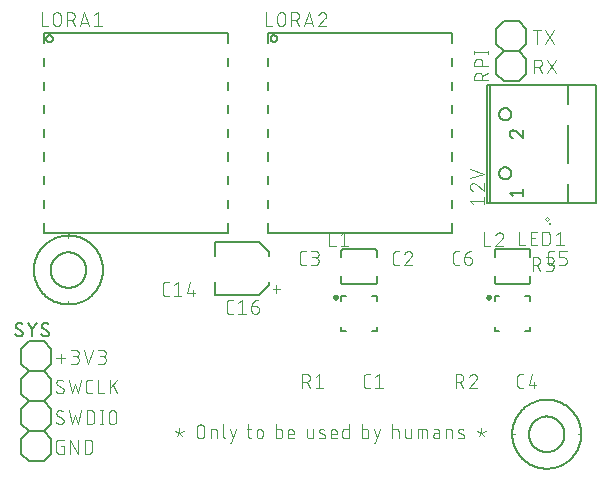
<source format=gto>
G04 EAGLE Gerber RS-274X export*
G75*
%MOMM*%
%FSLAX34Y34*%
%LPD*%
%INTop Silkscreen*%
%IPPOS*%
%AMOC8*
5,1,8,0,0,1.08239X$1,22.5*%
G01*
%ADD10C,0.101600*%
%ADD11C,0.127000*%
%ADD12C,0.250000*%
%ADD13C,0.152400*%
%ADD14C,0.200000*%
%ADD15C,0.076200*%
%ADD16C,0.050800*%
%ADD17C,0.203200*%
%ADD18C,0.063400*%
%ADD19C,0.250000*%


D10*
X408492Y339508D02*
X396808Y339508D01*
X396808Y342754D01*
X396810Y342867D01*
X396816Y342980D01*
X396826Y343093D01*
X396840Y343206D01*
X396857Y343318D01*
X396879Y343429D01*
X396904Y343539D01*
X396934Y343649D01*
X396967Y343757D01*
X397004Y343864D01*
X397044Y343970D01*
X397089Y344074D01*
X397137Y344177D01*
X397188Y344278D01*
X397243Y344377D01*
X397301Y344474D01*
X397363Y344569D01*
X397428Y344662D01*
X397496Y344752D01*
X397567Y344840D01*
X397642Y344926D01*
X397719Y345009D01*
X397799Y345089D01*
X397882Y345166D01*
X397968Y345241D01*
X398056Y345312D01*
X398146Y345380D01*
X398239Y345445D01*
X398334Y345507D01*
X398431Y345565D01*
X398530Y345620D01*
X398631Y345671D01*
X398734Y345719D01*
X398838Y345764D01*
X398944Y345804D01*
X399051Y345841D01*
X399159Y345874D01*
X399269Y345904D01*
X399379Y345929D01*
X399490Y345951D01*
X399602Y345968D01*
X399715Y345982D01*
X399828Y345992D01*
X399941Y345998D01*
X400054Y346000D01*
X400167Y345998D01*
X400280Y345992D01*
X400393Y345982D01*
X400506Y345968D01*
X400618Y345951D01*
X400729Y345929D01*
X400839Y345904D01*
X400949Y345874D01*
X401057Y345841D01*
X401164Y345804D01*
X401270Y345764D01*
X401374Y345719D01*
X401477Y345671D01*
X401578Y345620D01*
X401677Y345565D01*
X401774Y345507D01*
X401869Y345445D01*
X401962Y345380D01*
X402052Y345312D01*
X402140Y345241D01*
X402226Y345166D01*
X402309Y345089D01*
X402389Y345009D01*
X402466Y344926D01*
X402541Y344840D01*
X402612Y344752D01*
X402680Y344662D01*
X402745Y344569D01*
X402807Y344474D01*
X402865Y344377D01*
X402920Y344278D01*
X402971Y344177D01*
X403019Y344074D01*
X403064Y343970D01*
X403104Y343864D01*
X403141Y343757D01*
X403174Y343649D01*
X403204Y343539D01*
X403229Y343429D01*
X403251Y343318D01*
X403268Y343206D01*
X403282Y343093D01*
X403292Y342980D01*
X403298Y342867D01*
X403300Y342754D01*
X403299Y342754D02*
X403299Y339508D01*
X403299Y343403D02*
X408492Y345999D01*
X408492Y351415D02*
X396808Y351415D01*
X396808Y354660D01*
X396810Y354773D01*
X396816Y354886D01*
X396826Y354999D01*
X396840Y355112D01*
X396857Y355224D01*
X396879Y355335D01*
X396904Y355445D01*
X396934Y355555D01*
X396967Y355663D01*
X397004Y355770D01*
X397044Y355876D01*
X397089Y355980D01*
X397137Y356083D01*
X397188Y356184D01*
X397243Y356283D01*
X397301Y356380D01*
X397363Y356475D01*
X397428Y356568D01*
X397496Y356658D01*
X397567Y356746D01*
X397642Y356832D01*
X397719Y356915D01*
X397799Y356995D01*
X397882Y357072D01*
X397968Y357147D01*
X398056Y357218D01*
X398146Y357286D01*
X398239Y357351D01*
X398334Y357413D01*
X398431Y357471D01*
X398530Y357526D01*
X398631Y357577D01*
X398734Y357625D01*
X398838Y357670D01*
X398944Y357710D01*
X399051Y357747D01*
X399159Y357780D01*
X399269Y357810D01*
X399379Y357835D01*
X399490Y357857D01*
X399602Y357874D01*
X399715Y357888D01*
X399828Y357898D01*
X399941Y357904D01*
X400054Y357906D01*
X400167Y357904D01*
X400280Y357898D01*
X400393Y357888D01*
X400506Y357874D01*
X400618Y357857D01*
X400729Y357835D01*
X400839Y357810D01*
X400949Y357780D01*
X401057Y357747D01*
X401164Y357710D01*
X401270Y357670D01*
X401374Y357625D01*
X401477Y357577D01*
X401578Y357526D01*
X401677Y357471D01*
X401774Y357413D01*
X401869Y357351D01*
X401962Y357286D01*
X402052Y357218D01*
X402140Y357147D01*
X402226Y357072D01*
X402309Y356995D01*
X402389Y356915D01*
X402466Y356832D01*
X402541Y356746D01*
X402612Y356658D01*
X402680Y356568D01*
X402745Y356475D01*
X402807Y356380D01*
X402865Y356283D01*
X402920Y356184D01*
X402971Y356083D01*
X403019Y355980D01*
X403064Y355876D01*
X403104Y355770D01*
X403141Y355663D01*
X403174Y355555D01*
X403204Y355445D01*
X403229Y355335D01*
X403251Y355224D01*
X403268Y355112D01*
X403282Y354999D01*
X403292Y354886D01*
X403298Y354773D01*
X403300Y354660D01*
X403299Y354660D02*
X403299Y351415D01*
X408492Y363254D02*
X396808Y363254D01*
X408492Y361956D02*
X408492Y364552D01*
X396808Y364552D02*
X396808Y361956D01*
X30508Y385508D02*
X30508Y397192D01*
X30508Y385508D02*
X35701Y385508D01*
X40010Y388754D02*
X40010Y393946D01*
X40012Y394059D01*
X40018Y394172D01*
X40028Y394285D01*
X40042Y394398D01*
X40059Y394510D01*
X40081Y394621D01*
X40106Y394731D01*
X40136Y394841D01*
X40169Y394949D01*
X40206Y395056D01*
X40246Y395162D01*
X40291Y395266D01*
X40339Y395369D01*
X40390Y395470D01*
X40445Y395569D01*
X40503Y395666D01*
X40565Y395761D01*
X40630Y395854D01*
X40698Y395944D01*
X40769Y396032D01*
X40844Y396118D01*
X40921Y396201D01*
X41001Y396281D01*
X41084Y396358D01*
X41170Y396433D01*
X41258Y396504D01*
X41348Y396572D01*
X41441Y396637D01*
X41536Y396699D01*
X41633Y396757D01*
X41732Y396812D01*
X41833Y396863D01*
X41936Y396911D01*
X42040Y396956D01*
X42146Y396996D01*
X42253Y397033D01*
X42361Y397066D01*
X42471Y397096D01*
X42581Y397121D01*
X42692Y397143D01*
X42804Y397160D01*
X42917Y397174D01*
X43030Y397184D01*
X43143Y397190D01*
X43256Y397192D01*
X43369Y397190D01*
X43482Y397184D01*
X43595Y397174D01*
X43708Y397160D01*
X43820Y397143D01*
X43931Y397121D01*
X44041Y397096D01*
X44151Y397066D01*
X44259Y397033D01*
X44366Y396996D01*
X44472Y396956D01*
X44576Y396911D01*
X44679Y396863D01*
X44780Y396812D01*
X44879Y396757D01*
X44976Y396699D01*
X45071Y396637D01*
X45164Y396572D01*
X45254Y396504D01*
X45342Y396433D01*
X45428Y396358D01*
X45511Y396281D01*
X45591Y396201D01*
X45668Y396118D01*
X45743Y396032D01*
X45814Y395944D01*
X45882Y395854D01*
X45947Y395761D01*
X46009Y395666D01*
X46067Y395569D01*
X46122Y395470D01*
X46173Y395369D01*
X46221Y395266D01*
X46266Y395162D01*
X46306Y395056D01*
X46343Y394949D01*
X46376Y394841D01*
X46406Y394731D01*
X46431Y394621D01*
X46453Y394510D01*
X46470Y394398D01*
X46484Y394285D01*
X46494Y394172D01*
X46500Y394059D01*
X46502Y393946D01*
X46502Y388754D01*
X46500Y388641D01*
X46494Y388528D01*
X46484Y388415D01*
X46470Y388302D01*
X46453Y388190D01*
X46431Y388079D01*
X46406Y387969D01*
X46376Y387859D01*
X46343Y387751D01*
X46306Y387644D01*
X46266Y387538D01*
X46221Y387434D01*
X46173Y387331D01*
X46122Y387230D01*
X46067Y387131D01*
X46009Y387034D01*
X45947Y386939D01*
X45882Y386846D01*
X45814Y386756D01*
X45743Y386668D01*
X45668Y386582D01*
X45591Y386499D01*
X45511Y386419D01*
X45428Y386342D01*
X45342Y386267D01*
X45254Y386196D01*
X45164Y386128D01*
X45071Y386063D01*
X44976Y386001D01*
X44879Y385943D01*
X44780Y385888D01*
X44679Y385837D01*
X44576Y385789D01*
X44472Y385744D01*
X44366Y385704D01*
X44259Y385667D01*
X44151Y385634D01*
X44041Y385604D01*
X43931Y385579D01*
X43820Y385557D01*
X43708Y385540D01*
X43595Y385526D01*
X43482Y385516D01*
X43369Y385510D01*
X43256Y385508D01*
X43143Y385510D01*
X43030Y385516D01*
X42917Y385526D01*
X42804Y385540D01*
X42692Y385557D01*
X42581Y385579D01*
X42471Y385604D01*
X42361Y385634D01*
X42253Y385667D01*
X42146Y385704D01*
X42040Y385744D01*
X41936Y385789D01*
X41833Y385837D01*
X41732Y385888D01*
X41633Y385943D01*
X41536Y386001D01*
X41441Y386063D01*
X41348Y386128D01*
X41258Y386196D01*
X41170Y386267D01*
X41084Y386342D01*
X41001Y386419D01*
X40921Y386499D01*
X40844Y386582D01*
X40769Y386668D01*
X40698Y386756D01*
X40630Y386846D01*
X40565Y386939D01*
X40503Y387034D01*
X40445Y387131D01*
X40390Y387230D01*
X40339Y387331D01*
X40291Y387434D01*
X40246Y387538D01*
X40206Y387644D01*
X40169Y387751D01*
X40136Y387859D01*
X40106Y387969D01*
X40081Y388079D01*
X40059Y388190D01*
X40042Y388302D01*
X40028Y388415D01*
X40018Y388528D01*
X40012Y388641D01*
X40010Y388754D01*
X51895Y385508D02*
X51895Y397192D01*
X55141Y397192D01*
X55254Y397190D01*
X55367Y397184D01*
X55480Y397174D01*
X55593Y397160D01*
X55705Y397143D01*
X55816Y397121D01*
X55926Y397096D01*
X56036Y397066D01*
X56144Y397033D01*
X56251Y396996D01*
X56357Y396956D01*
X56461Y396911D01*
X56564Y396863D01*
X56665Y396812D01*
X56764Y396757D01*
X56861Y396699D01*
X56956Y396637D01*
X57049Y396572D01*
X57139Y396504D01*
X57227Y396433D01*
X57313Y396358D01*
X57396Y396281D01*
X57476Y396201D01*
X57553Y396118D01*
X57628Y396032D01*
X57699Y395944D01*
X57767Y395854D01*
X57832Y395761D01*
X57894Y395666D01*
X57952Y395569D01*
X58007Y395470D01*
X58058Y395369D01*
X58106Y395266D01*
X58151Y395162D01*
X58191Y395056D01*
X58228Y394949D01*
X58261Y394841D01*
X58291Y394731D01*
X58316Y394621D01*
X58338Y394510D01*
X58355Y394398D01*
X58369Y394285D01*
X58379Y394172D01*
X58385Y394059D01*
X58387Y393946D01*
X58385Y393833D01*
X58379Y393720D01*
X58369Y393607D01*
X58355Y393494D01*
X58338Y393382D01*
X58316Y393271D01*
X58291Y393161D01*
X58261Y393051D01*
X58228Y392943D01*
X58191Y392836D01*
X58151Y392730D01*
X58106Y392626D01*
X58058Y392523D01*
X58007Y392422D01*
X57952Y392323D01*
X57894Y392226D01*
X57832Y392131D01*
X57767Y392038D01*
X57699Y391948D01*
X57628Y391860D01*
X57553Y391774D01*
X57476Y391691D01*
X57396Y391611D01*
X57313Y391534D01*
X57227Y391459D01*
X57139Y391388D01*
X57049Y391320D01*
X56956Y391255D01*
X56861Y391193D01*
X56764Y391135D01*
X56665Y391080D01*
X56564Y391029D01*
X56461Y390981D01*
X56357Y390936D01*
X56251Y390896D01*
X56144Y390859D01*
X56036Y390826D01*
X55926Y390796D01*
X55816Y390771D01*
X55705Y390749D01*
X55593Y390732D01*
X55480Y390718D01*
X55367Y390708D01*
X55254Y390702D01*
X55141Y390700D01*
X55141Y390701D02*
X51895Y390701D01*
X55790Y390701D02*
X58386Y385508D01*
X62602Y385508D02*
X66497Y397192D01*
X70392Y385508D01*
X69418Y388429D02*
X63576Y388429D01*
X74681Y394596D02*
X77927Y397192D01*
X77927Y385508D01*
X81172Y385508D02*
X74681Y385508D01*
X220508Y385508D02*
X220508Y397192D01*
X220508Y385508D02*
X225701Y385508D01*
X230010Y388754D02*
X230010Y393946D01*
X230012Y394059D01*
X230018Y394172D01*
X230028Y394285D01*
X230042Y394398D01*
X230059Y394510D01*
X230081Y394621D01*
X230106Y394731D01*
X230136Y394841D01*
X230169Y394949D01*
X230206Y395056D01*
X230246Y395162D01*
X230291Y395266D01*
X230339Y395369D01*
X230390Y395470D01*
X230445Y395569D01*
X230503Y395666D01*
X230565Y395761D01*
X230630Y395854D01*
X230698Y395944D01*
X230769Y396032D01*
X230844Y396118D01*
X230921Y396201D01*
X231001Y396281D01*
X231084Y396358D01*
X231170Y396433D01*
X231258Y396504D01*
X231348Y396572D01*
X231441Y396637D01*
X231536Y396699D01*
X231633Y396757D01*
X231732Y396812D01*
X231833Y396863D01*
X231936Y396911D01*
X232040Y396956D01*
X232146Y396996D01*
X232253Y397033D01*
X232361Y397066D01*
X232471Y397096D01*
X232581Y397121D01*
X232692Y397143D01*
X232804Y397160D01*
X232917Y397174D01*
X233030Y397184D01*
X233143Y397190D01*
X233256Y397192D01*
X233369Y397190D01*
X233482Y397184D01*
X233595Y397174D01*
X233708Y397160D01*
X233820Y397143D01*
X233931Y397121D01*
X234041Y397096D01*
X234151Y397066D01*
X234259Y397033D01*
X234366Y396996D01*
X234472Y396956D01*
X234576Y396911D01*
X234679Y396863D01*
X234780Y396812D01*
X234879Y396757D01*
X234976Y396699D01*
X235071Y396637D01*
X235164Y396572D01*
X235254Y396504D01*
X235342Y396433D01*
X235428Y396358D01*
X235511Y396281D01*
X235591Y396201D01*
X235668Y396118D01*
X235743Y396032D01*
X235814Y395944D01*
X235882Y395854D01*
X235947Y395761D01*
X236009Y395666D01*
X236067Y395569D01*
X236122Y395470D01*
X236173Y395369D01*
X236221Y395266D01*
X236266Y395162D01*
X236306Y395056D01*
X236343Y394949D01*
X236376Y394841D01*
X236406Y394731D01*
X236431Y394621D01*
X236453Y394510D01*
X236470Y394398D01*
X236484Y394285D01*
X236494Y394172D01*
X236500Y394059D01*
X236502Y393946D01*
X236502Y388754D01*
X236500Y388641D01*
X236494Y388528D01*
X236484Y388415D01*
X236470Y388302D01*
X236453Y388190D01*
X236431Y388079D01*
X236406Y387969D01*
X236376Y387859D01*
X236343Y387751D01*
X236306Y387644D01*
X236266Y387538D01*
X236221Y387434D01*
X236173Y387331D01*
X236122Y387230D01*
X236067Y387131D01*
X236009Y387034D01*
X235947Y386939D01*
X235882Y386846D01*
X235814Y386756D01*
X235743Y386668D01*
X235668Y386582D01*
X235591Y386499D01*
X235511Y386419D01*
X235428Y386342D01*
X235342Y386267D01*
X235254Y386196D01*
X235164Y386128D01*
X235071Y386063D01*
X234976Y386001D01*
X234879Y385943D01*
X234780Y385888D01*
X234679Y385837D01*
X234576Y385789D01*
X234472Y385744D01*
X234366Y385704D01*
X234259Y385667D01*
X234151Y385634D01*
X234041Y385604D01*
X233931Y385579D01*
X233820Y385557D01*
X233708Y385540D01*
X233595Y385526D01*
X233482Y385516D01*
X233369Y385510D01*
X233256Y385508D01*
X233143Y385510D01*
X233030Y385516D01*
X232917Y385526D01*
X232804Y385540D01*
X232692Y385557D01*
X232581Y385579D01*
X232471Y385604D01*
X232361Y385634D01*
X232253Y385667D01*
X232146Y385704D01*
X232040Y385744D01*
X231936Y385789D01*
X231833Y385837D01*
X231732Y385888D01*
X231633Y385943D01*
X231536Y386001D01*
X231441Y386063D01*
X231348Y386128D01*
X231258Y386196D01*
X231170Y386267D01*
X231084Y386342D01*
X231001Y386419D01*
X230921Y386499D01*
X230844Y386582D01*
X230769Y386668D01*
X230698Y386756D01*
X230630Y386846D01*
X230565Y386939D01*
X230503Y387034D01*
X230445Y387131D01*
X230390Y387230D01*
X230339Y387331D01*
X230291Y387434D01*
X230246Y387538D01*
X230206Y387644D01*
X230169Y387751D01*
X230136Y387859D01*
X230106Y387969D01*
X230081Y388079D01*
X230059Y388190D01*
X230042Y388302D01*
X230028Y388415D01*
X230018Y388528D01*
X230012Y388641D01*
X230010Y388754D01*
X241895Y385508D02*
X241895Y397192D01*
X245141Y397192D01*
X245254Y397190D01*
X245367Y397184D01*
X245480Y397174D01*
X245593Y397160D01*
X245705Y397143D01*
X245816Y397121D01*
X245926Y397096D01*
X246036Y397066D01*
X246144Y397033D01*
X246251Y396996D01*
X246357Y396956D01*
X246461Y396911D01*
X246564Y396863D01*
X246665Y396812D01*
X246764Y396757D01*
X246861Y396699D01*
X246956Y396637D01*
X247049Y396572D01*
X247139Y396504D01*
X247227Y396433D01*
X247313Y396358D01*
X247396Y396281D01*
X247476Y396201D01*
X247553Y396118D01*
X247628Y396032D01*
X247699Y395944D01*
X247767Y395854D01*
X247832Y395761D01*
X247894Y395666D01*
X247952Y395569D01*
X248007Y395470D01*
X248058Y395369D01*
X248106Y395266D01*
X248151Y395162D01*
X248191Y395056D01*
X248228Y394949D01*
X248261Y394841D01*
X248291Y394731D01*
X248316Y394621D01*
X248338Y394510D01*
X248355Y394398D01*
X248369Y394285D01*
X248379Y394172D01*
X248385Y394059D01*
X248387Y393946D01*
X248385Y393833D01*
X248379Y393720D01*
X248369Y393607D01*
X248355Y393494D01*
X248338Y393382D01*
X248316Y393271D01*
X248291Y393161D01*
X248261Y393051D01*
X248228Y392943D01*
X248191Y392836D01*
X248151Y392730D01*
X248106Y392626D01*
X248058Y392523D01*
X248007Y392422D01*
X247952Y392323D01*
X247894Y392226D01*
X247832Y392131D01*
X247767Y392038D01*
X247699Y391948D01*
X247628Y391860D01*
X247553Y391774D01*
X247476Y391691D01*
X247396Y391611D01*
X247313Y391534D01*
X247227Y391459D01*
X247139Y391388D01*
X247049Y391320D01*
X246956Y391255D01*
X246861Y391193D01*
X246764Y391135D01*
X246665Y391080D01*
X246564Y391029D01*
X246461Y390981D01*
X246357Y390936D01*
X246251Y390896D01*
X246144Y390859D01*
X246036Y390826D01*
X245926Y390796D01*
X245816Y390771D01*
X245705Y390749D01*
X245593Y390732D01*
X245480Y390718D01*
X245367Y390708D01*
X245254Y390702D01*
X245141Y390700D01*
X245141Y390701D02*
X241895Y390701D01*
X245790Y390701D02*
X248386Y385508D01*
X252602Y385508D02*
X256497Y397192D01*
X260392Y385508D01*
X259418Y388429D02*
X253576Y388429D01*
X268251Y397192D02*
X268358Y397190D01*
X268464Y397184D01*
X268570Y397174D01*
X268676Y397161D01*
X268782Y397143D01*
X268886Y397122D01*
X268990Y397097D01*
X269093Y397068D01*
X269194Y397036D01*
X269294Y396999D01*
X269393Y396959D01*
X269491Y396916D01*
X269587Y396869D01*
X269681Y396818D01*
X269773Y396764D01*
X269863Y396707D01*
X269951Y396647D01*
X270036Y396583D01*
X270119Y396516D01*
X270200Y396446D01*
X270278Y396374D01*
X270354Y396298D01*
X270426Y396220D01*
X270496Y396139D01*
X270563Y396056D01*
X270627Y395971D01*
X270687Y395883D01*
X270744Y395793D01*
X270798Y395701D01*
X270849Y395607D01*
X270896Y395511D01*
X270939Y395413D01*
X270979Y395314D01*
X271016Y395214D01*
X271048Y395113D01*
X271077Y395010D01*
X271102Y394906D01*
X271123Y394802D01*
X271141Y394696D01*
X271154Y394590D01*
X271164Y394484D01*
X271170Y394378D01*
X271172Y394271D01*
X268251Y397192D02*
X268130Y397190D01*
X268009Y397184D01*
X267889Y397174D01*
X267768Y397161D01*
X267649Y397143D01*
X267529Y397122D01*
X267411Y397097D01*
X267294Y397068D01*
X267177Y397035D01*
X267062Y396999D01*
X266948Y396958D01*
X266835Y396915D01*
X266723Y396867D01*
X266614Y396816D01*
X266506Y396761D01*
X266399Y396703D01*
X266295Y396642D01*
X266193Y396577D01*
X266093Y396509D01*
X265995Y396438D01*
X265899Y396364D01*
X265806Y396287D01*
X265716Y396206D01*
X265628Y396123D01*
X265543Y396037D01*
X265460Y395948D01*
X265381Y395857D01*
X265304Y395763D01*
X265231Y395667D01*
X265161Y395569D01*
X265094Y395468D01*
X265030Y395365D01*
X264970Y395260D01*
X264913Y395153D01*
X264859Y395045D01*
X264809Y394935D01*
X264763Y394823D01*
X264720Y394710D01*
X264681Y394595D01*
X270199Y391999D02*
X270278Y392076D01*
X270354Y392157D01*
X270427Y392240D01*
X270497Y392325D01*
X270564Y392413D01*
X270628Y392503D01*
X270688Y392595D01*
X270745Y392690D01*
X270799Y392786D01*
X270850Y392884D01*
X270897Y392984D01*
X270941Y393086D01*
X270981Y393189D01*
X271017Y393293D01*
X271049Y393399D01*
X271078Y393505D01*
X271103Y393613D01*
X271125Y393721D01*
X271142Y393831D01*
X271156Y393940D01*
X271165Y394050D01*
X271171Y394161D01*
X271173Y394271D01*
X270199Y391999D02*
X264681Y385508D01*
X271172Y385508D01*
X48999Y77104D02*
X48997Y77005D01*
X48991Y76905D01*
X48982Y76806D01*
X48969Y76708D01*
X48952Y76610D01*
X48931Y76512D01*
X48906Y76416D01*
X48878Y76321D01*
X48846Y76227D01*
X48811Y76134D01*
X48772Y76042D01*
X48729Y75952D01*
X48684Y75864D01*
X48634Y75777D01*
X48582Y75693D01*
X48526Y75610D01*
X48468Y75530D01*
X48406Y75452D01*
X48341Y75377D01*
X48273Y75304D01*
X48203Y75234D01*
X48130Y75166D01*
X48055Y75101D01*
X47977Y75039D01*
X47897Y74981D01*
X47814Y74925D01*
X47730Y74873D01*
X47643Y74823D01*
X47555Y74778D01*
X47465Y74735D01*
X47373Y74696D01*
X47280Y74661D01*
X47186Y74629D01*
X47091Y74601D01*
X46995Y74576D01*
X46897Y74555D01*
X46799Y74538D01*
X46701Y74525D01*
X46602Y74516D01*
X46502Y74510D01*
X46403Y74508D01*
X46259Y74510D01*
X46114Y74516D01*
X45970Y74525D01*
X45827Y74538D01*
X45683Y74555D01*
X45540Y74576D01*
X45398Y74601D01*
X45257Y74629D01*
X45116Y74661D01*
X44976Y74697D01*
X44837Y74736D01*
X44699Y74779D01*
X44563Y74826D01*
X44427Y74876D01*
X44293Y74930D01*
X44161Y74987D01*
X44030Y75048D01*
X43901Y75112D01*
X43773Y75180D01*
X43647Y75250D01*
X43523Y75325D01*
X43402Y75402D01*
X43282Y75483D01*
X43164Y75566D01*
X43049Y75653D01*
X42936Y75743D01*
X42825Y75836D01*
X42717Y75931D01*
X42611Y76030D01*
X42508Y76131D01*
X42833Y83596D02*
X42835Y83695D01*
X42841Y83795D01*
X42850Y83894D01*
X42863Y83992D01*
X42880Y84090D01*
X42901Y84188D01*
X42926Y84284D01*
X42954Y84379D01*
X42986Y84473D01*
X43021Y84566D01*
X43060Y84658D01*
X43103Y84748D01*
X43148Y84836D01*
X43198Y84923D01*
X43250Y85007D01*
X43306Y85090D01*
X43364Y85170D01*
X43426Y85248D01*
X43491Y85323D01*
X43559Y85396D01*
X43629Y85466D01*
X43702Y85534D01*
X43777Y85599D01*
X43855Y85661D01*
X43935Y85719D01*
X44018Y85775D01*
X44102Y85827D01*
X44189Y85877D01*
X44277Y85922D01*
X44367Y85965D01*
X44459Y86004D01*
X44552Y86039D01*
X44646Y86071D01*
X44741Y86099D01*
X44838Y86124D01*
X44935Y86145D01*
X45033Y86162D01*
X45131Y86175D01*
X45230Y86184D01*
X45330Y86190D01*
X45429Y86192D01*
X45565Y86190D01*
X45701Y86184D01*
X45837Y86175D01*
X45973Y86162D01*
X46108Y86144D01*
X46242Y86124D01*
X46376Y86099D01*
X46510Y86071D01*
X46642Y86038D01*
X46773Y86003D01*
X46904Y85963D01*
X47033Y85920D01*
X47161Y85874D01*
X47287Y85823D01*
X47413Y85770D01*
X47536Y85712D01*
X47658Y85652D01*
X47778Y85588D01*
X47897Y85520D01*
X48013Y85450D01*
X48127Y85376D01*
X48240Y85299D01*
X48350Y85218D01*
X44131Y81324D02*
X44045Y81377D01*
X43961Y81434D01*
X43879Y81493D01*
X43799Y81556D01*
X43722Y81622D01*
X43647Y81690D01*
X43575Y81762D01*
X43506Y81836D01*
X43440Y81913D01*
X43377Y81992D01*
X43317Y82074D01*
X43260Y82158D01*
X43206Y82244D01*
X43156Y82332D01*
X43109Y82422D01*
X43065Y82513D01*
X43026Y82607D01*
X42989Y82701D01*
X42957Y82797D01*
X42928Y82895D01*
X42903Y82993D01*
X42882Y83092D01*
X42864Y83192D01*
X42851Y83292D01*
X42841Y83393D01*
X42835Y83495D01*
X42833Y83596D01*
X47701Y79376D02*
X47787Y79323D01*
X47871Y79266D01*
X47953Y79207D01*
X48033Y79144D01*
X48110Y79078D01*
X48185Y79010D01*
X48257Y78938D01*
X48326Y78864D01*
X48392Y78787D01*
X48455Y78708D01*
X48515Y78626D01*
X48572Y78542D01*
X48626Y78456D01*
X48676Y78368D01*
X48723Y78278D01*
X48767Y78187D01*
X48806Y78093D01*
X48843Y77999D01*
X48875Y77903D01*
X48904Y77805D01*
X48929Y77707D01*
X48950Y77608D01*
X48968Y77508D01*
X48981Y77408D01*
X48991Y77307D01*
X48997Y77205D01*
X48999Y77104D01*
X47701Y79376D02*
X44131Y81324D01*
X53134Y86192D02*
X55730Y74508D01*
X58327Y82297D01*
X60923Y74508D01*
X63519Y86192D01*
X70598Y74508D02*
X73195Y74508D01*
X70598Y74508D02*
X70499Y74510D01*
X70399Y74516D01*
X70300Y74525D01*
X70202Y74538D01*
X70104Y74555D01*
X70006Y74576D01*
X69910Y74601D01*
X69815Y74629D01*
X69721Y74661D01*
X69628Y74696D01*
X69536Y74735D01*
X69446Y74778D01*
X69358Y74823D01*
X69271Y74873D01*
X69187Y74925D01*
X69104Y74981D01*
X69024Y75039D01*
X68946Y75101D01*
X68871Y75166D01*
X68798Y75234D01*
X68728Y75304D01*
X68660Y75377D01*
X68595Y75452D01*
X68533Y75530D01*
X68475Y75610D01*
X68419Y75693D01*
X68367Y75777D01*
X68317Y75864D01*
X68272Y75952D01*
X68229Y76042D01*
X68190Y76134D01*
X68155Y76227D01*
X68123Y76321D01*
X68095Y76416D01*
X68070Y76512D01*
X68049Y76610D01*
X68032Y76708D01*
X68019Y76806D01*
X68010Y76905D01*
X68004Y77005D01*
X68002Y77104D01*
X68002Y83596D01*
X68004Y83695D01*
X68010Y83795D01*
X68019Y83894D01*
X68032Y83992D01*
X68049Y84090D01*
X68070Y84188D01*
X68095Y84284D01*
X68123Y84379D01*
X68155Y84473D01*
X68190Y84566D01*
X68229Y84658D01*
X68272Y84748D01*
X68317Y84836D01*
X68367Y84923D01*
X68419Y85007D01*
X68475Y85090D01*
X68533Y85170D01*
X68595Y85248D01*
X68660Y85323D01*
X68728Y85396D01*
X68798Y85466D01*
X68871Y85534D01*
X68946Y85599D01*
X69024Y85661D01*
X69104Y85719D01*
X69187Y85775D01*
X69271Y85827D01*
X69358Y85877D01*
X69446Y85922D01*
X69536Y85965D01*
X69628Y86004D01*
X69720Y86039D01*
X69815Y86071D01*
X69910Y86099D01*
X70006Y86124D01*
X70104Y86145D01*
X70202Y86162D01*
X70300Y86175D01*
X70399Y86184D01*
X70499Y86190D01*
X70598Y86192D01*
X73195Y86192D01*
X77964Y86192D02*
X77964Y74508D01*
X83156Y74508D01*
X88016Y74508D02*
X88016Y86192D01*
X94507Y86192D02*
X88016Y79052D01*
X90613Y81648D02*
X94507Y74508D01*
X48999Y51104D02*
X48997Y51005D01*
X48991Y50905D01*
X48982Y50806D01*
X48969Y50708D01*
X48952Y50610D01*
X48931Y50512D01*
X48906Y50416D01*
X48878Y50321D01*
X48846Y50227D01*
X48811Y50134D01*
X48772Y50042D01*
X48729Y49952D01*
X48684Y49864D01*
X48634Y49777D01*
X48582Y49693D01*
X48526Y49610D01*
X48468Y49530D01*
X48406Y49452D01*
X48341Y49377D01*
X48273Y49304D01*
X48203Y49234D01*
X48130Y49166D01*
X48055Y49101D01*
X47977Y49039D01*
X47897Y48981D01*
X47814Y48925D01*
X47730Y48873D01*
X47643Y48823D01*
X47555Y48778D01*
X47465Y48735D01*
X47373Y48696D01*
X47280Y48661D01*
X47186Y48629D01*
X47091Y48601D01*
X46995Y48576D01*
X46897Y48555D01*
X46799Y48538D01*
X46701Y48525D01*
X46602Y48516D01*
X46502Y48510D01*
X46403Y48508D01*
X46259Y48510D01*
X46114Y48516D01*
X45970Y48525D01*
X45827Y48538D01*
X45683Y48555D01*
X45540Y48576D01*
X45398Y48601D01*
X45257Y48629D01*
X45116Y48661D01*
X44976Y48697D01*
X44837Y48736D01*
X44699Y48779D01*
X44563Y48826D01*
X44427Y48876D01*
X44293Y48930D01*
X44161Y48987D01*
X44030Y49048D01*
X43901Y49112D01*
X43773Y49180D01*
X43647Y49250D01*
X43523Y49325D01*
X43402Y49402D01*
X43282Y49483D01*
X43164Y49566D01*
X43049Y49653D01*
X42936Y49743D01*
X42825Y49836D01*
X42717Y49931D01*
X42611Y50030D01*
X42508Y50131D01*
X42833Y57596D02*
X42835Y57695D01*
X42841Y57795D01*
X42850Y57894D01*
X42863Y57992D01*
X42880Y58090D01*
X42901Y58188D01*
X42926Y58284D01*
X42954Y58379D01*
X42986Y58473D01*
X43021Y58566D01*
X43060Y58658D01*
X43103Y58748D01*
X43148Y58836D01*
X43198Y58923D01*
X43250Y59007D01*
X43306Y59090D01*
X43364Y59170D01*
X43426Y59248D01*
X43491Y59323D01*
X43559Y59396D01*
X43629Y59466D01*
X43702Y59534D01*
X43777Y59599D01*
X43855Y59661D01*
X43935Y59719D01*
X44018Y59775D01*
X44102Y59827D01*
X44189Y59877D01*
X44277Y59922D01*
X44367Y59965D01*
X44459Y60004D01*
X44552Y60039D01*
X44646Y60071D01*
X44741Y60099D01*
X44838Y60124D01*
X44935Y60145D01*
X45033Y60162D01*
X45131Y60175D01*
X45230Y60184D01*
X45330Y60190D01*
X45429Y60192D01*
X45565Y60190D01*
X45701Y60184D01*
X45837Y60175D01*
X45973Y60162D01*
X46108Y60144D01*
X46242Y60124D01*
X46376Y60099D01*
X46510Y60071D01*
X46642Y60038D01*
X46773Y60003D01*
X46904Y59963D01*
X47033Y59920D01*
X47161Y59874D01*
X47287Y59823D01*
X47413Y59770D01*
X47536Y59712D01*
X47658Y59652D01*
X47778Y59588D01*
X47897Y59520D01*
X48013Y59450D01*
X48127Y59376D01*
X48240Y59299D01*
X48350Y59218D01*
X44131Y55324D02*
X44045Y55377D01*
X43961Y55434D01*
X43879Y55493D01*
X43799Y55556D01*
X43722Y55622D01*
X43647Y55690D01*
X43575Y55762D01*
X43506Y55836D01*
X43440Y55913D01*
X43377Y55992D01*
X43317Y56074D01*
X43260Y56158D01*
X43206Y56244D01*
X43156Y56332D01*
X43109Y56422D01*
X43065Y56513D01*
X43026Y56607D01*
X42989Y56701D01*
X42957Y56797D01*
X42928Y56895D01*
X42903Y56993D01*
X42882Y57092D01*
X42864Y57192D01*
X42851Y57292D01*
X42841Y57393D01*
X42835Y57495D01*
X42833Y57596D01*
X47701Y53376D02*
X47787Y53323D01*
X47871Y53266D01*
X47953Y53207D01*
X48033Y53144D01*
X48110Y53078D01*
X48185Y53010D01*
X48257Y52938D01*
X48326Y52864D01*
X48392Y52787D01*
X48455Y52708D01*
X48515Y52626D01*
X48572Y52542D01*
X48626Y52456D01*
X48676Y52368D01*
X48723Y52278D01*
X48767Y52187D01*
X48806Y52093D01*
X48843Y51999D01*
X48875Y51903D01*
X48904Y51805D01*
X48929Y51707D01*
X48950Y51608D01*
X48968Y51508D01*
X48981Y51408D01*
X48991Y51307D01*
X48997Y51205D01*
X48999Y51104D01*
X47701Y53376D02*
X44131Y55324D01*
X53134Y60192D02*
X55730Y48508D01*
X58327Y56297D01*
X60923Y48508D01*
X63519Y60192D01*
X68416Y60192D02*
X68416Y48508D01*
X68416Y60192D02*
X71662Y60192D01*
X71775Y60190D01*
X71888Y60184D01*
X72001Y60174D01*
X72114Y60160D01*
X72226Y60143D01*
X72337Y60121D01*
X72447Y60096D01*
X72557Y60066D01*
X72665Y60033D01*
X72772Y59996D01*
X72878Y59956D01*
X72982Y59911D01*
X73085Y59863D01*
X73186Y59812D01*
X73285Y59757D01*
X73382Y59699D01*
X73477Y59637D01*
X73570Y59572D01*
X73660Y59504D01*
X73748Y59433D01*
X73834Y59358D01*
X73917Y59281D01*
X73997Y59201D01*
X74074Y59118D01*
X74149Y59032D01*
X74220Y58944D01*
X74288Y58854D01*
X74353Y58761D01*
X74415Y58666D01*
X74473Y58569D01*
X74528Y58470D01*
X74579Y58369D01*
X74627Y58266D01*
X74672Y58162D01*
X74712Y58056D01*
X74749Y57949D01*
X74782Y57841D01*
X74812Y57731D01*
X74837Y57621D01*
X74859Y57510D01*
X74876Y57398D01*
X74890Y57285D01*
X74900Y57172D01*
X74906Y57059D01*
X74908Y56946D01*
X74907Y56946D02*
X74907Y51754D01*
X74908Y51754D02*
X74906Y51641D01*
X74900Y51528D01*
X74890Y51415D01*
X74876Y51302D01*
X74859Y51190D01*
X74837Y51079D01*
X74812Y50969D01*
X74782Y50859D01*
X74749Y50751D01*
X74712Y50644D01*
X74672Y50538D01*
X74627Y50434D01*
X74579Y50331D01*
X74528Y50230D01*
X74473Y50131D01*
X74415Y50034D01*
X74353Y49939D01*
X74288Y49846D01*
X74220Y49756D01*
X74149Y49668D01*
X74074Y49582D01*
X73997Y49499D01*
X73917Y49419D01*
X73834Y49342D01*
X73748Y49267D01*
X73660Y49196D01*
X73570Y49128D01*
X73477Y49063D01*
X73382Y49001D01*
X73285Y48943D01*
X73186Y48888D01*
X73085Y48837D01*
X72982Y48789D01*
X72878Y48744D01*
X72772Y48704D01*
X72665Y48667D01*
X72557Y48634D01*
X72447Y48604D01*
X72337Y48579D01*
X72226Y48557D01*
X72114Y48540D01*
X72001Y48526D01*
X71888Y48516D01*
X71775Y48510D01*
X71662Y48508D01*
X68416Y48508D01*
X81187Y48508D02*
X81187Y60192D01*
X79888Y48508D02*
X82485Y48508D01*
X82485Y60192D02*
X79888Y60192D01*
X87085Y56946D02*
X87085Y51754D01*
X87084Y56946D02*
X87086Y57059D01*
X87092Y57172D01*
X87102Y57285D01*
X87116Y57398D01*
X87133Y57510D01*
X87155Y57621D01*
X87180Y57731D01*
X87210Y57841D01*
X87243Y57949D01*
X87280Y58056D01*
X87320Y58162D01*
X87365Y58266D01*
X87413Y58369D01*
X87464Y58470D01*
X87519Y58569D01*
X87577Y58666D01*
X87639Y58761D01*
X87704Y58854D01*
X87772Y58944D01*
X87843Y59032D01*
X87918Y59118D01*
X87995Y59201D01*
X88075Y59281D01*
X88158Y59358D01*
X88244Y59433D01*
X88332Y59504D01*
X88422Y59572D01*
X88515Y59637D01*
X88610Y59699D01*
X88707Y59757D01*
X88806Y59812D01*
X88907Y59863D01*
X89010Y59911D01*
X89114Y59956D01*
X89220Y59996D01*
X89327Y60033D01*
X89435Y60066D01*
X89545Y60096D01*
X89655Y60121D01*
X89766Y60143D01*
X89878Y60160D01*
X89991Y60174D01*
X90104Y60184D01*
X90217Y60190D01*
X90330Y60192D01*
X90443Y60190D01*
X90556Y60184D01*
X90669Y60174D01*
X90782Y60160D01*
X90894Y60143D01*
X91005Y60121D01*
X91115Y60096D01*
X91225Y60066D01*
X91333Y60033D01*
X91440Y59996D01*
X91546Y59956D01*
X91650Y59911D01*
X91753Y59863D01*
X91854Y59812D01*
X91953Y59757D01*
X92050Y59699D01*
X92145Y59637D01*
X92238Y59572D01*
X92328Y59504D01*
X92416Y59433D01*
X92502Y59358D01*
X92585Y59281D01*
X92665Y59201D01*
X92742Y59118D01*
X92817Y59032D01*
X92888Y58944D01*
X92956Y58854D01*
X93021Y58761D01*
X93083Y58666D01*
X93141Y58569D01*
X93196Y58470D01*
X93247Y58369D01*
X93295Y58266D01*
X93340Y58162D01*
X93380Y58056D01*
X93417Y57949D01*
X93450Y57841D01*
X93480Y57731D01*
X93505Y57621D01*
X93527Y57510D01*
X93544Y57398D01*
X93558Y57285D01*
X93568Y57172D01*
X93574Y57059D01*
X93576Y56946D01*
X93576Y51754D01*
X93574Y51641D01*
X93568Y51528D01*
X93558Y51415D01*
X93544Y51302D01*
X93527Y51190D01*
X93505Y51079D01*
X93480Y50969D01*
X93450Y50859D01*
X93417Y50751D01*
X93380Y50644D01*
X93340Y50538D01*
X93295Y50434D01*
X93247Y50331D01*
X93196Y50230D01*
X93141Y50131D01*
X93083Y50034D01*
X93021Y49939D01*
X92956Y49846D01*
X92888Y49756D01*
X92817Y49668D01*
X92742Y49582D01*
X92665Y49499D01*
X92585Y49419D01*
X92502Y49342D01*
X92416Y49267D01*
X92328Y49196D01*
X92238Y49128D01*
X92145Y49063D01*
X92050Y49001D01*
X91953Y48943D01*
X91854Y48888D01*
X91753Y48837D01*
X91650Y48789D01*
X91546Y48744D01*
X91440Y48704D01*
X91333Y48667D01*
X91225Y48634D01*
X91115Y48604D01*
X91005Y48579D01*
X90894Y48557D01*
X90782Y48540D01*
X90669Y48526D01*
X90556Y48516D01*
X90443Y48510D01*
X90330Y48508D01*
X90217Y48510D01*
X90104Y48516D01*
X89991Y48526D01*
X89878Y48540D01*
X89766Y48557D01*
X89655Y48579D01*
X89545Y48604D01*
X89435Y48634D01*
X89327Y48667D01*
X89220Y48704D01*
X89114Y48744D01*
X89010Y48789D01*
X88907Y48837D01*
X88806Y48888D01*
X88707Y48943D01*
X88610Y49001D01*
X88515Y49063D01*
X88422Y49128D01*
X88332Y49196D01*
X88244Y49267D01*
X88158Y49342D01*
X88075Y49419D01*
X87995Y49499D01*
X87918Y49582D01*
X87843Y49668D01*
X87772Y49756D01*
X87704Y49846D01*
X87639Y49939D01*
X87577Y50034D01*
X87519Y50131D01*
X87464Y50230D01*
X87413Y50331D01*
X87365Y50434D01*
X87320Y50538D01*
X87280Y50644D01*
X87243Y50751D01*
X87210Y50859D01*
X87180Y50969D01*
X87155Y51079D01*
X87133Y51190D01*
X87116Y51302D01*
X87102Y51415D01*
X87092Y51528D01*
X87086Y51641D01*
X87084Y51754D01*
X48999Y29999D02*
X47052Y29999D01*
X48999Y29999D02*
X48999Y23508D01*
X45104Y23508D01*
X45005Y23510D01*
X44905Y23516D01*
X44806Y23525D01*
X44708Y23538D01*
X44610Y23555D01*
X44512Y23576D01*
X44416Y23601D01*
X44321Y23629D01*
X44227Y23661D01*
X44134Y23696D01*
X44042Y23735D01*
X43952Y23778D01*
X43864Y23823D01*
X43777Y23873D01*
X43693Y23925D01*
X43610Y23981D01*
X43530Y24039D01*
X43452Y24101D01*
X43377Y24166D01*
X43304Y24234D01*
X43234Y24304D01*
X43166Y24377D01*
X43101Y24452D01*
X43039Y24530D01*
X42981Y24610D01*
X42925Y24693D01*
X42873Y24777D01*
X42823Y24864D01*
X42778Y24952D01*
X42735Y25042D01*
X42696Y25134D01*
X42661Y25227D01*
X42629Y25321D01*
X42601Y25416D01*
X42576Y25512D01*
X42555Y25610D01*
X42538Y25708D01*
X42525Y25806D01*
X42516Y25905D01*
X42510Y26005D01*
X42508Y26104D01*
X42508Y32596D01*
X42510Y32695D01*
X42516Y32795D01*
X42525Y32894D01*
X42538Y32992D01*
X42555Y33090D01*
X42576Y33188D01*
X42601Y33284D01*
X42629Y33379D01*
X42661Y33473D01*
X42696Y33566D01*
X42735Y33658D01*
X42778Y33748D01*
X42823Y33836D01*
X42873Y33923D01*
X42925Y34007D01*
X42981Y34090D01*
X43039Y34170D01*
X43101Y34248D01*
X43166Y34323D01*
X43234Y34396D01*
X43304Y34466D01*
X43377Y34534D01*
X43452Y34599D01*
X43530Y34661D01*
X43610Y34719D01*
X43693Y34775D01*
X43777Y34827D01*
X43864Y34877D01*
X43952Y34922D01*
X44042Y34965D01*
X44134Y35004D01*
X44226Y35039D01*
X44321Y35071D01*
X44416Y35099D01*
X44512Y35124D01*
X44610Y35145D01*
X44708Y35162D01*
X44806Y35175D01*
X44905Y35184D01*
X45005Y35190D01*
X45104Y35192D01*
X48999Y35192D01*
X54700Y35192D02*
X54700Y23508D01*
X61191Y23508D02*
X54700Y35192D01*
X61191Y35192D02*
X61191Y23508D01*
X66892Y23508D02*
X66892Y35192D01*
X70137Y35192D01*
X70250Y35190D01*
X70363Y35184D01*
X70476Y35174D01*
X70589Y35160D01*
X70701Y35143D01*
X70812Y35121D01*
X70922Y35096D01*
X71032Y35066D01*
X71140Y35033D01*
X71247Y34996D01*
X71353Y34956D01*
X71457Y34911D01*
X71560Y34863D01*
X71661Y34812D01*
X71760Y34757D01*
X71857Y34699D01*
X71952Y34637D01*
X72045Y34572D01*
X72135Y34504D01*
X72223Y34433D01*
X72309Y34358D01*
X72392Y34281D01*
X72472Y34201D01*
X72549Y34118D01*
X72624Y34032D01*
X72695Y33944D01*
X72763Y33854D01*
X72828Y33761D01*
X72890Y33666D01*
X72948Y33569D01*
X73003Y33470D01*
X73054Y33369D01*
X73102Y33266D01*
X73147Y33162D01*
X73187Y33056D01*
X73224Y32949D01*
X73257Y32841D01*
X73287Y32731D01*
X73312Y32621D01*
X73334Y32510D01*
X73351Y32398D01*
X73365Y32285D01*
X73375Y32172D01*
X73381Y32059D01*
X73383Y31946D01*
X73383Y26754D01*
X73384Y26754D02*
X73382Y26641D01*
X73376Y26528D01*
X73366Y26415D01*
X73352Y26302D01*
X73335Y26190D01*
X73313Y26079D01*
X73288Y25969D01*
X73258Y25859D01*
X73225Y25751D01*
X73188Y25644D01*
X73148Y25538D01*
X73103Y25434D01*
X73055Y25331D01*
X73004Y25230D01*
X72949Y25131D01*
X72891Y25034D01*
X72829Y24939D01*
X72764Y24846D01*
X72696Y24756D01*
X72625Y24668D01*
X72550Y24582D01*
X72473Y24499D01*
X72393Y24419D01*
X72310Y24342D01*
X72224Y24267D01*
X72136Y24196D01*
X72046Y24128D01*
X71953Y24063D01*
X71858Y24001D01*
X71761Y23943D01*
X71662Y23888D01*
X71561Y23837D01*
X71458Y23789D01*
X71354Y23744D01*
X71248Y23704D01*
X71141Y23667D01*
X71033Y23634D01*
X70923Y23604D01*
X70813Y23579D01*
X70702Y23557D01*
X70590Y23540D01*
X70477Y23526D01*
X70364Y23516D01*
X70251Y23510D01*
X70138Y23508D01*
X70137Y23508D02*
X66892Y23508D01*
X189609Y141808D02*
X192206Y141808D01*
X189609Y141808D02*
X189510Y141810D01*
X189410Y141816D01*
X189311Y141825D01*
X189213Y141838D01*
X189115Y141855D01*
X189017Y141876D01*
X188921Y141901D01*
X188826Y141929D01*
X188732Y141961D01*
X188639Y141996D01*
X188547Y142035D01*
X188457Y142078D01*
X188369Y142123D01*
X188282Y142173D01*
X188198Y142225D01*
X188115Y142281D01*
X188035Y142339D01*
X187957Y142401D01*
X187882Y142466D01*
X187809Y142534D01*
X187739Y142604D01*
X187671Y142677D01*
X187606Y142752D01*
X187544Y142830D01*
X187486Y142910D01*
X187430Y142993D01*
X187378Y143077D01*
X187328Y143164D01*
X187283Y143252D01*
X187240Y143342D01*
X187201Y143434D01*
X187166Y143527D01*
X187134Y143621D01*
X187106Y143716D01*
X187081Y143812D01*
X187060Y143910D01*
X187043Y144008D01*
X187030Y144106D01*
X187021Y144205D01*
X187015Y144305D01*
X187013Y144404D01*
X187013Y150896D01*
X187015Y150995D01*
X187021Y151095D01*
X187030Y151194D01*
X187043Y151292D01*
X187060Y151390D01*
X187081Y151488D01*
X187106Y151584D01*
X187134Y151679D01*
X187166Y151773D01*
X187201Y151866D01*
X187240Y151958D01*
X187283Y152048D01*
X187328Y152136D01*
X187378Y152223D01*
X187430Y152307D01*
X187486Y152390D01*
X187544Y152470D01*
X187606Y152548D01*
X187671Y152623D01*
X187739Y152696D01*
X187809Y152766D01*
X187882Y152834D01*
X187957Y152899D01*
X188035Y152961D01*
X188115Y153019D01*
X188198Y153075D01*
X188282Y153127D01*
X188369Y153177D01*
X188457Y153222D01*
X188547Y153265D01*
X188639Y153304D01*
X188731Y153339D01*
X188826Y153371D01*
X188921Y153399D01*
X189017Y153424D01*
X189115Y153445D01*
X189213Y153462D01*
X189311Y153475D01*
X189410Y153484D01*
X189510Y153490D01*
X189609Y153492D01*
X192206Y153492D01*
X196571Y150896D02*
X199816Y153492D01*
X199816Y141808D01*
X196571Y141808D02*
X203062Y141808D01*
X208001Y148299D02*
X211896Y148299D01*
X211995Y148297D01*
X212095Y148291D01*
X212194Y148282D01*
X212292Y148269D01*
X212390Y148252D01*
X212488Y148231D01*
X212584Y148206D01*
X212679Y148178D01*
X212773Y148146D01*
X212866Y148111D01*
X212958Y148072D01*
X213048Y148029D01*
X213136Y147984D01*
X213223Y147934D01*
X213307Y147882D01*
X213390Y147826D01*
X213470Y147768D01*
X213548Y147706D01*
X213623Y147641D01*
X213696Y147573D01*
X213766Y147503D01*
X213834Y147430D01*
X213899Y147355D01*
X213961Y147277D01*
X214019Y147197D01*
X214075Y147114D01*
X214127Y147030D01*
X214177Y146943D01*
X214222Y146855D01*
X214265Y146765D01*
X214304Y146673D01*
X214339Y146580D01*
X214371Y146486D01*
X214399Y146391D01*
X214424Y146295D01*
X214445Y146197D01*
X214462Y146099D01*
X214475Y146001D01*
X214484Y145902D01*
X214490Y145802D01*
X214492Y145703D01*
X214492Y145054D01*
X214490Y144941D01*
X214484Y144828D01*
X214474Y144715D01*
X214460Y144602D01*
X214443Y144490D01*
X214421Y144379D01*
X214396Y144269D01*
X214366Y144159D01*
X214333Y144051D01*
X214296Y143944D01*
X214256Y143838D01*
X214211Y143734D01*
X214163Y143631D01*
X214112Y143530D01*
X214057Y143431D01*
X213999Y143334D01*
X213937Y143239D01*
X213872Y143146D01*
X213804Y143056D01*
X213733Y142968D01*
X213658Y142882D01*
X213581Y142799D01*
X213501Y142719D01*
X213418Y142642D01*
X213332Y142567D01*
X213244Y142496D01*
X213154Y142428D01*
X213061Y142363D01*
X212966Y142301D01*
X212869Y142243D01*
X212770Y142188D01*
X212669Y142137D01*
X212566Y142089D01*
X212462Y142044D01*
X212356Y142004D01*
X212249Y141967D01*
X212141Y141934D01*
X212031Y141904D01*
X211921Y141879D01*
X211810Y141857D01*
X211698Y141840D01*
X211585Y141826D01*
X211472Y141816D01*
X211359Y141810D01*
X211246Y141808D01*
X211133Y141810D01*
X211020Y141816D01*
X210907Y141826D01*
X210794Y141840D01*
X210682Y141857D01*
X210571Y141879D01*
X210461Y141904D01*
X210351Y141934D01*
X210243Y141967D01*
X210136Y142004D01*
X210030Y142044D01*
X209926Y142089D01*
X209823Y142137D01*
X209722Y142188D01*
X209623Y142243D01*
X209526Y142301D01*
X209431Y142363D01*
X209338Y142428D01*
X209248Y142496D01*
X209160Y142567D01*
X209074Y142642D01*
X208991Y142719D01*
X208911Y142799D01*
X208834Y142882D01*
X208759Y142968D01*
X208688Y143056D01*
X208620Y143146D01*
X208555Y143239D01*
X208493Y143334D01*
X208435Y143431D01*
X208380Y143530D01*
X208329Y143631D01*
X208281Y143734D01*
X208236Y143838D01*
X208196Y143944D01*
X208159Y144051D01*
X208126Y144159D01*
X208096Y144269D01*
X208071Y144379D01*
X208049Y144490D01*
X208032Y144602D01*
X208018Y144715D01*
X208008Y144828D01*
X208002Y144941D01*
X208000Y145054D01*
X208001Y145054D02*
X208001Y148299D01*
X208003Y148442D01*
X208009Y148585D01*
X208019Y148728D01*
X208033Y148870D01*
X208050Y149012D01*
X208072Y149154D01*
X208097Y149295D01*
X208127Y149435D01*
X208160Y149574D01*
X208197Y149712D01*
X208238Y149849D01*
X208282Y149985D01*
X208331Y150120D01*
X208383Y150253D01*
X208438Y150385D01*
X208498Y150515D01*
X208561Y150644D01*
X208627Y150771D01*
X208697Y150895D01*
X208770Y151018D01*
X208847Y151139D01*
X208927Y151258D01*
X209010Y151374D01*
X209096Y151489D01*
X209185Y151600D01*
X209278Y151710D01*
X209373Y151816D01*
X209472Y151920D01*
X209573Y152021D01*
X209677Y152120D01*
X209783Y152215D01*
X209893Y152308D01*
X210004Y152397D01*
X210119Y152483D01*
X210235Y152566D01*
X210354Y152646D01*
X210475Y152723D01*
X210597Y152796D01*
X210722Y152866D01*
X210849Y152932D01*
X210978Y152995D01*
X211108Y153055D01*
X211240Y153110D01*
X211373Y153162D01*
X211508Y153211D01*
X211644Y153255D01*
X211781Y153296D01*
X211919Y153333D01*
X212058Y153366D01*
X212198Y153396D01*
X212339Y153421D01*
X212481Y153443D01*
X212623Y153460D01*
X212765Y153474D01*
X212908Y153484D01*
X213051Y153490D01*
X213194Y153492D01*
X50297Y104052D02*
X42508Y104052D01*
X46403Y107946D02*
X46403Y100157D01*
X55349Y99508D02*
X58595Y99508D01*
X58708Y99510D01*
X58821Y99516D01*
X58934Y99526D01*
X59047Y99540D01*
X59159Y99557D01*
X59270Y99579D01*
X59380Y99604D01*
X59490Y99634D01*
X59598Y99667D01*
X59705Y99704D01*
X59811Y99744D01*
X59915Y99789D01*
X60018Y99837D01*
X60119Y99888D01*
X60218Y99943D01*
X60315Y100001D01*
X60410Y100063D01*
X60503Y100128D01*
X60593Y100196D01*
X60681Y100267D01*
X60767Y100342D01*
X60850Y100419D01*
X60930Y100499D01*
X61007Y100582D01*
X61082Y100668D01*
X61153Y100756D01*
X61221Y100846D01*
X61286Y100939D01*
X61348Y101034D01*
X61406Y101131D01*
X61461Y101230D01*
X61512Y101331D01*
X61560Y101434D01*
X61605Y101538D01*
X61645Y101644D01*
X61682Y101751D01*
X61715Y101859D01*
X61745Y101969D01*
X61770Y102079D01*
X61792Y102190D01*
X61809Y102302D01*
X61823Y102415D01*
X61833Y102528D01*
X61839Y102641D01*
X61841Y102754D01*
X61839Y102867D01*
X61833Y102980D01*
X61823Y103093D01*
X61809Y103206D01*
X61792Y103318D01*
X61770Y103429D01*
X61745Y103539D01*
X61715Y103649D01*
X61682Y103757D01*
X61645Y103864D01*
X61605Y103970D01*
X61560Y104074D01*
X61512Y104177D01*
X61461Y104278D01*
X61406Y104377D01*
X61348Y104474D01*
X61286Y104569D01*
X61221Y104662D01*
X61153Y104752D01*
X61082Y104840D01*
X61007Y104926D01*
X60930Y105009D01*
X60850Y105089D01*
X60767Y105166D01*
X60681Y105241D01*
X60593Y105312D01*
X60503Y105380D01*
X60410Y105445D01*
X60315Y105507D01*
X60218Y105565D01*
X60119Y105620D01*
X60018Y105671D01*
X59915Y105719D01*
X59811Y105764D01*
X59705Y105804D01*
X59598Y105841D01*
X59490Y105874D01*
X59380Y105904D01*
X59270Y105929D01*
X59159Y105951D01*
X59047Y105968D01*
X58934Y105982D01*
X58821Y105992D01*
X58708Y105998D01*
X58595Y106000D01*
X59244Y111192D02*
X55349Y111192D01*
X59244Y111192D02*
X59345Y111190D01*
X59445Y111184D01*
X59545Y111174D01*
X59645Y111161D01*
X59744Y111143D01*
X59843Y111122D01*
X59940Y111097D01*
X60037Y111068D01*
X60132Y111035D01*
X60226Y110999D01*
X60318Y110959D01*
X60409Y110916D01*
X60498Y110869D01*
X60585Y110819D01*
X60671Y110765D01*
X60754Y110708D01*
X60834Y110648D01*
X60913Y110585D01*
X60989Y110518D01*
X61062Y110449D01*
X61132Y110377D01*
X61200Y110303D01*
X61265Y110226D01*
X61326Y110146D01*
X61385Y110064D01*
X61440Y109980D01*
X61492Y109894D01*
X61541Y109806D01*
X61586Y109716D01*
X61628Y109624D01*
X61666Y109531D01*
X61700Y109436D01*
X61731Y109341D01*
X61758Y109244D01*
X61781Y109146D01*
X61801Y109047D01*
X61816Y108947D01*
X61828Y108847D01*
X61836Y108747D01*
X61840Y108646D01*
X61840Y108546D01*
X61836Y108445D01*
X61828Y108345D01*
X61816Y108245D01*
X61801Y108145D01*
X61781Y108046D01*
X61758Y107948D01*
X61731Y107851D01*
X61700Y107756D01*
X61666Y107661D01*
X61628Y107568D01*
X61586Y107476D01*
X61541Y107386D01*
X61492Y107298D01*
X61440Y107212D01*
X61385Y107128D01*
X61326Y107046D01*
X61265Y106966D01*
X61200Y106889D01*
X61132Y106815D01*
X61062Y106743D01*
X60989Y106674D01*
X60913Y106607D01*
X60834Y106544D01*
X60754Y106484D01*
X60671Y106427D01*
X60585Y106373D01*
X60498Y106323D01*
X60409Y106276D01*
X60318Y106233D01*
X60226Y106193D01*
X60132Y106157D01*
X60037Y106124D01*
X59940Y106095D01*
X59843Y106070D01*
X59744Y106049D01*
X59645Y106031D01*
X59545Y106018D01*
X59445Y106008D01*
X59345Y106002D01*
X59244Y106000D01*
X59244Y105999D02*
X56647Y105999D01*
X66130Y111192D02*
X70025Y99508D01*
X73919Y111192D01*
X78209Y99508D02*
X81455Y99508D01*
X81568Y99510D01*
X81681Y99516D01*
X81794Y99526D01*
X81907Y99540D01*
X82019Y99557D01*
X82130Y99579D01*
X82240Y99604D01*
X82350Y99634D01*
X82458Y99667D01*
X82565Y99704D01*
X82671Y99744D01*
X82775Y99789D01*
X82878Y99837D01*
X82979Y99888D01*
X83078Y99943D01*
X83175Y100001D01*
X83270Y100063D01*
X83363Y100128D01*
X83453Y100196D01*
X83541Y100267D01*
X83627Y100342D01*
X83710Y100419D01*
X83790Y100499D01*
X83867Y100582D01*
X83942Y100668D01*
X84013Y100756D01*
X84081Y100846D01*
X84146Y100939D01*
X84208Y101034D01*
X84266Y101131D01*
X84321Y101230D01*
X84372Y101331D01*
X84420Y101434D01*
X84465Y101538D01*
X84505Y101644D01*
X84542Y101751D01*
X84575Y101859D01*
X84605Y101969D01*
X84630Y102079D01*
X84652Y102190D01*
X84669Y102302D01*
X84683Y102415D01*
X84693Y102528D01*
X84699Y102641D01*
X84701Y102754D01*
X84699Y102867D01*
X84693Y102980D01*
X84683Y103093D01*
X84669Y103206D01*
X84652Y103318D01*
X84630Y103429D01*
X84605Y103539D01*
X84575Y103649D01*
X84542Y103757D01*
X84505Y103864D01*
X84465Y103970D01*
X84420Y104074D01*
X84372Y104177D01*
X84321Y104278D01*
X84266Y104377D01*
X84208Y104474D01*
X84146Y104569D01*
X84081Y104662D01*
X84013Y104752D01*
X83942Y104840D01*
X83867Y104926D01*
X83790Y105009D01*
X83710Y105089D01*
X83627Y105166D01*
X83541Y105241D01*
X83453Y105312D01*
X83363Y105380D01*
X83270Y105445D01*
X83175Y105507D01*
X83078Y105565D01*
X82979Y105620D01*
X82878Y105671D01*
X82775Y105719D01*
X82671Y105764D01*
X82565Y105804D01*
X82458Y105841D01*
X82350Y105874D01*
X82240Y105904D01*
X82130Y105929D01*
X82019Y105951D01*
X81907Y105968D01*
X81794Y105982D01*
X81681Y105992D01*
X81568Y105998D01*
X81455Y106000D01*
X82104Y111192D02*
X78209Y111192D01*
X82104Y111192D02*
X82205Y111190D01*
X82305Y111184D01*
X82405Y111174D01*
X82505Y111161D01*
X82604Y111143D01*
X82703Y111122D01*
X82800Y111097D01*
X82897Y111068D01*
X82992Y111035D01*
X83086Y110999D01*
X83178Y110959D01*
X83269Y110916D01*
X83358Y110869D01*
X83445Y110819D01*
X83531Y110765D01*
X83614Y110708D01*
X83694Y110648D01*
X83773Y110585D01*
X83849Y110518D01*
X83922Y110449D01*
X83992Y110377D01*
X84060Y110303D01*
X84125Y110226D01*
X84186Y110146D01*
X84245Y110064D01*
X84300Y109980D01*
X84352Y109894D01*
X84401Y109806D01*
X84446Y109716D01*
X84488Y109624D01*
X84526Y109531D01*
X84560Y109436D01*
X84591Y109341D01*
X84618Y109244D01*
X84641Y109146D01*
X84661Y109047D01*
X84676Y108947D01*
X84688Y108847D01*
X84696Y108747D01*
X84700Y108646D01*
X84700Y108546D01*
X84696Y108445D01*
X84688Y108345D01*
X84676Y108245D01*
X84661Y108145D01*
X84641Y108046D01*
X84618Y107948D01*
X84591Y107851D01*
X84560Y107756D01*
X84526Y107661D01*
X84488Y107568D01*
X84446Y107476D01*
X84401Y107386D01*
X84352Y107298D01*
X84300Y107212D01*
X84245Y107128D01*
X84186Y107046D01*
X84125Y106966D01*
X84060Y106889D01*
X83992Y106815D01*
X83922Y106743D01*
X83849Y106674D01*
X83773Y106607D01*
X83694Y106544D01*
X83614Y106484D01*
X83531Y106427D01*
X83445Y106373D01*
X83358Y106323D01*
X83269Y106276D01*
X83178Y106233D01*
X83086Y106193D01*
X82992Y106157D01*
X82897Y106124D01*
X82800Y106095D01*
X82703Y106070D01*
X82604Y106049D01*
X82505Y106031D01*
X82405Y106018D01*
X82305Y106008D01*
X82205Y106002D01*
X82104Y106000D01*
X82104Y105999D02*
X79507Y105999D01*
X449754Y370508D02*
X449754Y382192D01*
X452999Y382192D02*
X446508Y382192D01*
X456527Y370508D02*
X464316Y382192D01*
X456527Y382192D02*
X464316Y370508D01*
X447508Y357192D02*
X447508Y345508D01*
X447508Y357192D02*
X450754Y357192D01*
X450867Y357190D01*
X450980Y357184D01*
X451093Y357174D01*
X451206Y357160D01*
X451318Y357143D01*
X451429Y357121D01*
X451539Y357096D01*
X451649Y357066D01*
X451757Y357033D01*
X451864Y356996D01*
X451970Y356956D01*
X452074Y356911D01*
X452177Y356863D01*
X452278Y356812D01*
X452377Y356757D01*
X452474Y356699D01*
X452569Y356637D01*
X452662Y356572D01*
X452752Y356504D01*
X452840Y356433D01*
X452926Y356358D01*
X453009Y356281D01*
X453089Y356201D01*
X453166Y356118D01*
X453241Y356032D01*
X453312Y355944D01*
X453380Y355854D01*
X453445Y355761D01*
X453507Y355666D01*
X453565Y355569D01*
X453620Y355470D01*
X453671Y355369D01*
X453719Y355266D01*
X453764Y355162D01*
X453804Y355056D01*
X453841Y354949D01*
X453874Y354841D01*
X453904Y354731D01*
X453929Y354621D01*
X453951Y354510D01*
X453968Y354398D01*
X453982Y354285D01*
X453992Y354172D01*
X453998Y354059D01*
X454000Y353946D01*
X453998Y353833D01*
X453992Y353720D01*
X453982Y353607D01*
X453968Y353494D01*
X453951Y353382D01*
X453929Y353271D01*
X453904Y353161D01*
X453874Y353051D01*
X453841Y352943D01*
X453804Y352836D01*
X453764Y352730D01*
X453719Y352626D01*
X453671Y352523D01*
X453620Y352422D01*
X453565Y352323D01*
X453507Y352226D01*
X453445Y352131D01*
X453380Y352038D01*
X453312Y351948D01*
X453241Y351860D01*
X453166Y351774D01*
X453089Y351691D01*
X453009Y351611D01*
X452926Y351534D01*
X452840Y351459D01*
X452752Y351388D01*
X452662Y351320D01*
X452569Y351255D01*
X452474Y351193D01*
X452377Y351135D01*
X452278Y351080D01*
X452177Y351029D01*
X452074Y350981D01*
X451970Y350936D01*
X451864Y350896D01*
X451757Y350859D01*
X451649Y350826D01*
X451539Y350796D01*
X451429Y350771D01*
X451318Y350749D01*
X451206Y350732D01*
X451093Y350718D01*
X450980Y350708D01*
X450867Y350702D01*
X450754Y350700D01*
X450754Y350701D02*
X447508Y350701D01*
X451403Y350701D02*
X453999Y345508D01*
X458215Y345508D02*
X466005Y357192D01*
X458215Y357192D02*
X466005Y345508D01*
X392808Y237754D02*
X395404Y234508D01*
X392808Y237754D02*
X404492Y237754D01*
X404492Y240999D02*
X404492Y234508D01*
X392808Y249508D02*
X392810Y249615D01*
X392816Y249721D01*
X392826Y249827D01*
X392839Y249933D01*
X392857Y250039D01*
X392878Y250143D01*
X392903Y250247D01*
X392932Y250350D01*
X392964Y250451D01*
X393001Y250551D01*
X393041Y250650D01*
X393084Y250748D01*
X393131Y250844D01*
X393182Y250938D01*
X393236Y251030D01*
X393293Y251120D01*
X393353Y251208D01*
X393417Y251293D01*
X393484Y251376D01*
X393554Y251457D01*
X393626Y251535D01*
X393702Y251611D01*
X393780Y251683D01*
X393861Y251753D01*
X393944Y251820D01*
X394029Y251884D01*
X394117Y251944D01*
X394207Y252001D01*
X394299Y252055D01*
X394393Y252106D01*
X394489Y252153D01*
X394587Y252196D01*
X394686Y252236D01*
X394786Y252273D01*
X394887Y252305D01*
X394990Y252334D01*
X395094Y252359D01*
X395198Y252380D01*
X395304Y252398D01*
X395410Y252411D01*
X395516Y252421D01*
X395622Y252427D01*
X395729Y252429D01*
X392808Y249508D02*
X392810Y249387D01*
X392816Y249266D01*
X392826Y249146D01*
X392839Y249025D01*
X392857Y248906D01*
X392878Y248786D01*
X392903Y248668D01*
X392932Y248551D01*
X392965Y248434D01*
X393001Y248319D01*
X393042Y248205D01*
X393085Y248092D01*
X393133Y247980D01*
X393184Y247871D01*
X393239Y247763D01*
X393297Y247656D01*
X393358Y247552D01*
X393423Y247450D01*
X393491Y247350D01*
X393562Y247252D01*
X393636Y247156D01*
X393713Y247063D01*
X393794Y246973D01*
X393877Y246885D01*
X393963Y246800D01*
X394052Y246717D01*
X394143Y246638D01*
X394237Y246561D01*
X394333Y246488D01*
X394431Y246418D01*
X394532Y246351D01*
X394635Y246287D01*
X394740Y246227D01*
X394847Y246169D01*
X394955Y246116D01*
X395065Y246066D01*
X395177Y246020D01*
X395290Y245977D01*
X395405Y245938D01*
X398001Y251455D02*
X397923Y251534D01*
X397843Y251610D01*
X397760Y251683D01*
X397674Y251753D01*
X397587Y251820D01*
X397496Y251884D01*
X397404Y251944D01*
X397310Y252002D01*
X397213Y252056D01*
X397115Y252106D01*
X397015Y252153D01*
X396914Y252197D01*
X396811Y252237D01*
X396706Y252273D01*
X396601Y252305D01*
X396494Y252334D01*
X396387Y252359D01*
X396278Y252381D01*
X396169Y252398D01*
X396060Y252412D01*
X395950Y252421D01*
X395839Y252427D01*
X395729Y252429D01*
X398001Y251455D02*
X404492Y245938D01*
X404492Y252429D01*
X404492Y260614D02*
X392808Y256719D01*
X392808Y264508D02*
X404492Y260614D01*
X147078Y44946D02*
X147078Y41052D01*
X149350Y38131D01*
X147078Y41052D02*
X144806Y38131D01*
X147078Y41052D02*
X150648Y42350D01*
X147078Y41052D02*
X143508Y42350D01*
X161740Y39754D02*
X161740Y44946D01*
X161739Y44946D02*
X161741Y45059D01*
X161747Y45172D01*
X161757Y45285D01*
X161771Y45398D01*
X161788Y45510D01*
X161810Y45621D01*
X161835Y45731D01*
X161865Y45841D01*
X161898Y45949D01*
X161935Y46056D01*
X161975Y46162D01*
X162020Y46266D01*
X162068Y46369D01*
X162119Y46470D01*
X162174Y46569D01*
X162232Y46666D01*
X162294Y46761D01*
X162359Y46854D01*
X162427Y46944D01*
X162498Y47032D01*
X162573Y47118D01*
X162650Y47201D01*
X162730Y47281D01*
X162813Y47358D01*
X162899Y47433D01*
X162987Y47504D01*
X163077Y47572D01*
X163170Y47637D01*
X163265Y47699D01*
X163362Y47757D01*
X163461Y47812D01*
X163562Y47863D01*
X163665Y47911D01*
X163769Y47956D01*
X163875Y47996D01*
X163982Y48033D01*
X164090Y48066D01*
X164200Y48096D01*
X164310Y48121D01*
X164421Y48143D01*
X164533Y48160D01*
X164646Y48174D01*
X164759Y48184D01*
X164872Y48190D01*
X164985Y48192D01*
X165098Y48190D01*
X165211Y48184D01*
X165324Y48174D01*
X165437Y48160D01*
X165549Y48143D01*
X165660Y48121D01*
X165770Y48096D01*
X165880Y48066D01*
X165988Y48033D01*
X166095Y47996D01*
X166201Y47956D01*
X166305Y47911D01*
X166408Y47863D01*
X166509Y47812D01*
X166608Y47757D01*
X166705Y47699D01*
X166800Y47637D01*
X166893Y47572D01*
X166983Y47504D01*
X167071Y47433D01*
X167157Y47358D01*
X167240Y47281D01*
X167320Y47201D01*
X167397Y47118D01*
X167472Y47032D01*
X167543Y46944D01*
X167611Y46854D01*
X167676Y46761D01*
X167738Y46666D01*
X167796Y46569D01*
X167851Y46470D01*
X167902Y46369D01*
X167950Y46266D01*
X167995Y46162D01*
X168035Y46056D01*
X168072Y45949D01*
X168105Y45841D01*
X168135Y45731D01*
X168160Y45621D01*
X168182Y45510D01*
X168199Y45398D01*
X168213Y45285D01*
X168223Y45172D01*
X168229Y45059D01*
X168231Y44946D01*
X168231Y39754D01*
X168229Y39641D01*
X168223Y39528D01*
X168213Y39415D01*
X168199Y39302D01*
X168182Y39190D01*
X168160Y39079D01*
X168135Y38969D01*
X168105Y38859D01*
X168072Y38751D01*
X168035Y38644D01*
X167995Y38538D01*
X167950Y38434D01*
X167902Y38331D01*
X167851Y38230D01*
X167796Y38131D01*
X167738Y38034D01*
X167676Y37939D01*
X167611Y37846D01*
X167543Y37756D01*
X167472Y37668D01*
X167397Y37582D01*
X167320Y37499D01*
X167240Y37419D01*
X167157Y37342D01*
X167071Y37267D01*
X166983Y37196D01*
X166893Y37128D01*
X166800Y37063D01*
X166705Y37001D01*
X166608Y36943D01*
X166509Y36888D01*
X166408Y36837D01*
X166305Y36789D01*
X166201Y36744D01*
X166095Y36704D01*
X165988Y36667D01*
X165880Y36634D01*
X165770Y36604D01*
X165660Y36579D01*
X165549Y36557D01*
X165437Y36540D01*
X165324Y36526D01*
X165211Y36516D01*
X165098Y36510D01*
X164985Y36508D01*
X164872Y36510D01*
X164759Y36516D01*
X164646Y36526D01*
X164533Y36540D01*
X164421Y36557D01*
X164310Y36579D01*
X164200Y36604D01*
X164090Y36634D01*
X163982Y36667D01*
X163875Y36704D01*
X163769Y36744D01*
X163665Y36789D01*
X163562Y36837D01*
X163461Y36888D01*
X163362Y36943D01*
X163265Y37001D01*
X163170Y37063D01*
X163077Y37128D01*
X162987Y37196D01*
X162899Y37267D01*
X162813Y37342D01*
X162730Y37419D01*
X162650Y37499D01*
X162573Y37582D01*
X162498Y37668D01*
X162427Y37756D01*
X162359Y37846D01*
X162294Y37939D01*
X162232Y38034D01*
X162174Y38131D01*
X162119Y38230D01*
X162068Y38331D01*
X162020Y38434D01*
X161975Y38538D01*
X161935Y38644D01*
X161898Y38751D01*
X161865Y38859D01*
X161835Y38969D01*
X161810Y39079D01*
X161788Y39190D01*
X161771Y39302D01*
X161757Y39415D01*
X161747Y39528D01*
X161741Y39641D01*
X161739Y39754D01*
X173438Y36508D02*
X173438Y44297D01*
X176683Y44297D01*
X176770Y44295D01*
X176858Y44289D01*
X176944Y44279D01*
X177031Y44266D01*
X177116Y44248D01*
X177201Y44227D01*
X177285Y44202D01*
X177367Y44173D01*
X177448Y44140D01*
X177528Y44104D01*
X177606Y44065D01*
X177682Y44021D01*
X177756Y43975D01*
X177827Y43925D01*
X177897Y43872D01*
X177964Y43816D01*
X178028Y43757D01*
X178090Y43696D01*
X178149Y43631D01*
X178205Y43564D01*
X178258Y43494D01*
X178308Y43423D01*
X178354Y43349D01*
X178398Y43273D01*
X178437Y43195D01*
X178473Y43115D01*
X178506Y43034D01*
X178535Y42952D01*
X178560Y42868D01*
X178581Y42783D01*
X178599Y42698D01*
X178612Y42611D01*
X178622Y42525D01*
X178628Y42437D01*
X178630Y42350D01*
X178631Y42350D02*
X178631Y36508D01*
X183874Y38455D02*
X183874Y48192D01*
X183875Y38455D02*
X183877Y38368D01*
X183883Y38280D01*
X183893Y38194D01*
X183906Y38107D01*
X183924Y38022D01*
X183945Y37937D01*
X183970Y37853D01*
X183999Y37771D01*
X184032Y37690D01*
X184068Y37610D01*
X184107Y37532D01*
X184151Y37456D01*
X184197Y37382D01*
X184247Y37311D01*
X184300Y37241D01*
X184356Y37174D01*
X184415Y37110D01*
X184477Y37048D01*
X184541Y36989D01*
X184608Y36933D01*
X184678Y36880D01*
X184749Y36830D01*
X184823Y36784D01*
X184899Y36740D01*
X184977Y36701D01*
X185057Y36665D01*
X185138Y36632D01*
X185220Y36603D01*
X185304Y36578D01*
X185389Y36557D01*
X185474Y36539D01*
X185561Y36526D01*
X185647Y36516D01*
X185735Y36510D01*
X185822Y36508D01*
X189440Y32613D02*
X190738Y32613D01*
X194632Y44297D01*
X189440Y44297D02*
X192036Y36508D01*
X204093Y44297D02*
X207988Y44297D01*
X205392Y48192D02*
X205392Y38455D01*
X205394Y38368D01*
X205400Y38280D01*
X205410Y38194D01*
X205423Y38107D01*
X205441Y38022D01*
X205462Y37937D01*
X205487Y37853D01*
X205516Y37771D01*
X205549Y37690D01*
X205585Y37610D01*
X205624Y37532D01*
X205668Y37456D01*
X205714Y37382D01*
X205764Y37311D01*
X205817Y37241D01*
X205873Y37174D01*
X205932Y37110D01*
X205994Y37048D01*
X206058Y36989D01*
X206125Y36933D01*
X206195Y36880D01*
X206266Y36830D01*
X206340Y36784D01*
X206416Y36740D01*
X206494Y36701D01*
X206574Y36665D01*
X206655Y36632D01*
X206737Y36603D01*
X206821Y36578D01*
X206906Y36557D01*
X206991Y36539D01*
X207078Y36526D01*
X207164Y36516D01*
X207252Y36510D01*
X207339Y36508D01*
X207988Y36508D01*
X212300Y39104D02*
X212300Y41701D01*
X212302Y41802D01*
X212308Y41902D01*
X212318Y42002D01*
X212331Y42102D01*
X212349Y42201D01*
X212370Y42300D01*
X212395Y42397D01*
X212424Y42494D01*
X212457Y42589D01*
X212493Y42683D01*
X212533Y42775D01*
X212576Y42866D01*
X212623Y42955D01*
X212673Y43042D01*
X212727Y43128D01*
X212784Y43211D01*
X212844Y43291D01*
X212907Y43370D01*
X212974Y43446D01*
X213043Y43519D01*
X213115Y43589D01*
X213189Y43657D01*
X213266Y43722D01*
X213346Y43783D01*
X213428Y43842D01*
X213512Y43897D01*
X213598Y43949D01*
X213686Y43998D01*
X213776Y44043D01*
X213868Y44085D01*
X213961Y44123D01*
X214056Y44157D01*
X214151Y44188D01*
X214248Y44215D01*
X214346Y44238D01*
X214445Y44258D01*
X214545Y44273D01*
X214645Y44285D01*
X214745Y44293D01*
X214846Y44297D01*
X214946Y44297D01*
X215047Y44293D01*
X215147Y44285D01*
X215247Y44273D01*
X215347Y44258D01*
X215446Y44238D01*
X215544Y44215D01*
X215641Y44188D01*
X215736Y44157D01*
X215831Y44123D01*
X215924Y44085D01*
X216016Y44043D01*
X216106Y43998D01*
X216194Y43949D01*
X216280Y43897D01*
X216364Y43842D01*
X216446Y43783D01*
X216526Y43722D01*
X216603Y43657D01*
X216677Y43589D01*
X216749Y43519D01*
X216818Y43446D01*
X216885Y43370D01*
X216948Y43291D01*
X217008Y43211D01*
X217065Y43128D01*
X217119Y43042D01*
X217169Y42955D01*
X217216Y42866D01*
X217259Y42775D01*
X217299Y42683D01*
X217335Y42589D01*
X217368Y42494D01*
X217397Y42397D01*
X217422Y42300D01*
X217443Y42201D01*
X217461Y42102D01*
X217474Y42002D01*
X217484Y41902D01*
X217490Y41802D01*
X217492Y41701D01*
X217492Y39104D01*
X217490Y39003D01*
X217484Y38903D01*
X217474Y38803D01*
X217461Y38703D01*
X217443Y38604D01*
X217422Y38505D01*
X217397Y38408D01*
X217368Y38311D01*
X217335Y38216D01*
X217299Y38122D01*
X217259Y38030D01*
X217216Y37939D01*
X217169Y37850D01*
X217119Y37763D01*
X217065Y37677D01*
X217008Y37594D01*
X216948Y37514D01*
X216885Y37435D01*
X216818Y37359D01*
X216749Y37286D01*
X216677Y37216D01*
X216603Y37148D01*
X216526Y37083D01*
X216446Y37022D01*
X216364Y36963D01*
X216280Y36908D01*
X216194Y36856D01*
X216106Y36807D01*
X216016Y36762D01*
X215924Y36720D01*
X215831Y36682D01*
X215736Y36648D01*
X215641Y36617D01*
X215544Y36590D01*
X215446Y36567D01*
X215347Y36547D01*
X215247Y36532D01*
X215147Y36520D01*
X215047Y36512D01*
X214946Y36508D01*
X214846Y36508D01*
X214745Y36512D01*
X214645Y36520D01*
X214545Y36532D01*
X214445Y36547D01*
X214346Y36567D01*
X214248Y36590D01*
X214151Y36617D01*
X214056Y36648D01*
X213961Y36682D01*
X213868Y36720D01*
X213776Y36762D01*
X213686Y36807D01*
X213598Y36856D01*
X213512Y36908D01*
X213428Y36963D01*
X213346Y37022D01*
X213266Y37083D01*
X213189Y37148D01*
X213115Y37216D01*
X213043Y37286D01*
X212974Y37359D01*
X212907Y37435D01*
X212844Y37514D01*
X212784Y37594D01*
X212727Y37677D01*
X212673Y37763D01*
X212623Y37850D01*
X212576Y37939D01*
X212533Y38030D01*
X212493Y38122D01*
X212457Y38216D01*
X212424Y38311D01*
X212395Y38408D01*
X212370Y38505D01*
X212349Y38604D01*
X212331Y38703D01*
X212318Y38803D01*
X212308Y38903D01*
X212302Y39003D01*
X212300Y39104D01*
X228741Y36508D02*
X228741Y48192D01*
X228741Y36508D02*
X231987Y36508D01*
X232074Y36510D01*
X232162Y36516D01*
X232248Y36526D01*
X232335Y36539D01*
X232420Y36557D01*
X232505Y36578D01*
X232589Y36603D01*
X232671Y36632D01*
X232752Y36665D01*
X232832Y36701D01*
X232910Y36740D01*
X232986Y36784D01*
X233060Y36830D01*
X233131Y36880D01*
X233201Y36933D01*
X233268Y36989D01*
X233332Y37048D01*
X233394Y37109D01*
X233453Y37174D01*
X233509Y37241D01*
X233562Y37311D01*
X233612Y37382D01*
X233658Y37456D01*
X233702Y37532D01*
X233741Y37610D01*
X233777Y37690D01*
X233810Y37771D01*
X233839Y37853D01*
X233864Y37937D01*
X233885Y38022D01*
X233903Y38107D01*
X233916Y38194D01*
X233926Y38280D01*
X233932Y38368D01*
X233934Y38455D01*
X233934Y42350D01*
X233932Y42437D01*
X233926Y42525D01*
X233916Y42611D01*
X233903Y42698D01*
X233885Y42783D01*
X233864Y42868D01*
X233839Y42952D01*
X233810Y43034D01*
X233777Y43115D01*
X233741Y43195D01*
X233702Y43273D01*
X233658Y43349D01*
X233612Y43423D01*
X233562Y43494D01*
X233509Y43564D01*
X233453Y43631D01*
X233394Y43695D01*
X233332Y43757D01*
X233268Y43816D01*
X233201Y43872D01*
X233131Y43925D01*
X233060Y43975D01*
X232986Y44021D01*
X232910Y44065D01*
X232832Y44104D01*
X232752Y44140D01*
X232671Y44173D01*
X232589Y44202D01*
X232505Y44227D01*
X232420Y44248D01*
X232335Y44266D01*
X232248Y44279D01*
X232162Y44289D01*
X232074Y44295D01*
X231987Y44297D01*
X228741Y44297D01*
X240536Y36508D02*
X243781Y36508D01*
X240536Y36508D02*
X240449Y36510D01*
X240361Y36516D01*
X240275Y36526D01*
X240188Y36539D01*
X240103Y36557D01*
X240018Y36578D01*
X239934Y36603D01*
X239852Y36632D01*
X239771Y36665D01*
X239691Y36701D01*
X239613Y36740D01*
X239537Y36784D01*
X239463Y36830D01*
X239392Y36880D01*
X239322Y36933D01*
X239255Y36989D01*
X239191Y37048D01*
X239129Y37110D01*
X239070Y37174D01*
X239014Y37241D01*
X238961Y37311D01*
X238911Y37382D01*
X238865Y37456D01*
X238821Y37532D01*
X238782Y37610D01*
X238746Y37690D01*
X238713Y37771D01*
X238684Y37853D01*
X238659Y37937D01*
X238638Y38022D01*
X238620Y38107D01*
X238607Y38194D01*
X238597Y38280D01*
X238591Y38368D01*
X238589Y38455D01*
X238589Y41701D01*
X238591Y41802D01*
X238597Y41902D01*
X238607Y42002D01*
X238620Y42102D01*
X238638Y42201D01*
X238659Y42300D01*
X238684Y42397D01*
X238713Y42494D01*
X238746Y42589D01*
X238782Y42683D01*
X238822Y42775D01*
X238865Y42866D01*
X238912Y42955D01*
X238962Y43042D01*
X239016Y43128D01*
X239073Y43211D01*
X239133Y43291D01*
X239196Y43370D01*
X239263Y43446D01*
X239332Y43519D01*
X239404Y43589D01*
X239478Y43657D01*
X239555Y43722D01*
X239635Y43783D01*
X239717Y43842D01*
X239801Y43897D01*
X239887Y43949D01*
X239975Y43998D01*
X240065Y44043D01*
X240157Y44085D01*
X240250Y44123D01*
X240345Y44157D01*
X240440Y44188D01*
X240537Y44215D01*
X240635Y44238D01*
X240734Y44258D01*
X240834Y44273D01*
X240934Y44285D01*
X241034Y44293D01*
X241135Y44297D01*
X241235Y44297D01*
X241336Y44293D01*
X241436Y44285D01*
X241536Y44273D01*
X241636Y44258D01*
X241735Y44238D01*
X241833Y44215D01*
X241930Y44188D01*
X242025Y44157D01*
X242120Y44123D01*
X242213Y44085D01*
X242305Y44043D01*
X242395Y43998D01*
X242483Y43949D01*
X242569Y43897D01*
X242653Y43842D01*
X242735Y43783D01*
X242815Y43722D01*
X242892Y43657D01*
X242966Y43589D01*
X243038Y43519D01*
X243107Y43446D01*
X243174Y43370D01*
X243237Y43291D01*
X243297Y43211D01*
X243354Y43128D01*
X243408Y43042D01*
X243458Y42955D01*
X243505Y42866D01*
X243548Y42775D01*
X243588Y42683D01*
X243624Y42589D01*
X243657Y42494D01*
X243686Y42397D01*
X243711Y42300D01*
X243732Y42201D01*
X243750Y42102D01*
X243763Y42002D01*
X243773Y41902D01*
X243779Y41802D01*
X243781Y41701D01*
X243781Y40403D01*
X238589Y40403D01*
X254972Y38455D02*
X254972Y44297D01*
X254972Y38455D02*
X254974Y38368D01*
X254980Y38280D01*
X254990Y38194D01*
X255003Y38107D01*
X255021Y38022D01*
X255042Y37937D01*
X255067Y37853D01*
X255096Y37771D01*
X255129Y37690D01*
X255165Y37610D01*
X255204Y37532D01*
X255248Y37456D01*
X255294Y37382D01*
X255344Y37311D01*
X255397Y37241D01*
X255453Y37174D01*
X255512Y37110D01*
X255574Y37048D01*
X255638Y36989D01*
X255705Y36933D01*
X255775Y36880D01*
X255846Y36830D01*
X255920Y36784D01*
X255996Y36740D01*
X256074Y36701D01*
X256154Y36665D01*
X256235Y36632D01*
X256317Y36603D01*
X256401Y36578D01*
X256486Y36557D01*
X256571Y36539D01*
X256658Y36526D01*
X256744Y36516D01*
X256832Y36510D01*
X256919Y36508D01*
X260164Y36508D01*
X260164Y44297D01*
X266232Y41052D02*
X269478Y39754D01*
X266232Y41051D02*
X266157Y41084D01*
X266083Y41120D01*
X266011Y41159D01*
X265941Y41202D01*
X265874Y41248D01*
X265808Y41298D01*
X265746Y41350D01*
X265685Y41406D01*
X265628Y41464D01*
X265573Y41525D01*
X265522Y41589D01*
X265474Y41655D01*
X265429Y41724D01*
X265387Y41794D01*
X265349Y41867D01*
X265314Y41941D01*
X265283Y42017D01*
X265256Y42094D01*
X265233Y42173D01*
X265213Y42252D01*
X265198Y42333D01*
X265186Y42414D01*
X265178Y42496D01*
X265174Y42577D01*
X265175Y42659D01*
X265179Y42741D01*
X265187Y42823D01*
X265199Y42904D01*
X265215Y42984D01*
X265235Y43064D01*
X265259Y43142D01*
X265287Y43219D01*
X265318Y43295D01*
X265353Y43369D01*
X265391Y43441D01*
X265433Y43512D01*
X265479Y43580D01*
X265527Y43646D01*
X265579Y43709D01*
X265634Y43770D01*
X265692Y43828D01*
X265752Y43884D01*
X265815Y43936D01*
X265881Y43985D01*
X265949Y44031D01*
X266019Y44073D01*
X266091Y44113D01*
X266165Y44148D01*
X266240Y44180D01*
X266317Y44208D01*
X266395Y44232D01*
X266475Y44253D01*
X266555Y44270D01*
X266636Y44282D01*
X266717Y44291D01*
X266799Y44296D01*
X266881Y44297D01*
X267058Y44293D01*
X267235Y44284D01*
X267412Y44270D01*
X267589Y44253D01*
X267764Y44231D01*
X267940Y44206D01*
X268114Y44175D01*
X268288Y44141D01*
X268461Y44103D01*
X268633Y44060D01*
X268804Y44013D01*
X268974Y43963D01*
X269143Y43908D01*
X269310Y43849D01*
X269475Y43786D01*
X269640Y43719D01*
X269802Y43648D01*
X269478Y39754D02*
X269553Y39721D01*
X269627Y39685D01*
X269699Y39646D01*
X269769Y39603D01*
X269836Y39557D01*
X269902Y39507D01*
X269964Y39455D01*
X270025Y39399D01*
X270082Y39341D01*
X270137Y39280D01*
X270188Y39216D01*
X270236Y39150D01*
X270281Y39081D01*
X270323Y39011D01*
X270361Y38938D01*
X270396Y38864D01*
X270427Y38788D01*
X270454Y38711D01*
X270477Y38632D01*
X270497Y38553D01*
X270512Y38472D01*
X270524Y38391D01*
X270532Y38309D01*
X270536Y38228D01*
X270535Y38146D01*
X270531Y38064D01*
X270523Y37982D01*
X270511Y37901D01*
X270495Y37821D01*
X270475Y37741D01*
X270451Y37663D01*
X270423Y37586D01*
X270392Y37510D01*
X270357Y37436D01*
X270319Y37364D01*
X270277Y37293D01*
X270231Y37225D01*
X270183Y37159D01*
X270131Y37096D01*
X270076Y37035D01*
X270018Y36977D01*
X269958Y36921D01*
X269895Y36869D01*
X269829Y36820D01*
X269761Y36774D01*
X269691Y36732D01*
X269619Y36692D01*
X269545Y36657D01*
X269470Y36625D01*
X269393Y36597D01*
X269315Y36573D01*
X269235Y36552D01*
X269155Y36535D01*
X269074Y36523D01*
X268993Y36514D01*
X268911Y36509D01*
X268829Y36508D01*
X268569Y36515D01*
X268309Y36528D01*
X268049Y36547D01*
X267790Y36572D01*
X267531Y36604D01*
X267274Y36641D01*
X267017Y36685D01*
X266761Y36734D01*
X266507Y36790D01*
X266254Y36851D01*
X266003Y36919D01*
X265753Y36993D01*
X265505Y37072D01*
X265259Y37157D01*
X277112Y36508D02*
X280357Y36508D01*
X277112Y36508D02*
X277025Y36510D01*
X276937Y36516D01*
X276851Y36526D01*
X276764Y36539D01*
X276679Y36557D01*
X276594Y36578D01*
X276510Y36603D01*
X276428Y36632D01*
X276347Y36665D01*
X276267Y36701D01*
X276189Y36740D01*
X276113Y36784D01*
X276039Y36830D01*
X275968Y36880D01*
X275898Y36933D01*
X275831Y36989D01*
X275767Y37048D01*
X275705Y37110D01*
X275646Y37174D01*
X275590Y37241D01*
X275537Y37311D01*
X275487Y37382D01*
X275441Y37456D01*
X275397Y37532D01*
X275358Y37610D01*
X275322Y37690D01*
X275289Y37771D01*
X275260Y37853D01*
X275235Y37937D01*
X275214Y38022D01*
X275196Y38107D01*
X275183Y38194D01*
X275173Y38280D01*
X275167Y38368D01*
X275165Y38455D01*
X275165Y41701D01*
X275167Y41802D01*
X275173Y41902D01*
X275183Y42002D01*
X275196Y42102D01*
X275214Y42201D01*
X275235Y42300D01*
X275260Y42397D01*
X275289Y42494D01*
X275322Y42589D01*
X275358Y42683D01*
X275398Y42775D01*
X275441Y42866D01*
X275488Y42955D01*
X275538Y43042D01*
X275592Y43128D01*
X275649Y43211D01*
X275709Y43291D01*
X275772Y43370D01*
X275839Y43446D01*
X275908Y43519D01*
X275980Y43589D01*
X276054Y43657D01*
X276131Y43722D01*
X276211Y43783D01*
X276293Y43842D01*
X276377Y43897D01*
X276463Y43949D01*
X276551Y43998D01*
X276641Y44043D01*
X276733Y44085D01*
X276826Y44123D01*
X276921Y44157D01*
X277016Y44188D01*
X277113Y44215D01*
X277211Y44238D01*
X277310Y44258D01*
X277410Y44273D01*
X277510Y44285D01*
X277610Y44293D01*
X277711Y44297D01*
X277811Y44297D01*
X277912Y44293D01*
X278012Y44285D01*
X278112Y44273D01*
X278212Y44258D01*
X278311Y44238D01*
X278409Y44215D01*
X278506Y44188D01*
X278601Y44157D01*
X278696Y44123D01*
X278789Y44085D01*
X278881Y44043D01*
X278971Y43998D01*
X279059Y43949D01*
X279145Y43897D01*
X279229Y43842D01*
X279311Y43783D01*
X279391Y43722D01*
X279468Y43657D01*
X279542Y43589D01*
X279614Y43519D01*
X279683Y43446D01*
X279750Y43370D01*
X279813Y43291D01*
X279873Y43211D01*
X279930Y43128D01*
X279984Y43042D01*
X280034Y42955D01*
X280081Y42866D01*
X280124Y42775D01*
X280164Y42683D01*
X280200Y42589D01*
X280233Y42494D01*
X280262Y42397D01*
X280287Y42300D01*
X280308Y42201D01*
X280326Y42102D01*
X280339Y42002D01*
X280349Y41902D01*
X280355Y41802D01*
X280357Y41701D01*
X280357Y40403D01*
X275165Y40403D01*
X290205Y36508D02*
X290205Y48192D01*
X290205Y36508D02*
X286959Y36508D01*
X286872Y36510D01*
X286784Y36516D01*
X286698Y36526D01*
X286611Y36539D01*
X286526Y36557D01*
X286441Y36578D01*
X286357Y36603D01*
X286275Y36632D01*
X286194Y36665D01*
X286114Y36701D01*
X286036Y36740D01*
X285960Y36784D01*
X285886Y36830D01*
X285815Y36880D01*
X285745Y36933D01*
X285678Y36989D01*
X285614Y37048D01*
X285552Y37110D01*
X285493Y37174D01*
X285437Y37241D01*
X285384Y37311D01*
X285334Y37382D01*
X285288Y37456D01*
X285244Y37532D01*
X285205Y37610D01*
X285169Y37690D01*
X285136Y37771D01*
X285107Y37853D01*
X285082Y37937D01*
X285061Y38022D01*
X285043Y38107D01*
X285030Y38194D01*
X285020Y38280D01*
X285014Y38368D01*
X285012Y38455D01*
X285012Y42350D01*
X285014Y42437D01*
X285020Y42525D01*
X285030Y42611D01*
X285043Y42698D01*
X285061Y42783D01*
X285082Y42868D01*
X285107Y42952D01*
X285136Y43034D01*
X285169Y43115D01*
X285205Y43195D01*
X285244Y43273D01*
X285288Y43349D01*
X285334Y43423D01*
X285384Y43494D01*
X285437Y43564D01*
X285493Y43631D01*
X285552Y43695D01*
X285614Y43757D01*
X285678Y43816D01*
X285745Y43872D01*
X285815Y43925D01*
X285886Y43975D01*
X285960Y44021D01*
X286036Y44065D01*
X286114Y44104D01*
X286194Y44140D01*
X286275Y44173D01*
X286357Y44202D01*
X286441Y44227D01*
X286526Y44248D01*
X286611Y44266D01*
X286698Y44279D01*
X286784Y44289D01*
X286872Y44295D01*
X286959Y44297D01*
X290205Y44297D01*
X301893Y48192D02*
X301893Y36508D01*
X305139Y36508D01*
X305226Y36510D01*
X305314Y36516D01*
X305400Y36526D01*
X305487Y36539D01*
X305572Y36557D01*
X305657Y36578D01*
X305741Y36603D01*
X305823Y36632D01*
X305904Y36665D01*
X305984Y36701D01*
X306062Y36740D01*
X306138Y36784D01*
X306212Y36830D01*
X306283Y36880D01*
X306353Y36933D01*
X306420Y36989D01*
X306484Y37048D01*
X306546Y37109D01*
X306605Y37174D01*
X306661Y37241D01*
X306714Y37311D01*
X306764Y37382D01*
X306810Y37456D01*
X306854Y37532D01*
X306893Y37610D01*
X306929Y37690D01*
X306962Y37771D01*
X306991Y37853D01*
X307016Y37937D01*
X307037Y38022D01*
X307055Y38107D01*
X307068Y38194D01*
X307078Y38280D01*
X307084Y38368D01*
X307086Y38455D01*
X307086Y42350D01*
X307084Y42437D01*
X307078Y42525D01*
X307068Y42611D01*
X307055Y42698D01*
X307037Y42783D01*
X307016Y42868D01*
X306991Y42952D01*
X306962Y43034D01*
X306929Y43115D01*
X306893Y43195D01*
X306854Y43273D01*
X306810Y43349D01*
X306764Y43423D01*
X306714Y43494D01*
X306661Y43564D01*
X306605Y43631D01*
X306546Y43695D01*
X306484Y43757D01*
X306420Y43816D01*
X306353Y43872D01*
X306283Y43925D01*
X306212Y43975D01*
X306138Y44021D01*
X306062Y44065D01*
X305984Y44104D01*
X305904Y44140D01*
X305823Y44173D01*
X305741Y44202D01*
X305657Y44227D01*
X305572Y44248D01*
X305487Y44266D01*
X305400Y44279D01*
X305314Y44289D01*
X305226Y44295D01*
X305139Y44297D01*
X301893Y44297D01*
X311359Y32613D02*
X312658Y32613D01*
X316552Y44297D01*
X311359Y44297D02*
X313956Y36508D01*
X327361Y36508D02*
X327361Y48192D01*
X327361Y44297D02*
X330607Y44297D01*
X330694Y44295D01*
X330782Y44289D01*
X330868Y44279D01*
X330955Y44266D01*
X331040Y44248D01*
X331125Y44227D01*
X331209Y44202D01*
X331291Y44173D01*
X331372Y44140D01*
X331452Y44104D01*
X331530Y44065D01*
X331606Y44021D01*
X331680Y43975D01*
X331751Y43925D01*
X331821Y43872D01*
X331888Y43816D01*
X331952Y43757D01*
X332014Y43696D01*
X332073Y43631D01*
X332129Y43564D01*
X332182Y43494D01*
X332232Y43423D01*
X332278Y43349D01*
X332322Y43273D01*
X332361Y43195D01*
X332397Y43115D01*
X332430Y43034D01*
X332459Y42952D01*
X332484Y42868D01*
X332505Y42783D01*
X332523Y42698D01*
X332536Y42611D01*
X332546Y42525D01*
X332552Y42437D01*
X332554Y42350D01*
X332554Y36508D01*
X338029Y38455D02*
X338029Y44297D01*
X338030Y38455D02*
X338032Y38368D01*
X338038Y38280D01*
X338048Y38194D01*
X338061Y38107D01*
X338079Y38022D01*
X338100Y37937D01*
X338125Y37853D01*
X338154Y37771D01*
X338187Y37690D01*
X338223Y37610D01*
X338262Y37532D01*
X338306Y37456D01*
X338352Y37382D01*
X338402Y37311D01*
X338455Y37241D01*
X338511Y37174D01*
X338570Y37110D01*
X338632Y37048D01*
X338696Y36989D01*
X338763Y36933D01*
X338833Y36880D01*
X338904Y36830D01*
X338978Y36784D01*
X339054Y36740D01*
X339132Y36701D01*
X339212Y36665D01*
X339293Y36632D01*
X339375Y36603D01*
X339459Y36578D01*
X339544Y36557D01*
X339629Y36539D01*
X339716Y36526D01*
X339802Y36516D01*
X339890Y36510D01*
X339977Y36508D01*
X343222Y36508D01*
X343222Y44297D01*
X348923Y44297D02*
X348923Y36508D01*
X348923Y44297D02*
X354765Y44297D01*
X354852Y44295D01*
X354940Y44289D01*
X355026Y44279D01*
X355113Y44266D01*
X355198Y44248D01*
X355283Y44227D01*
X355367Y44202D01*
X355449Y44173D01*
X355530Y44140D01*
X355610Y44104D01*
X355688Y44065D01*
X355764Y44021D01*
X355838Y43975D01*
X355909Y43925D01*
X355979Y43872D01*
X356046Y43816D01*
X356110Y43757D01*
X356172Y43695D01*
X356231Y43631D01*
X356287Y43564D01*
X356340Y43494D01*
X356390Y43423D01*
X356436Y43349D01*
X356480Y43273D01*
X356519Y43195D01*
X356555Y43115D01*
X356588Y43034D01*
X356617Y42952D01*
X356642Y42868D01*
X356663Y42783D01*
X356681Y42698D01*
X356694Y42611D01*
X356704Y42525D01*
X356710Y42437D01*
X356712Y42350D01*
X356713Y42350D02*
X356713Y36508D01*
X352818Y36508D02*
X352818Y44297D01*
X364245Y41052D02*
X367166Y41052D01*
X364245Y41052D02*
X364151Y41050D01*
X364057Y41044D01*
X363964Y41035D01*
X363871Y41021D01*
X363779Y41004D01*
X363687Y40982D01*
X363597Y40958D01*
X363507Y40929D01*
X363419Y40897D01*
X363332Y40861D01*
X363247Y40821D01*
X363164Y40778D01*
X363082Y40732D01*
X363002Y40682D01*
X362925Y40629D01*
X362850Y40573D01*
X362777Y40514D01*
X362706Y40452D01*
X362638Y40387D01*
X362573Y40319D01*
X362511Y40248D01*
X362452Y40175D01*
X362396Y40100D01*
X362343Y40023D01*
X362293Y39943D01*
X362247Y39861D01*
X362204Y39778D01*
X362164Y39693D01*
X362128Y39606D01*
X362096Y39518D01*
X362067Y39428D01*
X362043Y39338D01*
X362021Y39246D01*
X362004Y39154D01*
X361990Y39061D01*
X361981Y38968D01*
X361975Y38874D01*
X361973Y38780D01*
X361975Y38686D01*
X361981Y38592D01*
X361990Y38499D01*
X362004Y38406D01*
X362021Y38314D01*
X362043Y38222D01*
X362067Y38132D01*
X362096Y38042D01*
X362128Y37954D01*
X362164Y37867D01*
X362204Y37782D01*
X362247Y37699D01*
X362293Y37617D01*
X362343Y37537D01*
X362396Y37460D01*
X362452Y37385D01*
X362511Y37312D01*
X362573Y37241D01*
X362638Y37173D01*
X362706Y37108D01*
X362777Y37046D01*
X362850Y36987D01*
X362925Y36931D01*
X363002Y36878D01*
X363082Y36828D01*
X363164Y36782D01*
X363247Y36739D01*
X363332Y36699D01*
X363419Y36663D01*
X363507Y36631D01*
X363597Y36602D01*
X363687Y36578D01*
X363779Y36556D01*
X363871Y36539D01*
X363964Y36525D01*
X364057Y36516D01*
X364151Y36510D01*
X364245Y36508D01*
X367166Y36508D01*
X367166Y42350D01*
X367164Y42437D01*
X367158Y42525D01*
X367148Y42611D01*
X367135Y42698D01*
X367117Y42783D01*
X367096Y42868D01*
X367071Y42952D01*
X367042Y43034D01*
X367009Y43115D01*
X366973Y43195D01*
X366934Y43273D01*
X366890Y43349D01*
X366844Y43423D01*
X366794Y43494D01*
X366741Y43564D01*
X366685Y43631D01*
X366626Y43695D01*
X366564Y43757D01*
X366500Y43816D01*
X366433Y43872D01*
X366363Y43925D01*
X366292Y43975D01*
X366218Y44021D01*
X366142Y44065D01*
X366064Y44104D01*
X365984Y44140D01*
X365903Y44173D01*
X365821Y44202D01*
X365737Y44227D01*
X365652Y44248D01*
X365567Y44266D01*
X365480Y44279D01*
X365394Y44289D01*
X365306Y44295D01*
X365219Y44297D01*
X362623Y44297D01*
X372700Y44297D02*
X372700Y36508D01*
X372700Y44297D02*
X375946Y44297D01*
X376033Y44295D01*
X376121Y44289D01*
X376207Y44279D01*
X376294Y44266D01*
X376379Y44248D01*
X376464Y44227D01*
X376548Y44202D01*
X376630Y44173D01*
X376711Y44140D01*
X376791Y44104D01*
X376869Y44065D01*
X376945Y44021D01*
X377019Y43975D01*
X377090Y43925D01*
X377160Y43872D01*
X377227Y43816D01*
X377291Y43757D01*
X377353Y43696D01*
X377412Y43631D01*
X377468Y43564D01*
X377521Y43494D01*
X377571Y43423D01*
X377617Y43349D01*
X377661Y43273D01*
X377700Y43195D01*
X377736Y43115D01*
X377769Y43034D01*
X377798Y42952D01*
X377823Y42868D01*
X377844Y42783D01*
X377862Y42698D01*
X377875Y42611D01*
X377885Y42525D01*
X377891Y42437D01*
X377893Y42350D01*
X377893Y36508D01*
X383961Y41052D02*
X387207Y39754D01*
X383961Y41051D02*
X383886Y41084D01*
X383812Y41120D01*
X383740Y41159D01*
X383670Y41202D01*
X383603Y41248D01*
X383537Y41298D01*
X383475Y41350D01*
X383414Y41406D01*
X383357Y41464D01*
X383302Y41525D01*
X383251Y41589D01*
X383203Y41655D01*
X383158Y41724D01*
X383116Y41794D01*
X383078Y41867D01*
X383043Y41941D01*
X383012Y42017D01*
X382985Y42094D01*
X382962Y42173D01*
X382942Y42252D01*
X382927Y42333D01*
X382915Y42414D01*
X382907Y42496D01*
X382903Y42577D01*
X382904Y42659D01*
X382908Y42741D01*
X382916Y42823D01*
X382928Y42904D01*
X382944Y42984D01*
X382964Y43064D01*
X382988Y43142D01*
X383016Y43219D01*
X383047Y43295D01*
X383082Y43369D01*
X383120Y43441D01*
X383162Y43512D01*
X383208Y43580D01*
X383256Y43646D01*
X383308Y43709D01*
X383363Y43770D01*
X383421Y43828D01*
X383481Y43884D01*
X383544Y43936D01*
X383610Y43985D01*
X383678Y44031D01*
X383748Y44073D01*
X383820Y44113D01*
X383894Y44148D01*
X383969Y44180D01*
X384046Y44208D01*
X384124Y44232D01*
X384204Y44253D01*
X384284Y44270D01*
X384365Y44282D01*
X384446Y44291D01*
X384528Y44296D01*
X384610Y44297D01*
X384787Y44293D01*
X384964Y44284D01*
X385141Y44270D01*
X385318Y44253D01*
X385493Y44231D01*
X385669Y44206D01*
X385843Y44175D01*
X386017Y44141D01*
X386190Y44103D01*
X386362Y44060D01*
X386533Y44013D01*
X386703Y43963D01*
X386872Y43908D01*
X387039Y43849D01*
X387204Y43786D01*
X387369Y43719D01*
X387531Y43648D01*
X387207Y39754D02*
X387282Y39721D01*
X387356Y39685D01*
X387428Y39646D01*
X387498Y39603D01*
X387565Y39557D01*
X387631Y39507D01*
X387693Y39455D01*
X387754Y39399D01*
X387811Y39341D01*
X387866Y39280D01*
X387917Y39216D01*
X387965Y39150D01*
X388010Y39081D01*
X388052Y39011D01*
X388090Y38938D01*
X388125Y38864D01*
X388156Y38788D01*
X388183Y38711D01*
X388206Y38632D01*
X388226Y38553D01*
X388241Y38472D01*
X388253Y38391D01*
X388261Y38309D01*
X388265Y38228D01*
X388264Y38146D01*
X388260Y38064D01*
X388252Y37982D01*
X388240Y37901D01*
X388224Y37821D01*
X388204Y37741D01*
X388180Y37663D01*
X388152Y37586D01*
X388121Y37510D01*
X388086Y37436D01*
X388048Y37364D01*
X388006Y37293D01*
X387960Y37225D01*
X387912Y37159D01*
X387860Y37096D01*
X387805Y37035D01*
X387747Y36977D01*
X387687Y36921D01*
X387624Y36869D01*
X387558Y36820D01*
X387490Y36774D01*
X387420Y36732D01*
X387348Y36692D01*
X387274Y36657D01*
X387199Y36625D01*
X387122Y36597D01*
X387044Y36573D01*
X386964Y36552D01*
X386884Y36535D01*
X386803Y36523D01*
X386722Y36514D01*
X386640Y36509D01*
X386558Y36508D01*
X386298Y36515D01*
X386038Y36528D01*
X385778Y36547D01*
X385519Y36572D01*
X385260Y36604D01*
X385003Y36641D01*
X384746Y36685D01*
X384490Y36734D01*
X384236Y36790D01*
X383983Y36851D01*
X383732Y36919D01*
X383482Y36993D01*
X383234Y37072D01*
X382988Y37157D01*
X402729Y41052D02*
X402729Y44946D01*
X402729Y41052D02*
X405001Y38131D01*
X402729Y41052D02*
X400457Y38131D01*
X402729Y41052D02*
X406299Y42350D01*
X402729Y41052D02*
X399159Y42350D01*
D11*
X284000Y153000D02*
X284000Y157000D01*
X288000Y157000D01*
X310000Y157000D02*
X314000Y157000D01*
X314000Y153000D01*
X284000Y131000D02*
X284000Y127000D01*
X288000Y127000D01*
X310000Y127000D02*
X314000Y127000D01*
X314000Y131000D01*
D12*
X277750Y156000D02*
X277752Y156070D01*
X277758Y156140D01*
X277768Y156209D01*
X277781Y156278D01*
X277799Y156346D01*
X277820Y156413D01*
X277845Y156478D01*
X277874Y156542D01*
X277906Y156605D01*
X277942Y156665D01*
X277981Y156723D01*
X278023Y156779D01*
X278068Y156833D01*
X278116Y156884D01*
X278167Y156932D01*
X278221Y156977D01*
X278277Y157019D01*
X278335Y157058D01*
X278395Y157094D01*
X278458Y157126D01*
X278522Y157155D01*
X278587Y157180D01*
X278654Y157201D01*
X278722Y157219D01*
X278791Y157232D01*
X278860Y157242D01*
X278930Y157248D01*
X279000Y157250D01*
X279070Y157248D01*
X279140Y157242D01*
X279209Y157232D01*
X279278Y157219D01*
X279346Y157201D01*
X279413Y157180D01*
X279478Y157155D01*
X279542Y157126D01*
X279605Y157094D01*
X279665Y157058D01*
X279723Y157019D01*
X279779Y156977D01*
X279833Y156932D01*
X279884Y156884D01*
X279932Y156833D01*
X279977Y156779D01*
X280019Y156723D01*
X280058Y156665D01*
X280094Y156605D01*
X280126Y156542D01*
X280155Y156478D01*
X280180Y156413D01*
X280201Y156346D01*
X280219Y156278D01*
X280232Y156209D01*
X280242Y156140D01*
X280248Y156070D01*
X280250Y156000D01*
X280248Y155930D01*
X280242Y155860D01*
X280232Y155791D01*
X280219Y155722D01*
X280201Y155654D01*
X280180Y155587D01*
X280155Y155522D01*
X280126Y155458D01*
X280094Y155395D01*
X280058Y155335D01*
X280019Y155277D01*
X279977Y155221D01*
X279932Y155167D01*
X279884Y155116D01*
X279833Y155068D01*
X279779Y155023D01*
X279723Y154981D01*
X279665Y154942D01*
X279605Y154906D01*
X279542Y154874D01*
X279478Y154845D01*
X279413Y154820D01*
X279346Y154799D01*
X279278Y154781D01*
X279209Y154768D01*
X279140Y154758D01*
X279070Y154752D01*
X279000Y154750D01*
X278930Y154752D01*
X278860Y154758D01*
X278791Y154768D01*
X278722Y154781D01*
X278654Y154799D01*
X278587Y154820D01*
X278522Y154845D01*
X278458Y154874D01*
X278395Y154906D01*
X278335Y154942D01*
X278277Y154981D01*
X278221Y155023D01*
X278167Y155068D01*
X278116Y155116D01*
X278068Y155167D01*
X278023Y155221D01*
X277981Y155277D01*
X277942Y155335D01*
X277906Y155395D01*
X277874Y155458D01*
X277845Y155522D01*
X277820Y155587D01*
X277799Y155654D01*
X277781Y155722D01*
X277768Y155791D01*
X277758Y155860D01*
X277752Y155930D01*
X277750Y156000D01*
D10*
X274003Y199108D02*
X274003Y210792D01*
X274003Y199108D02*
X279196Y199108D01*
X283506Y208196D02*
X286751Y210792D01*
X286751Y199108D01*
X283506Y199108D02*
X289997Y199108D01*
X305739Y79108D02*
X308336Y79108D01*
X305739Y79108D02*
X305640Y79110D01*
X305540Y79116D01*
X305441Y79125D01*
X305343Y79138D01*
X305245Y79155D01*
X305147Y79176D01*
X305051Y79201D01*
X304956Y79229D01*
X304862Y79261D01*
X304769Y79296D01*
X304677Y79335D01*
X304587Y79378D01*
X304499Y79423D01*
X304412Y79473D01*
X304328Y79525D01*
X304245Y79581D01*
X304165Y79639D01*
X304087Y79701D01*
X304012Y79766D01*
X303939Y79834D01*
X303869Y79904D01*
X303801Y79977D01*
X303736Y80052D01*
X303674Y80130D01*
X303616Y80210D01*
X303560Y80293D01*
X303508Y80377D01*
X303458Y80464D01*
X303413Y80552D01*
X303370Y80642D01*
X303331Y80734D01*
X303296Y80827D01*
X303264Y80921D01*
X303236Y81016D01*
X303211Y81112D01*
X303190Y81210D01*
X303173Y81308D01*
X303160Y81406D01*
X303151Y81505D01*
X303145Y81605D01*
X303143Y81704D01*
X303143Y88196D01*
X303145Y88295D01*
X303151Y88395D01*
X303160Y88494D01*
X303173Y88592D01*
X303190Y88690D01*
X303211Y88788D01*
X303236Y88884D01*
X303264Y88979D01*
X303296Y89073D01*
X303331Y89166D01*
X303370Y89258D01*
X303413Y89348D01*
X303458Y89436D01*
X303508Y89523D01*
X303560Y89607D01*
X303616Y89690D01*
X303674Y89770D01*
X303736Y89848D01*
X303801Y89923D01*
X303869Y89996D01*
X303939Y90066D01*
X304012Y90134D01*
X304087Y90199D01*
X304165Y90261D01*
X304245Y90319D01*
X304328Y90375D01*
X304412Y90427D01*
X304499Y90477D01*
X304587Y90522D01*
X304677Y90565D01*
X304769Y90604D01*
X304861Y90639D01*
X304956Y90671D01*
X305051Y90699D01*
X305147Y90724D01*
X305245Y90745D01*
X305343Y90762D01*
X305441Y90775D01*
X305540Y90784D01*
X305640Y90790D01*
X305739Y90792D01*
X308336Y90792D01*
X312701Y88196D02*
X315946Y90792D01*
X315946Y79108D01*
X312701Y79108D02*
X319192Y79108D01*
X330404Y183208D02*
X333001Y183208D01*
X330404Y183208D02*
X330305Y183210D01*
X330205Y183216D01*
X330106Y183225D01*
X330008Y183238D01*
X329910Y183255D01*
X329812Y183276D01*
X329716Y183301D01*
X329621Y183329D01*
X329527Y183361D01*
X329434Y183396D01*
X329342Y183435D01*
X329252Y183478D01*
X329164Y183523D01*
X329077Y183573D01*
X328993Y183625D01*
X328910Y183681D01*
X328830Y183739D01*
X328752Y183801D01*
X328677Y183866D01*
X328604Y183934D01*
X328534Y184004D01*
X328466Y184077D01*
X328401Y184152D01*
X328339Y184230D01*
X328281Y184310D01*
X328225Y184393D01*
X328173Y184477D01*
X328123Y184564D01*
X328078Y184652D01*
X328035Y184742D01*
X327996Y184834D01*
X327961Y184927D01*
X327929Y185021D01*
X327901Y185116D01*
X327876Y185212D01*
X327855Y185310D01*
X327838Y185408D01*
X327825Y185506D01*
X327816Y185605D01*
X327810Y185705D01*
X327808Y185804D01*
X327808Y192296D01*
X327810Y192395D01*
X327816Y192495D01*
X327825Y192594D01*
X327838Y192692D01*
X327855Y192790D01*
X327876Y192888D01*
X327901Y192984D01*
X327929Y193079D01*
X327961Y193173D01*
X327996Y193266D01*
X328035Y193358D01*
X328078Y193448D01*
X328123Y193536D01*
X328173Y193623D01*
X328225Y193707D01*
X328281Y193790D01*
X328339Y193870D01*
X328401Y193948D01*
X328466Y194023D01*
X328534Y194096D01*
X328604Y194166D01*
X328677Y194234D01*
X328752Y194299D01*
X328830Y194361D01*
X328910Y194419D01*
X328993Y194475D01*
X329077Y194527D01*
X329164Y194577D01*
X329252Y194622D01*
X329342Y194665D01*
X329434Y194704D01*
X329526Y194739D01*
X329621Y194771D01*
X329716Y194799D01*
X329812Y194824D01*
X329910Y194845D01*
X330008Y194862D01*
X330106Y194875D01*
X330205Y194884D01*
X330305Y194890D01*
X330404Y194892D01*
X333001Y194892D01*
X340936Y194892D02*
X341043Y194890D01*
X341149Y194884D01*
X341255Y194874D01*
X341361Y194861D01*
X341467Y194843D01*
X341571Y194822D01*
X341675Y194797D01*
X341778Y194768D01*
X341879Y194736D01*
X341979Y194699D01*
X342078Y194659D01*
X342176Y194616D01*
X342272Y194569D01*
X342366Y194518D01*
X342458Y194464D01*
X342548Y194407D01*
X342636Y194347D01*
X342721Y194283D01*
X342804Y194216D01*
X342885Y194146D01*
X342963Y194074D01*
X343039Y193998D01*
X343111Y193920D01*
X343181Y193839D01*
X343248Y193756D01*
X343312Y193671D01*
X343372Y193583D01*
X343429Y193493D01*
X343483Y193401D01*
X343534Y193307D01*
X343581Y193211D01*
X343624Y193113D01*
X343664Y193014D01*
X343701Y192914D01*
X343733Y192813D01*
X343762Y192710D01*
X343787Y192606D01*
X343808Y192502D01*
X343826Y192396D01*
X343839Y192290D01*
X343849Y192184D01*
X343855Y192078D01*
X343857Y191971D01*
X340936Y194892D02*
X340815Y194890D01*
X340694Y194884D01*
X340574Y194874D01*
X340453Y194861D01*
X340334Y194843D01*
X340214Y194822D01*
X340096Y194797D01*
X339979Y194768D01*
X339862Y194735D01*
X339747Y194699D01*
X339633Y194658D01*
X339520Y194615D01*
X339408Y194567D01*
X339299Y194516D01*
X339191Y194461D01*
X339084Y194403D01*
X338980Y194342D01*
X338878Y194277D01*
X338778Y194209D01*
X338680Y194138D01*
X338584Y194064D01*
X338491Y193987D01*
X338401Y193906D01*
X338313Y193823D01*
X338228Y193737D01*
X338145Y193648D01*
X338066Y193557D01*
X337989Y193463D01*
X337916Y193367D01*
X337846Y193269D01*
X337779Y193168D01*
X337715Y193065D01*
X337655Y192960D01*
X337598Y192853D01*
X337544Y192745D01*
X337494Y192635D01*
X337448Y192523D01*
X337405Y192410D01*
X337366Y192295D01*
X342884Y189699D02*
X342963Y189776D01*
X343039Y189857D01*
X343112Y189940D01*
X343182Y190025D01*
X343249Y190113D01*
X343313Y190203D01*
X343373Y190295D01*
X343430Y190390D01*
X343484Y190486D01*
X343535Y190584D01*
X343582Y190684D01*
X343626Y190786D01*
X343666Y190889D01*
X343702Y190993D01*
X343734Y191099D01*
X343763Y191205D01*
X343788Y191313D01*
X343810Y191421D01*
X343827Y191531D01*
X343841Y191640D01*
X343850Y191750D01*
X343856Y191861D01*
X343858Y191971D01*
X342884Y189699D02*
X337366Y183208D01*
X343857Y183208D01*
X254001Y183208D02*
X251404Y183208D01*
X251305Y183210D01*
X251205Y183216D01*
X251106Y183225D01*
X251008Y183238D01*
X250910Y183255D01*
X250812Y183276D01*
X250716Y183301D01*
X250621Y183329D01*
X250527Y183361D01*
X250434Y183396D01*
X250342Y183435D01*
X250252Y183478D01*
X250164Y183523D01*
X250077Y183573D01*
X249993Y183625D01*
X249910Y183681D01*
X249830Y183739D01*
X249752Y183801D01*
X249677Y183866D01*
X249604Y183934D01*
X249534Y184004D01*
X249466Y184077D01*
X249401Y184152D01*
X249339Y184230D01*
X249281Y184310D01*
X249225Y184393D01*
X249173Y184477D01*
X249123Y184564D01*
X249078Y184652D01*
X249035Y184742D01*
X248996Y184834D01*
X248961Y184927D01*
X248929Y185021D01*
X248901Y185116D01*
X248876Y185212D01*
X248855Y185310D01*
X248838Y185408D01*
X248825Y185506D01*
X248816Y185605D01*
X248810Y185705D01*
X248808Y185804D01*
X248808Y192296D01*
X248810Y192395D01*
X248816Y192495D01*
X248825Y192594D01*
X248838Y192692D01*
X248855Y192790D01*
X248876Y192888D01*
X248901Y192984D01*
X248929Y193079D01*
X248961Y193173D01*
X248996Y193266D01*
X249035Y193358D01*
X249078Y193448D01*
X249123Y193536D01*
X249173Y193623D01*
X249225Y193707D01*
X249281Y193790D01*
X249339Y193870D01*
X249401Y193948D01*
X249466Y194023D01*
X249534Y194096D01*
X249604Y194166D01*
X249677Y194234D01*
X249752Y194299D01*
X249830Y194361D01*
X249910Y194419D01*
X249993Y194475D01*
X250077Y194527D01*
X250164Y194577D01*
X250252Y194622D01*
X250342Y194665D01*
X250434Y194704D01*
X250526Y194739D01*
X250621Y194771D01*
X250716Y194799D01*
X250812Y194824D01*
X250910Y194845D01*
X251008Y194862D01*
X251106Y194875D01*
X251205Y194884D01*
X251305Y194890D01*
X251404Y194892D01*
X254001Y194892D01*
X258366Y183208D02*
X261612Y183208D01*
X261725Y183210D01*
X261838Y183216D01*
X261951Y183226D01*
X262064Y183240D01*
X262176Y183257D01*
X262287Y183279D01*
X262397Y183304D01*
X262507Y183334D01*
X262615Y183367D01*
X262722Y183404D01*
X262828Y183444D01*
X262932Y183489D01*
X263035Y183537D01*
X263136Y183588D01*
X263235Y183643D01*
X263332Y183701D01*
X263427Y183763D01*
X263520Y183828D01*
X263610Y183896D01*
X263698Y183967D01*
X263784Y184042D01*
X263867Y184119D01*
X263947Y184199D01*
X264024Y184282D01*
X264099Y184368D01*
X264170Y184456D01*
X264238Y184546D01*
X264303Y184639D01*
X264365Y184734D01*
X264423Y184831D01*
X264478Y184930D01*
X264529Y185031D01*
X264577Y185134D01*
X264622Y185238D01*
X264662Y185344D01*
X264699Y185451D01*
X264732Y185559D01*
X264762Y185669D01*
X264787Y185779D01*
X264809Y185890D01*
X264826Y186002D01*
X264840Y186115D01*
X264850Y186228D01*
X264856Y186341D01*
X264858Y186454D01*
X264856Y186567D01*
X264850Y186680D01*
X264840Y186793D01*
X264826Y186906D01*
X264809Y187018D01*
X264787Y187129D01*
X264762Y187239D01*
X264732Y187349D01*
X264699Y187457D01*
X264662Y187564D01*
X264622Y187670D01*
X264577Y187774D01*
X264529Y187877D01*
X264478Y187978D01*
X264423Y188077D01*
X264365Y188174D01*
X264303Y188269D01*
X264238Y188362D01*
X264170Y188452D01*
X264099Y188540D01*
X264024Y188626D01*
X263947Y188709D01*
X263867Y188789D01*
X263784Y188866D01*
X263698Y188941D01*
X263610Y189012D01*
X263520Y189080D01*
X263427Y189145D01*
X263332Y189207D01*
X263235Y189265D01*
X263136Y189320D01*
X263035Y189371D01*
X262932Y189419D01*
X262828Y189464D01*
X262722Y189504D01*
X262615Y189541D01*
X262507Y189574D01*
X262397Y189604D01*
X262287Y189629D01*
X262176Y189651D01*
X262064Y189668D01*
X261951Y189682D01*
X261838Y189692D01*
X261725Y189698D01*
X261612Y189700D01*
X262261Y194892D02*
X258366Y194892D01*
X262261Y194892D02*
X262362Y194890D01*
X262462Y194884D01*
X262562Y194874D01*
X262662Y194861D01*
X262761Y194843D01*
X262860Y194822D01*
X262957Y194797D01*
X263054Y194768D01*
X263149Y194735D01*
X263243Y194699D01*
X263335Y194659D01*
X263426Y194616D01*
X263515Y194569D01*
X263602Y194519D01*
X263688Y194465D01*
X263771Y194408D01*
X263851Y194348D01*
X263930Y194285D01*
X264006Y194218D01*
X264079Y194149D01*
X264149Y194077D01*
X264217Y194003D01*
X264282Y193926D01*
X264343Y193846D01*
X264402Y193764D01*
X264457Y193680D01*
X264509Y193594D01*
X264558Y193506D01*
X264603Y193416D01*
X264645Y193324D01*
X264683Y193231D01*
X264717Y193136D01*
X264748Y193041D01*
X264775Y192944D01*
X264798Y192846D01*
X264818Y192747D01*
X264833Y192647D01*
X264845Y192547D01*
X264853Y192447D01*
X264857Y192346D01*
X264857Y192246D01*
X264853Y192145D01*
X264845Y192045D01*
X264833Y191945D01*
X264818Y191845D01*
X264798Y191746D01*
X264775Y191648D01*
X264748Y191551D01*
X264717Y191456D01*
X264683Y191361D01*
X264645Y191268D01*
X264603Y191176D01*
X264558Y191086D01*
X264509Y190998D01*
X264457Y190912D01*
X264402Y190828D01*
X264343Y190746D01*
X264282Y190666D01*
X264217Y190589D01*
X264149Y190515D01*
X264079Y190443D01*
X264006Y190374D01*
X263930Y190307D01*
X263851Y190244D01*
X263771Y190184D01*
X263688Y190127D01*
X263602Y190073D01*
X263515Y190023D01*
X263426Y189976D01*
X263335Y189933D01*
X263243Y189893D01*
X263149Y189857D01*
X263054Y189824D01*
X262957Y189795D01*
X262860Y189770D01*
X262761Y189749D01*
X262662Y189731D01*
X262562Y189718D01*
X262462Y189708D01*
X262362Y189702D01*
X262261Y189700D01*
X262261Y189699D02*
X259664Y189699D01*
X250995Y90792D02*
X250995Y79108D01*
X250995Y90792D02*
X254240Y90792D01*
X254353Y90790D01*
X254466Y90784D01*
X254579Y90774D01*
X254692Y90760D01*
X254804Y90743D01*
X254915Y90721D01*
X255025Y90696D01*
X255135Y90666D01*
X255243Y90633D01*
X255350Y90596D01*
X255456Y90556D01*
X255560Y90511D01*
X255663Y90463D01*
X255764Y90412D01*
X255863Y90357D01*
X255960Y90299D01*
X256055Y90237D01*
X256148Y90172D01*
X256238Y90104D01*
X256326Y90033D01*
X256412Y89958D01*
X256495Y89881D01*
X256575Y89801D01*
X256652Y89718D01*
X256727Y89632D01*
X256798Y89544D01*
X256866Y89454D01*
X256931Y89361D01*
X256993Y89266D01*
X257051Y89169D01*
X257106Y89070D01*
X257157Y88969D01*
X257205Y88866D01*
X257250Y88762D01*
X257290Y88656D01*
X257327Y88549D01*
X257360Y88441D01*
X257390Y88331D01*
X257415Y88221D01*
X257437Y88110D01*
X257454Y87998D01*
X257468Y87885D01*
X257478Y87772D01*
X257484Y87659D01*
X257486Y87546D01*
X257484Y87433D01*
X257478Y87320D01*
X257468Y87207D01*
X257454Y87094D01*
X257437Y86982D01*
X257415Y86871D01*
X257390Y86761D01*
X257360Y86651D01*
X257327Y86543D01*
X257290Y86436D01*
X257250Y86330D01*
X257205Y86226D01*
X257157Y86123D01*
X257106Y86022D01*
X257051Y85923D01*
X256993Y85826D01*
X256931Y85731D01*
X256866Y85638D01*
X256798Y85548D01*
X256727Y85460D01*
X256652Y85374D01*
X256575Y85291D01*
X256495Y85211D01*
X256412Y85134D01*
X256326Y85059D01*
X256238Y84988D01*
X256148Y84920D01*
X256055Y84855D01*
X255960Y84793D01*
X255863Y84735D01*
X255764Y84680D01*
X255663Y84629D01*
X255560Y84581D01*
X255456Y84536D01*
X255350Y84496D01*
X255243Y84459D01*
X255135Y84426D01*
X255025Y84396D01*
X254915Y84371D01*
X254804Y84349D01*
X254692Y84332D01*
X254579Y84318D01*
X254466Y84308D01*
X254353Y84302D01*
X254240Y84300D01*
X254240Y84301D02*
X250995Y84301D01*
X254889Y84301D02*
X257486Y79108D01*
X262351Y88196D02*
X265596Y90792D01*
X265596Y79108D01*
X262351Y79108D02*
X268842Y79108D01*
D11*
X414000Y153000D02*
X414000Y157000D01*
X418000Y157000D01*
X440000Y157000D02*
X444000Y157000D01*
X444000Y153000D01*
X414000Y131000D02*
X414000Y127000D01*
X418000Y127000D01*
X440000Y127000D02*
X444000Y127000D01*
X444000Y131000D01*
D12*
X407750Y156000D02*
X407752Y156070D01*
X407758Y156140D01*
X407768Y156209D01*
X407781Y156278D01*
X407799Y156346D01*
X407820Y156413D01*
X407845Y156478D01*
X407874Y156542D01*
X407906Y156605D01*
X407942Y156665D01*
X407981Y156723D01*
X408023Y156779D01*
X408068Y156833D01*
X408116Y156884D01*
X408167Y156932D01*
X408221Y156977D01*
X408277Y157019D01*
X408335Y157058D01*
X408395Y157094D01*
X408458Y157126D01*
X408522Y157155D01*
X408587Y157180D01*
X408654Y157201D01*
X408722Y157219D01*
X408791Y157232D01*
X408860Y157242D01*
X408930Y157248D01*
X409000Y157250D01*
X409070Y157248D01*
X409140Y157242D01*
X409209Y157232D01*
X409278Y157219D01*
X409346Y157201D01*
X409413Y157180D01*
X409478Y157155D01*
X409542Y157126D01*
X409605Y157094D01*
X409665Y157058D01*
X409723Y157019D01*
X409779Y156977D01*
X409833Y156932D01*
X409884Y156884D01*
X409932Y156833D01*
X409977Y156779D01*
X410019Y156723D01*
X410058Y156665D01*
X410094Y156605D01*
X410126Y156542D01*
X410155Y156478D01*
X410180Y156413D01*
X410201Y156346D01*
X410219Y156278D01*
X410232Y156209D01*
X410242Y156140D01*
X410248Y156070D01*
X410250Y156000D01*
X410248Y155930D01*
X410242Y155860D01*
X410232Y155791D01*
X410219Y155722D01*
X410201Y155654D01*
X410180Y155587D01*
X410155Y155522D01*
X410126Y155458D01*
X410094Y155395D01*
X410058Y155335D01*
X410019Y155277D01*
X409977Y155221D01*
X409932Y155167D01*
X409884Y155116D01*
X409833Y155068D01*
X409779Y155023D01*
X409723Y154981D01*
X409665Y154942D01*
X409605Y154906D01*
X409542Y154874D01*
X409478Y154845D01*
X409413Y154820D01*
X409346Y154799D01*
X409278Y154781D01*
X409209Y154768D01*
X409140Y154758D01*
X409070Y154752D01*
X409000Y154750D01*
X408930Y154752D01*
X408860Y154758D01*
X408791Y154768D01*
X408722Y154781D01*
X408654Y154799D01*
X408587Y154820D01*
X408522Y154845D01*
X408458Y154874D01*
X408395Y154906D01*
X408335Y154942D01*
X408277Y154981D01*
X408221Y155023D01*
X408167Y155068D01*
X408116Y155116D01*
X408068Y155167D01*
X408023Y155221D01*
X407981Y155277D01*
X407942Y155335D01*
X407906Y155395D01*
X407874Y155458D01*
X407845Y155522D01*
X407820Y155587D01*
X407799Y155654D01*
X407781Y155722D01*
X407768Y155791D01*
X407758Y155860D01*
X407752Y155930D01*
X407750Y156000D01*
D10*
X405003Y199108D02*
X405003Y210792D01*
X405003Y199108D02*
X410196Y199108D01*
X420997Y207871D02*
X420995Y207978D01*
X420989Y208084D01*
X420979Y208190D01*
X420966Y208296D01*
X420948Y208402D01*
X420927Y208506D01*
X420902Y208610D01*
X420873Y208713D01*
X420841Y208814D01*
X420804Y208914D01*
X420764Y209013D01*
X420721Y209111D01*
X420674Y209207D01*
X420623Y209301D01*
X420569Y209393D01*
X420512Y209483D01*
X420452Y209571D01*
X420388Y209656D01*
X420321Y209739D01*
X420251Y209820D01*
X420179Y209898D01*
X420103Y209974D01*
X420025Y210046D01*
X419944Y210116D01*
X419861Y210183D01*
X419776Y210247D01*
X419688Y210307D01*
X419598Y210364D01*
X419506Y210418D01*
X419412Y210469D01*
X419316Y210516D01*
X419218Y210559D01*
X419119Y210599D01*
X419019Y210636D01*
X418918Y210668D01*
X418815Y210697D01*
X418711Y210722D01*
X418607Y210743D01*
X418501Y210761D01*
X418395Y210774D01*
X418289Y210784D01*
X418183Y210790D01*
X418076Y210792D01*
X417955Y210790D01*
X417834Y210784D01*
X417714Y210774D01*
X417593Y210761D01*
X417474Y210743D01*
X417354Y210722D01*
X417236Y210697D01*
X417119Y210668D01*
X417002Y210635D01*
X416887Y210599D01*
X416773Y210558D01*
X416660Y210515D01*
X416548Y210467D01*
X416439Y210416D01*
X416331Y210361D01*
X416224Y210303D01*
X416120Y210242D01*
X416018Y210177D01*
X415918Y210109D01*
X415820Y210038D01*
X415724Y209964D01*
X415631Y209887D01*
X415541Y209806D01*
X415453Y209723D01*
X415368Y209637D01*
X415285Y209548D01*
X415206Y209457D01*
X415129Y209363D01*
X415056Y209267D01*
X414986Y209169D01*
X414919Y209068D01*
X414855Y208965D01*
X414795Y208860D01*
X414738Y208753D01*
X414684Y208645D01*
X414634Y208535D01*
X414588Y208423D01*
X414545Y208310D01*
X414506Y208195D01*
X420023Y205599D02*
X420102Y205676D01*
X420178Y205757D01*
X420251Y205840D01*
X420321Y205925D01*
X420388Y206013D01*
X420452Y206103D01*
X420512Y206195D01*
X420569Y206290D01*
X420623Y206386D01*
X420674Y206484D01*
X420721Y206584D01*
X420765Y206686D01*
X420805Y206789D01*
X420841Y206893D01*
X420873Y206999D01*
X420902Y207105D01*
X420927Y207213D01*
X420949Y207321D01*
X420966Y207431D01*
X420980Y207540D01*
X420989Y207650D01*
X420995Y207761D01*
X420997Y207871D01*
X420023Y205599D02*
X414506Y199108D01*
X420997Y199108D01*
X435739Y79108D02*
X438336Y79108D01*
X435739Y79108D02*
X435640Y79110D01*
X435540Y79116D01*
X435441Y79125D01*
X435343Y79138D01*
X435245Y79155D01*
X435147Y79176D01*
X435051Y79201D01*
X434956Y79229D01*
X434862Y79261D01*
X434769Y79296D01*
X434677Y79335D01*
X434587Y79378D01*
X434499Y79423D01*
X434412Y79473D01*
X434328Y79525D01*
X434245Y79581D01*
X434165Y79639D01*
X434087Y79701D01*
X434012Y79766D01*
X433939Y79834D01*
X433869Y79904D01*
X433801Y79977D01*
X433736Y80052D01*
X433674Y80130D01*
X433616Y80210D01*
X433560Y80293D01*
X433508Y80377D01*
X433458Y80464D01*
X433413Y80552D01*
X433370Y80642D01*
X433331Y80734D01*
X433296Y80827D01*
X433264Y80921D01*
X433236Y81016D01*
X433211Y81112D01*
X433190Y81210D01*
X433173Y81308D01*
X433160Y81406D01*
X433151Y81505D01*
X433145Y81605D01*
X433143Y81704D01*
X433143Y88196D01*
X433145Y88295D01*
X433151Y88395D01*
X433160Y88494D01*
X433173Y88592D01*
X433190Y88690D01*
X433211Y88788D01*
X433236Y88884D01*
X433264Y88979D01*
X433296Y89073D01*
X433331Y89166D01*
X433370Y89258D01*
X433413Y89348D01*
X433458Y89436D01*
X433508Y89523D01*
X433560Y89607D01*
X433616Y89690D01*
X433674Y89770D01*
X433736Y89848D01*
X433801Y89923D01*
X433869Y89996D01*
X433939Y90066D01*
X434012Y90134D01*
X434087Y90199D01*
X434165Y90261D01*
X434245Y90319D01*
X434328Y90375D01*
X434412Y90427D01*
X434499Y90477D01*
X434587Y90522D01*
X434677Y90565D01*
X434769Y90604D01*
X434861Y90639D01*
X434956Y90671D01*
X435051Y90699D01*
X435147Y90724D01*
X435245Y90745D01*
X435343Y90762D01*
X435441Y90775D01*
X435540Y90784D01*
X435640Y90790D01*
X435739Y90792D01*
X438336Y90792D01*
X445297Y90792D02*
X442701Y81704D01*
X449192Y81704D01*
X447245Y84301D02*
X447245Y79108D01*
X461404Y183208D02*
X464001Y183208D01*
X461404Y183208D02*
X461305Y183210D01*
X461205Y183216D01*
X461106Y183225D01*
X461008Y183238D01*
X460910Y183255D01*
X460812Y183276D01*
X460716Y183301D01*
X460621Y183329D01*
X460527Y183361D01*
X460434Y183396D01*
X460342Y183435D01*
X460252Y183478D01*
X460164Y183523D01*
X460077Y183573D01*
X459993Y183625D01*
X459910Y183681D01*
X459830Y183739D01*
X459752Y183801D01*
X459677Y183866D01*
X459604Y183934D01*
X459534Y184004D01*
X459466Y184077D01*
X459401Y184152D01*
X459339Y184230D01*
X459281Y184310D01*
X459225Y184393D01*
X459173Y184477D01*
X459123Y184564D01*
X459078Y184652D01*
X459035Y184742D01*
X458996Y184834D01*
X458961Y184927D01*
X458929Y185021D01*
X458901Y185116D01*
X458876Y185212D01*
X458855Y185310D01*
X458838Y185408D01*
X458825Y185506D01*
X458816Y185605D01*
X458810Y185705D01*
X458808Y185804D01*
X458808Y192296D01*
X458810Y192395D01*
X458816Y192495D01*
X458825Y192594D01*
X458838Y192692D01*
X458855Y192790D01*
X458876Y192888D01*
X458901Y192984D01*
X458929Y193079D01*
X458961Y193173D01*
X458996Y193266D01*
X459035Y193358D01*
X459078Y193448D01*
X459123Y193536D01*
X459173Y193623D01*
X459225Y193707D01*
X459281Y193790D01*
X459339Y193870D01*
X459401Y193948D01*
X459466Y194023D01*
X459534Y194096D01*
X459604Y194166D01*
X459677Y194234D01*
X459752Y194299D01*
X459830Y194361D01*
X459910Y194419D01*
X459993Y194475D01*
X460077Y194527D01*
X460164Y194577D01*
X460252Y194622D01*
X460342Y194665D01*
X460434Y194704D01*
X460526Y194739D01*
X460621Y194771D01*
X460716Y194799D01*
X460812Y194824D01*
X460910Y194845D01*
X461008Y194862D01*
X461106Y194875D01*
X461205Y194884D01*
X461305Y194890D01*
X461404Y194892D01*
X464001Y194892D01*
X468366Y183208D02*
X472261Y183208D01*
X472360Y183210D01*
X472460Y183216D01*
X472559Y183225D01*
X472657Y183238D01*
X472755Y183255D01*
X472853Y183276D01*
X472949Y183301D01*
X473044Y183329D01*
X473138Y183361D01*
X473231Y183396D01*
X473323Y183435D01*
X473413Y183478D01*
X473501Y183523D01*
X473588Y183573D01*
X473672Y183625D01*
X473755Y183681D01*
X473835Y183739D01*
X473913Y183801D01*
X473988Y183866D01*
X474061Y183934D01*
X474131Y184004D01*
X474199Y184077D01*
X474264Y184152D01*
X474326Y184230D01*
X474384Y184310D01*
X474440Y184393D01*
X474492Y184477D01*
X474542Y184564D01*
X474587Y184652D01*
X474630Y184742D01*
X474669Y184834D01*
X474704Y184927D01*
X474736Y185021D01*
X474764Y185116D01*
X474789Y185212D01*
X474810Y185310D01*
X474827Y185408D01*
X474840Y185506D01*
X474849Y185605D01*
X474855Y185705D01*
X474857Y185804D01*
X474857Y187103D01*
X474855Y187202D01*
X474849Y187302D01*
X474840Y187401D01*
X474827Y187499D01*
X474810Y187597D01*
X474789Y187695D01*
X474764Y187791D01*
X474736Y187886D01*
X474704Y187980D01*
X474669Y188073D01*
X474630Y188165D01*
X474587Y188255D01*
X474542Y188343D01*
X474492Y188430D01*
X474440Y188514D01*
X474384Y188597D01*
X474326Y188677D01*
X474264Y188755D01*
X474199Y188830D01*
X474131Y188903D01*
X474061Y188973D01*
X473988Y189041D01*
X473913Y189106D01*
X473835Y189168D01*
X473755Y189226D01*
X473672Y189282D01*
X473588Y189334D01*
X473501Y189384D01*
X473413Y189429D01*
X473323Y189472D01*
X473231Y189511D01*
X473138Y189546D01*
X473044Y189578D01*
X472949Y189606D01*
X472853Y189631D01*
X472755Y189652D01*
X472657Y189669D01*
X472559Y189682D01*
X472460Y189691D01*
X472360Y189697D01*
X472261Y189699D01*
X468366Y189699D01*
X468366Y194892D01*
X474857Y194892D01*
X384001Y183208D02*
X381404Y183208D01*
X381305Y183210D01*
X381205Y183216D01*
X381106Y183225D01*
X381008Y183238D01*
X380910Y183255D01*
X380812Y183276D01*
X380716Y183301D01*
X380621Y183329D01*
X380527Y183361D01*
X380434Y183396D01*
X380342Y183435D01*
X380252Y183478D01*
X380164Y183523D01*
X380077Y183573D01*
X379993Y183625D01*
X379910Y183681D01*
X379830Y183739D01*
X379752Y183801D01*
X379677Y183866D01*
X379604Y183934D01*
X379534Y184004D01*
X379466Y184077D01*
X379401Y184152D01*
X379339Y184230D01*
X379281Y184310D01*
X379225Y184393D01*
X379173Y184477D01*
X379123Y184564D01*
X379078Y184652D01*
X379035Y184742D01*
X378996Y184834D01*
X378961Y184927D01*
X378929Y185021D01*
X378901Y185116D01*
X378876Y185212D01*
X378855Y185310D01*
X378838Y185408D01*
X378825Y185506D01*
X378816Y185605D01*
X378810Y185705D01*
X378808Y185804D01*
X378808Y192296D01*
X378810Y192395D01*
X378816Y192495D01*
X378825Y192594D01*
X378838Y192692D01*
X378855Y192790D01*
X378876Y192888D01*
X378901Y192984D01*
X378929Y193079D01*
X378961Y193173D01*
X378996Y193266D01*
X379035Y193358D01*
X379078Y193448D01*
X379123Y193536D01*
X379173Y193623D01*
X379225Y193707D01*
X379281Y193790D01*
X379339Y193870D01*
X379401Y193948D01*
X379466Y194023D01*
X379534Y194096D01*
X379604Y194166D01*
X379677Y194234D01*
X379752Y194299D01*
X379830Y194361D01*
X379910Y194419D01*
X379993Y194475D01*
X380077Y194527D01*
X380164Y194577D01*
X380252Y194622D01*
X380342Y194665D01*
X380434Y194704D01*
X380526Y194739D01*
X380621Y194771D01*
X380716Y194799D01*
X380812Y194824D01*
X380910Y194845D01*
X381008Y194862D01*
X381106Y194875D01*
X381205Y194884D01*
X381305Y194890D01*
X381404Y194892D01*
X384001Y194892D01*
X388366Y189699D02*
X392261Y189699D01*
X392360Y189697D01*
X392460Y189691D01*
X392559Y189682D01*
X392657Y189669D01*
X392755Y189652D01*
X392853Y189631D01*
X392949Y189606D01*
X393044Y189578D01*
X393138Y189546D01*
X393231Y189511D01*
X393323Y189472D01*
X393413Y189429D01*
X393501Y189384D01*
X393588Y189334D01*
X393672Y189282D01*
X393755Y189226D01*
X393835Y189168D01*
X393913Y189106D01*
X393988Y189041D01*
X394061Y188973D01*
X394131Y188903D01*
X394199Y188830D01*
X394264Y188755D01*
X394326Y188677D01*
X394384Y188597D01*
X394440Y188514D01*
X394492Y188430D01*
X394542Y188343D01*
X394587Y188255D01*
X394630Y188165D01*
X394669Y188073D01*
X394704Y187980D01*
X394736Y187886D01*
X394764Y187791D01*
X394789Y187695D01*
X394810Y187597D01*
X394827Y187499D01*
X394840Y187401D01*
X394849Y187302D01*
X394855Y187202D01*
X394857Y187103D01*
X394857Y186454D01*
X394858Y186454D02*
X394856Y186341D01*
X394850Y186228D01*
X394840Y186115D01*
X394826Y186002D01*
X394809Y185890D01*
X394787Y185779D01*
X394762Y185669D01*
X394732Y185559D01*
X394699Y185451D01*
X394662Y185344D01*
X394622Y185238D01*
X394577Y185134D01*
X394529Y185031D01*
X394478Y184930D01*
X394423Y184831D01*
X394365Y184734D01*
X394303Y184639D01*
X394238Y184546D01*
X394170Y184456D01*
X394099Y184368D01*
X394024Y184282D01*
X393947Y184199D01*
X393867Y184119D01*
X393784Y184042D01*
X393698Y183967D01*
X393610Y183896D01*
X393520Y183828D01*
X393427Y183763D01*
X393332Y183701D01*
X393235Y183643D01*
X393136Y183588D01*
X393035Y183537D01*
X392932Y183489D01*
X392828Y183444D01*
X392722Y183404D01*
X392615Y183367D01*
X392507Y183334D01*
X392397Y183304D01*
X392287Y183279D01*
X392176Y183257D01*
X392064Y183240D01*
X391951Y183226D01*
X391838Y183216D01*
X391725Y183210D01*
X391612Y183208D01*
X391499Y183210D01*
X391386Y183216D01*
X391273Y183226D01*
X391160Y183240D01*
X391048Y183257D01*
X390937Y183279D01*
X390827Y183304D01*
X390717Y183334D01*
X390609Y183367D01*
X390502Y183404D01*
X390396Y183444D01*
X390292Y183489D01*
X390189Y183537D01*
X390088Y183588D01*
X389989Y183643D01*
X389892Y183701D01*
X389797Y183763D01*
X389704Y183828D01*
X389614Y183896D01*
X389526Y183967D01*
X389440Y184042D01*
X389357Y184119D01*
X389277Y184199D01*
X389200Y184282D01*
X389125Y184368D01*
X389054Y184456D01*
X388986Y184546D01*
X388921Y184639D01*
X388859Y184734D01*
X388801Y184831D01*
X388746Y184930D01*
X388695Y185031D01*
X388647Y185134D01*
X388602Y185238D01*
X388562Y185344D01*
X388525Y185451D01*
X388492Y185559D01*
X388462Y185669D01*
X388437Y185779D01*
X388415Y185890D01*
X388398Y186002D01*
X388384Y186115D01*
X388374Y186228D01*
X388368Y186341D01*
X388366Y186454D01*
X388366Y189699D01*
X388368Y189842D01*
X388374Y189985D01*
X388384Y190128D01*
X388398Y190270D01*
X388415Y190412D01*
X388437Y190554D01*
X388462Y190695D01*
X388492Y190835D01*
X388525Y190974D01*
X388562Y191112D01*
X388603Y191249D01*
X388647Y191385D01*
X388696Y191520D01*
X388748Y191653D01*
X388803Y191785D01*
X388863Y191915D01*
X388926Y192044D01*
X388992Y192171D01*
X389062Y192295D01*
X389135Y192418D01*
X389212Y192539D01*
X389292Y192658D01*
X389375Y192774D01*
X389461Y192889D01*
X389550Y193000D01*
X389643Y193110D01*
X389738Y193216D01*
X389837Y193320D01*
X389938Y193421D01*
X390042Y193520D01*
X390148Y193615D01*
X390258Y193708D01*
X390369Y193797D01*
X390484Y193883D01*
X390600Y193966D01*
X390719Y194046D01*
X390840Y194123D01*
X390962Y194196D01*
X391087Y194266D01*
X391214Y194332D01*
X391343Y194395D01*
X391473Y194455D01*
X391605Y194510D01*
X391738Y194562D01*
X391873Y194611D01*
X392009Y194655D01*
X392146Y194696D01*
X392284Y194733D01*
X392423Y194766D01*
X392563Y194796D01*
X392704Y194821D01*
X392846Y194843D01*
X392988Y194860D01*
X393130Y194874D01*
X393273Y194884D01*
X393416Y194890D01*
X393559Y194892D01*
X380995Y90792D02*
X380995Y79108D01*
X380995Y90792D02*
X384240Y90792D01*
X384353Y90790D01*
X384466Y90784D01*
X384579Y90774D01*
X384692Y90760D01*
X384804Y90743D01*
X384915Y90721D01*
X385025Y90696D01*
X385135Y90666D01*
X385243Y90633D01*
X385350Y90596D01*
X385456Y90556D01*
X385560Y90511D01*
X385663Y90463D01*
X385764Y90412D01*
X385863Y90357D01*
X385960Y90299D01*
X386055Y90237D01*
X386148Y90172D01*
X386238Y90104D01*
X386326Y90033D01*
X386412Y89958D01*
X386495Y89881D01*
X386575Y89801D01*
X386652Y89718D01*
X386727Y89632D01*
X386798Y89544D01*
X386866Y89454D01*
X386931Y89361D01*
X386993Y89266D01*
X387051Y89169D01*
X387106Y89070D01*
X387157Y88969D01*
X387205Y88866D01*
X387250Y88762D01*
X387290Y88656D01*
X387327Y88549D01*
X387360Y88441D01*
X387390Y88331D01*
X387415Y88221D01*
X387437Y88110D01*
X387454Y87998D01*
X387468Y87885D01*
X387478Y87772D01*
X387484Y87659D01*
X387486Y87546D01*
X387484Y87433D01*
X387478Y87320D01*
X387468Y87207D01*
X387454Y87094D01*
X387437Y86982D01*
X387415Y86871D01*
X387390Y86761D01*
X387360Y86651D01*
X387327Y86543D01*
X387290Y86436D01*
X387250Y86330D01*
X387205Y86226D01*
X387157Y86123D01*
X387106Y86022D01*
X387051Y85923D01*
X386993Y85826D01*
X386931Y85731D01*
X386866Y85638D01*
X386798Y85548D01*
X386727Y85460D01*
X386652Y85374D01*
X386575Y85291D01*
X386495Y85211D01*
X386412Y85134D01*
X386326Y85059D01*
X386238Y84988D01*
X386148Y84920D01*
X386055Y84855D01*
X385960Y84793D01*
X385863Y84735D01*
X385764Y84680D01*
X385663Y84629D01*
X385560Y84581D01*
X385456Y84536D01*
X385350Y84496D01*
X385243Y84459D01*
X385135Y84426D01*
X385025Y84396D01*
X384915Y84371D01*
X384804Y84349D01*
X384692Y84332D01*
X384579Y84318D01*
X384466Y84308D01*
X384353Y84302D01*
X384240Y84300D01*
X384240Y84301D02*
X380995Y84301D01*
X384889Y84301D02*
X387486Y79108D01*
X398842Y87871D02*
X398840Y87978D01*
X398834Y88084D01*
X398824Y88190D01*
X398811Y88296D01*
X398793Y88402D01*
X398772Y88506D01*
X398747Y88610D01*
X398718Y88713D01*
X398686Y88814D01*
X398649Y88914D01*
X398609Y89013D01*
X398566Y89111D01*
X398519Y89207D01*
X398468Y89301D01*
X398414Y89393D01*
X398357Y89483D01*
X398297Y89571D01*
X398233Y89656D01*
X398166Y89739D01*
X398096Y89820D01*
X398024Y89898D01*
X397948Y89974D01*
X397870Y90046D01*
X397789Y90116D01*
X397706Y90183D01*
X397621Y90247D01*
X397533Y90307D01*
X397443Y90364D01*
X397351Y90418D01*
X397257Y90469D01*
X397161Y90516D01*
X397063Y90559D01*
X396964Y90599D01*
X396864Y90636D01*
X396763Y90668D01*
X396660Y90697D01*
X396556Y90722D01*
X396452Y90743D01*
X396346Y90761D01*
X396240Y90774D01*
X396134Y90784D01*
X396028Y90790D01*
X395921Y90792D01*
X395800Y90790D01*
X395679Y90784D01*
X395559Y90774D01*
X395438Y90761D01*
X395319Y90743D01*
X395199Y90722D01*
X395081Y90697D01*
X394964Y90668D01*
X394847Y90635D01*
X394732Y90599D01*
X394618Y90558D01*
X394505Y90515D01*
X394393Y90467D01*
X394284Y90416D01*
X394176Y90361D01*
X394069Y90303D01*
X393965Y90242D01*
X393863Y90177D01*
X393763Y90109D01*
X393665Y90038D01*
X393569Y89964D01*
X393476Y89887D01*
X393386Y89806D01*
X393298Y89723D01*
X393213Y89637D01*
X393130Y89548D01*
X393051Y89457D01*
X392974Y89363D01*
X392901Y89267D01*
X392831Y89169D01*
X392764Y89068D01*
X392700Y88965D01*
X392640Y88860D01*
X392583Y88753D01*
X392529Y88645D01*
X392479Y88535D01*
X392433Y88423D01*
X392390Y88310D01*
X392351Y88195D01*
X397869Y85599D02*
X397948Y85676D01*
X398024Y85757D01*
X398097Y85840D01*
X398167Y85925D01*
X398234Y86013D01*
X398298Y86103D01*
X398358Y86195D01*
X398415Y86290D01*
X398469Y86386D01*
X398520Y86484D01*
X398567Y86584D01*
X398611Y86686D01*
X398651Y86789D01*
X398687Y86893D01*
X398719Y86999D01*
X398748Y87105D01*
X398773Y87213D01*
X398795Y87321D01*
X398812Y87431D01*
X398826Y87540D01*
X398835Y87650D01*
X398841Y87761D01*
X398843Y87871D01*
X397868Y85599D02*
X392351Y79108D01*
X398842Y79108D01*
D11*
X284000Y190000D02*
X284000Y195000D01*
X284002Y195087D01*
X284008Y195174D01*
X284017Y195261D01*
X284030Y195347D01*
X284047Y195433D01*
X284068Y195518D01*
X284093Y195601D01*
X284121Y195684D01*
X284152Y195765D01*
X284187Y195845D01*
X284226Y195923D01*
X284268Y196000D01*
X284313Y196075D01*
X284362Y196147D01*
X284413Y196218D01*
X284468Y196286D01*
X284525Y196351D01*
X284586Y196414D01*
X284649Y196475D01*
X284714Y196532D01*
X284782Y196587D01*
X284853Y196638D01*
X284925Y196687D01*
X285000Y196732D01*
X285077Y196774D01*
X285155Y196813D01*
X285235Y196848D01*
X285316Y196879D01*
X285399Y196907D01*
X285482Y196932D01*
X285567Y196953D01*
X285653Y196970D01*
X285739Y196983D01*
X285826Y196992D01*
X285913Y196998D01*
X286000Y197000D01*
X312000Y197000D01*
X312087Y196998D01*
X312174Y196992D01*
X312261Y196983D01*
X312347Y196970D01*
X312433Y196953D01*
X312518Y196932D01*
X312601Y196907D01*
X312684Y196879D01*
X312765Y196848D01*
X312845Y196813D01*
X312923Y196774D01*
X313000Y196732D01*
X313075Y196687D01*
X313147Y196638D01*
X313218Y196587D01*
X313286Y196532D01*
X313351Y196475D01*
X313414Y196414D01*
X313475Y196351D01*
X313532Y196286D01*
X313587Y196218D01*
X313638Y196147D01*
X313687Y196075D01*
X313732Y196000D01*
X313774Y195923D01*
X313813Y195845D01*
X313848Y195765D01*
X313879Y195684D01*
X313907Y195601D01*
X313932Y195518D01*
X313953Y195433D01*
X313970Y195347D01*
X313983Y195261D01*
X313992Y195174D01*
X313998Y195087D01*
X314000Y195000D01*
X314000Y190000D01*
X284000Y174000D02*
X284000Y169000D01*
X284002Y168913D01*
X284008Y168826D01*
X284017Y168739D01*
X284030Y168653D01*
X284047Y168567D01*
X284068Y168482D01*
X284093Y168399D01*
X284121Y168316D01*
X284152Y168235D01*
X284187Y168155D01*
X284226Y168077D01*
X284268Y168000D01*
X284313Y167925D01*
X284362Y167853D01*
X284413Y167782D01*
X284468Y167714D01*
X284525Y167649D01*
X284586Y167586D01*
X284649Y167525D01*
X284714Y167468D01*
X284782Y167413D01*
X284853Y167362D01*
X284925Y167313D01*
X285000Y167268D01*
X285077Y167226D01*
X285155Y167187D01*
X285235Y167152D01*
X285316Y167121D01*
X285399Y167093D01*
X285482Y167068D01*
X285567Y167047D01*
X285653Y167030D01*
X285739Y167017D01*
X285826Y167008D01*
X285913Y167002D01*
X286000Y167000D01*
X312000Y167000D01*
X312087Y167002D01*
X312174Y167008D01*
X312261Y167017D01*
X312347Y167030D01*
X312433Y167047D01*
X312518Y167068D01*
X312601Y167093D01*
X312684Y167121D01*
X312765Y167152D01*
X312845Y167187D01*
X312923Y167226D01*
X313000Y167268D01*
X313075Y167313D01*
X313147Y167362D01*
X313218Y167413D01*
X313286Y167468D01*
X313351Y167525D01*
X313414Y167586D01*
X313475Y167649D01*
X313532Y167714D01*
X313587Y167782D01*
X313638Y167853D01*
X313687Y167925D01*
X313732Y168000D01*
X313774Y168077D01*
X313813Y168155D01*
X313848Y168235D01*
X313879Y168316D01*
X313907Y168399D01*
X313932Y168482D01*
X313953Y168567D01*
X313970Y168653D01*
X313983Y168739D01*
X313992Y168826D01*
X313998Y168913D01*
X314000Y169000D01*
X314000Y174000D01*
X414000Y190000D02*
X414000Y195000D01*
X414002Y195087D01*
X414008Y195174D01*
X414017Y195261D01*
X414030Y195347D01*
X414047Y195433D01*
X414068Y195518D01*
X414093Y195601D01*
X414121Y195684D01*
X414152Y195765D01*
X414187Y195845D01*
X414226Y195923D01*
X414268Y196000D01*
X414313Y196075D01*
X414362Y196147D01*
X414413Y196218D01*
X414468Y196286D01*
X414525Y196351D01*
X414586Y196414D01*
X414649Y196475D01*
X414714Y196532D01*
X414782Y196587D01*
X414853Y196638D01*
X414925Y196687D01*
X415000Y196732D01*
X415077Y196774D01*
X415155Y196813D01*
X415235Y196848D01*
X415316Y196879D01*
X415399Y196907D01*
X415482Y196932D01*
X415567Y196953D01*
X415653Y196970D01*
X415739Y196983D01*
X415826Y196992D01*
X415913Y196998D01*
X416000Y197000D01*
X442000Y197000D01*
X442087Y196998D01*
X442174Y196992D01*
X442261Y196983D01*
X442347Y196970D01*
X442433Y196953D01*
X442518Y196932D01*
X442601Y196907D01*
X442684Y196879D01*
X442765Y196848D01*
X442845Y196813D01*
X442923Y196774D01*
X443000Y196732D01*
X443075Y196687D01*
X443147Y196638D01*
X443218Y196587D01*
X443286Y196532D01*
X443351Y196475D01*
X443414Y196414D01*
X443475Y196351D01*
X443532Y196286D01*
X443587Y196218D01*
X443638Y196147D01*
X443687Y196075D01*
X443732Y196000D01*
X443774Y195923D01*
X443813Y195845D01*
X443848Y195765D01*
X443879Y195684D01*
X443907Y195601D01*
X443932Y195518D01*
X443953Y195433D01*
X443970Y195347D01*
X443983Y195261D01*
X443992Y195174D01*
X443998Y195087D01*
X444000Y195000D01*
X444000Y190000D01*
X414000Y174000D02*
X414000Y169000D01*
X414002Y168913D01*
X414008Y168826D01*
X414017Y168739D01*
X414030Y168653D01*
X414047Y168567D01*
X414068Y168482D01*
X414093Y168399D01*
X414121Y168316D01*
X414152Y168235D01*
X414187Y168155D01*
X414226Y168077D01*
X414268Y168000D01*
X414313Y167925D01*
X414362Y167853D01*
X414413Y167782D01*
X414468Y167714D01*
X414525Y167649D01*
X414586Y167586D01*
X414649Y167525D01*
X414714Y167468D01*
X414782Y167413D01*
X414853Y167362D01*
X414925Y167313D01*
X415000Y167268D01*
X415077Y167226D01*
X415155Y167187D01*
X415235Y167152D01*
X415316Y167121D01*
X415399Y167093D01*
X415482Y167068D01*
X415567Y167047D01*
X415653Y167030D01*
X415739Y167017D01*
X415826Y167008D01*
X415913Y167002D01*
X416000Y167000D01*
X442000Y167000D01*
X442087Y167002D01*
X442174Y167008D01*
X442261Y167017D01*
X442347Y167030D01*
X442433Y167047D01*
X442518Y167068D01*
X442601Y167093D01*
X442684Y167121D01*
X442765Y167152D01*
X442845Y167187D01*
X442923Y167226D01*
X443000Y167268D01*
X443075Y167313D01*
X443147Y167362D01*
X443218Y167413D01*
X443286Y167468D01*
X443351Y167525D01*
X443414Y167586D01*
X443475Y167649D01*
X443532Y167714D01*
X443587Y167782D01*
X443638Y167853D01*
X443687Y167925D01*
X443732Y168000D01*
X443774Y168077D01*
X443813Y168155D01*
X443848Y168235D01*
X443879Y168316D01*
X443907Y168399D01*
X443932Y168482D01*
X443953Y168567D01*
X443970Y168653D01*
X443983Y168739D01*
X443992Y168826D01*
X443998Y168913D01*
X444000Y169000D01*
X444000Y174000D01*
D13*
X19650Y68000D02*
X13300Y74350D01*
X13300Y87050D01*
X19650Y93400D01*
X32350Y93400D01*
X38700Y87050D01*
X38700Y74350D01*
X32350Y68000D01*
X13300Y36250D02*
X13300Y23550D01*
X13300Y36250D02*
X19650Y42600D01*
X32350Y42600D01*
X38700Y36250D01*
X19650Y42600D02*
X13300Y48950D01*
X13300Y61650D01*
X19650Y68000D01*
X32350Y68000D01*
X38700Y61650D01*
X38700Y48950D01*
X32350Y42600D01*
X32350Y17200D02*
X19650Y17200D01*
X13300Y23550D01*
X32350Y17200D02*
X38700Y23550D01*
X38700Y36250D01*
X13300Y99750D02*
X13300Y112450D01*
X19650Y118800D01*
X32350Y118800D01*
X38700Y112450D01*
X19650Y93400D02*
X13300Y99750D01*
X32350Y93400D02*
X38700Y99750D01*
X38700Y112450D01*
D11*
X14423Y125463D02*
X14421Y125363D01*
X14415Y125264D01*
X14405Y125164D01*
X14392Y125066D01*
X14374Y124967D01*
X14353Y124870D01*
X14328Y124774D01*
X14299Y124678D01*
X14266Y124584D01*
X14230Y124491D01*
X14190Y124400D01*
X14146Y124310D01*
X14099Y124222D01*
X14049Y124136D01*
X13995Y124052D01*
X13938Y123970D01*
X13878Y123891D01*
X13814Y123813D01*
X13748Y123739D01*
X13679Y123667D01*
X13607Y123598D01*
X13533Y123532D01*
X13455Y123468D01*
X13376Y123408D01*
X13294Y123351D01*
X13210Y123297D01*
X13124Y123247D01*
X13036Y123200D01*
X12946Y123156D01*
X12855Y123116D01*
X12762Y123080D01*
X12668Y123047D01*
X12572Y123018D01*
X12476Y122993D01*
X12379Y122972D01*
X12280Y122954D01*
X12182Y122941D01*
X12082Y122931D01*
X11983Y122925D01*
X11883Y122923D01*
X11742Y122925D01*
X11601Y122930D01*
X11460Y122940D01*
X11319Y122953D01*
X11179Y122969D01*
X11039Y122990D01*
X10900Y123014D01*
X10761Y123042D01*
X10624Y123073D01*
X10487Y123108D01*
X10351Y123146D01*
X10216Y123188D01*
X10083Y123234D01*
X9950Y123283D01*
X9819Y123336D01*
X9690Y123392D01*
X9561Y123451D01*
X9435Y123514D01*
X9310Y123580D01*
X9187Y123649D01*
X9066Y123722D01*
X8947Y123798D01*
X8829Y123877D01*
X8714Y123958D01*
X8602Y124043D01*
X8491Y124131D01*
X8383Y124222D01*
X8277Y124315D01*
X8174Y124412D01*
X8073Y124511D01*
X8391Y131813D02*
X8393Y131913D01*
X8399Y132012D01*
X8409Y132112D01*
X8422Y132210D01*
X8440Y132309D01*
X8461Y132406D01*
X8486Y132502D01*
X8515Y132598D01*
X8548Y132692D01*
X8584Y132785D01*
X8624Y132876D01*
X8668Y132966D01*
X8715Y133054D01*
X8765Y133140D01*
X8819Y133224D01*
X8876Y133306D01*
X8936Y133385D01*
X9000Y133463D01*
X9066Y133537D01*
X9135Y133609D01*
X9207Y133678D01*
X9281Y133744D01*
X9359Y133808D01*
X9438Y133868D01*
X9520Y133925D01*
X9604Y133979D01*
X9690Y134029D01*
X9778Y134076D01*
X9868Y134120D01*
X9959Y134160D01*
X10052Y134196D01*
X10146Y134229D01*
X10242Y134258D01*
X10338Y134283D01*
X10435Y134304D01*
X10534Y134322D01*
X10632Y134335D01*
X10732Y134345D01*
X10831Y134351D01*
X10931Y134353D01*
X10931Y134354D02*
X11064Y134352D01*
X11197Y134347D01*
X11330Y134337D01*
X11463Y134324D01*
X11595Y134307D01*
X11727Y134287D01*
X11858Y134263D01*
X11988Y134235D01*
X12118Y134204D01*
X12246Y134169D01*
X12374Y134130D01*
X12500Y134088D01*
X12625Y134042D01*
X12749Y133993D01*
X12872Y133941D01*
X12993Y133885D01*
X13112Y133825D01*
X13230Y133763D01*
X13345Y133697D01*
X13459Y133628D01*
X13571Y133555D01*
X13681Y133480D01*
X13789Y133401D01*
X9660Y129590D02*
X9576Y129642D01*
X9493Y129697D01*
X9413Y129756D01*
X9335Y129817D01*
X9260Y129881D01*
X9187Y129949D01*
X9116Y130019D01*
X9049Y130091D01*
X8984Y130166D01*
X8922Y130244D01*
X8863Y130324D01*
X8807Y130406D01*
X8755Y130490D01*
X8706Y130576D01*
X8660Y130664D01*
X8617Y130754D01*
X8578Y130845D01*
X8543Y130938D01*
X8511Y131032D01*
X8483Y131127D01*
X8458Y131223D01*
X8438Y131320D01*
X8420Y131418D01*
X8407Y131516D01*
X8398Y131615D01*
X8392Y131714D01*
X8390Y131813D01*
X13153Y127686D02*
X13237Y127634D01*
X13320Y127579D01*
X13400Y127520D01*
X13478Y127459D01*
X13553Y127395D01*
X13626Y127327D01*
X13697Y127257D01*
X13764Y127185D01*
X13829Y127110D01*
X13891Y127032D01*
X13950Y126952D01*
X14006Y126870D01*
X14058Y126786D01*
X14107Y126700D01*
X14153Y126612D01*
X14196Y126522D01*
X14235Y126431D01*
X14270Y126338D01*
X14302Y126244D01*
X14330Y126149D01*
X14355Y126053D01*
X14375Y125956D01*
X14393Y125858D01*
X14406Y125760D01*
X14415Y125661D01*
X14421Y125562D01*
X14423Y125463D01*
X13153Y127686D02*
X9661Y129591D01*
X18487Y134353D02*
X22297Y128956D01*
X26107Y134353D01*
X22297Y128956D02*
X22297Y122923D01*
X33981Y122923D02*
X34081Y122925D01*
X34180Y122931D01*
X34280Y122941D01*
X34378Y122954D01*
X34477Y122972D01*
X34574Y122993D01*
X34670Y123018D01*
X34766Y123047D01*
X34860Y123080D01*
X34953Y123116D01*
X35044Y123156D01*
X35134Y123200D01*
X35222Y123247D01*
X35308Y123297D01*
X35392Y123351D01*
X35474Y123408D01*
X35553Y123468D01*
X35631Y123532D01*
X35705Y123598D01*
X35777Y123667D01*
X35846Y123739D01*
X35912Y123813D01*
X35976Y123891D01*
X36036Y123970D01*
X36093Y124052D01*
X36147Y124136D01*
X36197Y124222D01*
X36244Y124310D01*
X36288Y124400D01*
X36328Y124491D01*
X36364Y124584D01*
X36397Y124678D01*
X36426Y124774D01*
X36451Y124870D01*
X36472Y124967D01*
X36490Y125066D01*
X36503Y125164D01*
X36513Y125264D01*
X36519Y125363D01*
X36521Y125463D01*
X33981Y122923D02*
X33840Y122925D01*
X33699Y122930D01*
X33558Y122940D01*
X33417Y122953D01*
X33277Y122969D01*
X33137Y122990D01*
X32998Y123014D01*
X32859Y123042D01*
X32722Y123073D01*
X32585Y123108D01*
X32449Y123146D01*
X32314Y123188D01*
X32181Y123234D01*
X32048Y123283D01*
X31917Y123336D01*
X31788Y123392D01*
X31659Y123451D01*
X31533Y123514D01*
X31408Y123580D01*
X31285Y123649D01*
X31164Y123722D01*
X31045Y123798D01*
X30927Y123877D01*
X30812Y123958D01*
X30700Y124043D01*
X30589Y124131D01*
X30481Y124222D01*
X30375Y124315D01*
X30272Y124412D01*
X30171Y124511D01*
X30489Y131813D02*
X30491Y131913D01*
X30497Y132012D01*
X30507Y132112D01*
X30520Y132210D01*
X30538Y132309D01*
X30559Y132406D01*
X30584Y132502D01*
X30613Y132598D01*
X30646Y132692D01*
X30682Y132785D01*
X30722Y132876D01*
X30766Y132966D01*
X30813Y133054D01*
X30863Y133140D01*
X30917Y133224D01*
X30974Y133306D01*
X31034Y133385D01*
X31098Y133463D01*
X31164Y133537D01*
X31233Y133609D01*
X31305Y133678D01*
X31379Y133744D01*
X31457Y133808D01*
X31536Y133868D01*
X31618Y133925D01*
X31702Y133979D01*
X31788Y134029D01*
X31876Y134076D01*
X31966Y134120D01*
X32057Y134160D01*
X32150Y134196D01*
X32244Y134229D01*
X32340Y134258D01*
X32436Y134283D01*
X32533Y134304D01*
X32632Y134322D01*
X32730Y134335D01*
X32830Y134345D01*
X32929Y134351D01*
X33029Y134353D01*
X33029Y134354D02*
X33162Y134352D01*
X33295Y134347D01*
X33428Y134337D01*
X33561Y134324D01*
X33693Y134307D01*
X33825Y134287D01*
X33956Y134263D01*
X34086Y134235D01*
X34216Y134204D01*
X34344Y134169D01*
X34472Y134130D01*
X34598Y134088D01*
X34723Y134042D01*
X34847Y133993D01*
X34970Y133941D01*
X35091Y133885D01*
X35210Y133825D01*
X35328Y133763D01*
X35443Y133697D01*
X35557Y133628D01*
X35669Y133555D01*
X35779Y133480D01*
X35887Y133401D01*
X31758Y129590D02*
X31674Y129642D01*
X31591Y129697D01*
X31511Y129756D01*
X31433Y129817D01*
X31358Y129881D01*
X31285Y129949D01*
X31214Y130019D01*
X31147Y130091D01*
X31082Y130166D01*
X31020Y130244D01*
X30961Y130324D01*
X30905Y130406D01*
X30853Y130490D01*
X30804Y130576D01*
X30758Y130664D01*
X30715Y130754D01*
X30676Y130845D01*
X30641Y130938D01*
X30609Y131032D01*
X30581Y131127D01*
X30556Y131223D01*
X30536Y131320D01*
X30518Y131418D01*
X30505Y131516D01*
X30496Y131615D01*
X30490Y131714D01*
X30488Y131813D01*
X35251Y127686D02*
X35335Y127634D01*
X35418Y127579D01*
X35498Y127520D01*
X35576Y127459D01*
X35651Y127395D01*
X35724Y127327D01*
X35795Y127257D01*
X35862Y127185D01*
X35927Y127110D01*
X35989Y127032D01*
X36048Y126952D01*
X36104Y126870D01*
X36156Y126786D01*
X36205Y126700D01*
X36251Y126612D01*
X36294Y126522D01*
X36333Y126431D01*
X36368Y126338D01*
X36400Y126244D01*
X36428Y126149D01*
X36453Y126053D01*
X36473Y125956D01*
X36491Y125858D01*
X36504Y125760D01*
X36513Y125661D01*
X36519Y125562D01*
X36521Y125463D01*
X35251Y127686D02*
X31759Y129591D01*
X32000Y371500D02*
X32000Y380000D01*
X188000Y380000D01*
X188000Y371500D01*
X32000Y358500D02*
X32000Y351500D01*
X32000Y338500D02*
X32000Y331500D01*
X32000Y318500D02*
X32000Y311500D01*
X32000Y298500D02*
X32000Y291500D01*
X32000Y278500D02*
X32000Y271500D01*
X32000Y258500D02*
X32000Y251500D01*
X32000Y238500D02*
X32000Y231500D01*
X32000Y218500D02*
X32000Y210000D01*
X188000Y210000D01*
X188000Y218500D01*
X188000Y231500D02*
X188000Y238500D01*
X188000Y251500D02*
X188000Y258500D01*
X188000Y271500D02*
X188000Y278500D01*
X188000Y291500D02*
X188000Y298500D01*
X188000Y311500D02*
X188000Y318500D01*
X188000Y331500D02*
X188000Y338500D01*
X188000Y351500D02*
X188000Y358500D01*
X34172Y375000D02*
X34174Y375106D01*
X34180Y375211D01*
X34190Y375317D01*
X34204Y375421D01*
X34221Y375526D01*
X34243Y375629D01*
X34268Y375732D01*
X34298Y375834D01*
X34331Y375934D01*
X34367Y376033D01*
X34408Y376131D01*
X34452Y376227D01*
X34500Y376321D01*
X34551Y376414D01*
X34605Y376505D01*
X34663Y376593D01*
X34725Y376679D01*
X34789Y376763D01*
X34856Y376845D01*
X34927Y376924D01*
X35000Y377000D01*
X35076Y377073D01*
X35155Y377144D01*
X35237Y377211D01*
X35321Y377275D01*
X35407Y377337D01*
X35495Y377395D01*
X35586Y377449D01*
X35679Y377500D01*
X35773Y377548D01*
X35869Y377592D01*
X35967Y377633D01*
X36066Y377669D01*
X36166Y377702D01*
X36268Y377732D01*
X36371Y377757D01*
X36474Y377779D01*
X36579Y377796D01*
X36683Y377810D01*
X36789Y377820D01*
X36894Y377826D01*
X37000Y377828D01*
X37106Y377826D01*
X37211Y377820D01*
X37317Y377810D01*
X37421Y377796D01*
X37526Y377779D01*
X37629Y377757D01*
X37732Y377732D01*
X37834Y377702D01*
X37934Y377669D01*
X38033Y377633D01*
X38131Y377592D01*
X38227Y377548D01*
X38321Y377500D01*
X38414Y377449D01*
X38505Y377395D01*
X38593Y377337D01*
X38679Y377275D01*
X38763Y377211D01*
X38845Y377144D01*
X38924Y377073D01*
X39000Y377000D01*
X39073Y376924D01*
X39144Y376845D01*
X39211Y376763D01*
X39275Y376679D01*
X39337Y376593D01*
X39395Y376505D01*
X39449Y376414D01*
X39500Y376321D01*
X39548Y376227D01*
X39592Y376131D01*
X39633Y376033D01*
X39669Y375934D01*
X39702Y375834D01*
X39732Y375732D01*
X39757Y375629D01*
X39779Y375526D01*
X39796Y375421D01*
X39810Y375317D01*
X39820Y375211D01*
X39826Y375106D01*
X39828Y375000D01*
X39826Y374894D01*
X39820Y374789D01*
X39810Y374683D01*
X39796Y374579D01*
X39779Y374474D01*
X39757Y374371D01*
X39732Y374268D01*
X39702Y374166D01*
X39669Y374066D01*
X39633Y373967D01*
X39592Y373869D01*
X39548Y373773D01*
X39500Y373679D01*
X39449Y373586D01*
X39395Y373495D01*
X39337Y373407D01*
X39275Y373321D01*
X39211Y373237D01*
X39144Y373155D01*
X39073Y373076D01*
X39000Y373000D01*
X38924Y372927D01*
X38845Y372856D01*
X38763Y372789D01*
X38679Y372725D01*
X38593Y372663D01*
X38505Y372605D01*
X38414Y372551D01*
X38321Y372500D01*
X38227Y372452D01*
X38131Y372408D01*
X38033Y372367D01*
X37934Y372331D01*
X37834Y372298D01*
X37732Y372268D01*
X37629Y372243D01*
X37526Y372221D01*
X37421Y372204D01*
X37317Y372190D01*
X37211Y372180D01*
X37106Y372174D01*
X37000Y372172D01*
X36894Y372174D01*
X36789Y372180D01*
X36683Y372190D01*
X36579Y372204D01*
X36474Y372221D01*
X36371Y372243D01*
X36268Y372268D01*
X36166Y372298D01*
X36066Y372331D01*
X35967Y372367D01*
X35869Y372408D01*
X35773Y372452D01*
X35679Y372500D01*
X35586Y372551D01*
X35495Y372605D01*
X35407Y372663D01*
X35321Y372725D01*
X35237Y372789D01*
X35155Y372856D01*
X35076Y372927D01*
X35000Y373000D01*
X34927Y373076D01*
X34856Y373155D01*
X34789Y373237D01*
X34725Y373321D01*
X34663Y373407D01*
X34605Y373495D01*
X34551Y373586D01*
X34500Y373679D01*
X34452Y373773D01*
X34408Y373869D01*
X34367Y373967D01*
X34331Y374066D01*
X34298Y374166D01*
X34268Y374268D01*
X34243Y374371D01*
X34221Y374474D01*
X34204Y374579D01*
X34190Y374683D01*
X34180Y374789D01*
X34174Y374894D01*
X34172Y375000D01*
X222000Y371500D02*
X222000Y380000D01*
X378000Y380000D01*
X378000Y371500D01*
X222000Y358500D02*
X222000Y351500D01*
X222000Y338500D02*
X222000Y331500D01*
X222000Y318500D02*
X222000Y311500D01*
X222000Y298500D02*
X222000Y291500D01*
X222000Y278500D02*
X222000Y271500D01*
X222000Y258500D02*
X222000Y251500D01*
X222000Y238500D02*
X222000Y231500D01*
X222000Y218500D02*
X222000Y210000D01*
X378000Y210000D01*
X378000Y218500D01*
X378000Y231500D02*
X378000Y238500D01*
X378000Y251500D02*
X378000Y258500D01*
X378000Y271500D02*
X378000Y278500D01*
X378000Y291500D02*
X378000Y298500D01*
X378000Y311500D02*
X378000Y318500D01*
X378000Y331500D02*
X378000Y338500D01*
X378000Y351500D02*
X378000Y358500D01*
X224172Y375000D02*
X224174Y375106D01*
X224180Y375211D01*
X224190Y375317D01*
X224204Y375421D01*
X224221Y375526D01*
X224243Y375629D01*
X224268Y375732D01*
X224298Y375834D01*
X224331Y375934D01*
X224367Y376033D01*
X224408Y376131D01*
X224452Y376227D01*
X224500Y376321D01*
X224551Y376414D01*
X224605Y376505D01*
X224663Y376593D01*
X224725Y376679D01*
X224789Y376763D01*
X224856Y376845D01*
X224927Y376924D01*
X225000Y377000D01*
X225076Y377073D01*
X225155Y377144D01*
X225237Y377211D01*
X225321Y377275D01*
X225407Y377337D01*
X225495Y377395D01*
X225586Y377449D01*
X225679Y377500D01*
X225773Y377548D01*
X225869Y377592D01*
X225967Y377633D01*
X226066Y377669D01*
X226166Y377702D01*
X226268Y377732D01*
X226371Y377757D01*
X226474Y377779D01*
X226579Y377796D01*
X226683Y377810D01*
X226789Y377820D01*
X226894Y377826D01*
X227000Y377828D01*
X227106Y377826D01*
X227211Y377820D01*
X227317Y377810D01*
X227421Y377796D01*
X227526Y377779D01*
X227629Y377757D01*
X227732Y377732D01*
X227834Y377702D01*
X227934Y377669D01*
X228033Y377633D01*
X228131Y377592D01*
X228227Y377548D01*
X228321Y377500D01*
X228414Y377449D01*
X228505Y377395D01*
X228593Y377337D01*
X228679Y377275D01*
X228763Y377211D01*
X228845Y377144D01*
X228924Y377073D01*
X229000Y377000D01*
X229073Y376924D01*
X229144Y376845D01*
X229211Y376763D01*
X229275Y376679D01*
X229337Y376593D01*
X229395Y376505D01*
X229449Y376414D01*
X229500Y376321D01*
X229548Y376227D01*
X229592Y376131D01*
X229633Y376033D01*
X229669Y375934D01*
X229702Y375834D01*
X229732Y375732D01*
X229757Y375629D01*
X229779Y375526D01*
X229796Y375421D01*
X229810Y375317D01*
X229820Y375211D01*
X229826Y375106D01*
X229828Y375000D01*
X229826Y374894D01*
X229820Y374789D01*
X229810Y374683D01*
X229796Y374579D01*
X229779Y374474D01*
X229757Y374371D01*
X229732Y374268D01*
X229702Y374166D01*
X229669Y374066D01*
X229633Y373967D01*
X229592Y373869D01*
X229548Y373773D01*
X229500Y373679D01*
X229449Y373586D01*
X229395Y373495D01*
X229337Y373407D01*
X229275Y373321D01*
X229211Y373237D01*
X229144Y373155D01*
X229073Y373076D01*
X229000Y373000D01*
X228924Y372927D01*
X228845Y372856D01*
X228763Y372789D01*
X228679Y372725D01*
X228593Y372663D01*
X228505Y372605D01*
X228414Y372551D01*
X228321Y372500D01*
X228227Y372452D01*
X228131Y372408D01*
X228033Y372367D01*
X227934Y372331D01*
X227834Y372298D01*
X227732Y372268D01*
X227629Y372243D01*
X227526Y372221D01*
X227421Y372204D01*
X227317Y372190D01*
X227211Y372180D01*
X227106Y372174D01*
X227000Y372172D01*
X226894Y372174D01*
X226789Y372180D01*
X226683Y372190D01*
X226579Y372204D01*
X226474Y372221D01*
X226371Y372243D01*
X226268Y372268D01*
X226166Y372298D01*
X226066Y372331D01*
X225967Y372367D01*
X225869Y372408D01*
X225773Y372452D01*
X225679Y372500D01*
X225586Y372551D01*
X225495Y372605D01*
X225407Y372663D01*
X225321Y372725D01*
X225237Y372789D01*
X225155Y372856D01*
X225076Y372927D01*
X225000Y373000D01*
X224927Y373076D01*
X224856Y373155D01*
X224789Y373237D01*
X224725Y373321D01*
X224663Y373407D01*
X224605Y373495D01*
X224551Y373586D01*
X224500Y373679D01*
X224452Y373773D01*
X224408Y373869D01*
X224367Y373967D01*
X224331Y374066D01*
X224298Y374166D01*
X224268Y374268D01*
X224243Y374371D01*
X224221Y374474D01*
X224204Y374579D01*
X224190Y374683D01*
X224180Y374789D01*
X224174Y374894D01*
X224172Y375000D01*
D13*
X499610Y335930D02*
X499610Y236110D01*
X409690Y335930D02*
X407660Y335930D01*
X407660Y236110D01*
X475730Y236110D02*
X499610Y236110D01*
X475730Y236110D02*
X475730Y252110D01*
X475730Y269890D02*
X475730Y302150D01*
X475730Y319930D02*
X475730Y335930D01*
X475730Y236110D02*
X409690Y236110D01*
X475730Y335930D02*
X499610Y335930D01*
X409690Y335930D02*
X409690Y236110D01*
X407660Y236110D01*
X409690Y335930D02*
X475730Y335930D01*
X417822Y261000D02*
X417824Y261142D01*
X417830Y261285D01*
X417840Y261427D01*
X417854Y261569D01*
X417872Y261710D01*
X417894Y261851D01*
X417920Y261991D01*
X417949Y262130D01*
X417983Y262269D01*
X418021Y262406D01*
X418062Y262543D01*
X418107Y262678D01*
X418156Y262812D01*
X418209Y262944D01*
X418265Y263075D01*
X418325Y263204D01*
X418389Y263332D01*
X418456Y263457D01*
X418527Y263581D01*
X418601Y263703D01*
X418678Y263822D01*
X418759Y263940D01*
X418843Y264055D01*
X418930Y264167D01*
X419021Y264277D01*
X419114Y264385D01*
X419211Y264490D01*
X419310Y264592D01*
X419412Y264691D01*
X419517Y264788D01*
X419625Y264881D01*
X419735Y264972D01*
X419847Y265059D01*
X419962Y265143D01*
X420080Y265224D01*
X420199Y265301D01*
X420321Y265375D01*
X420445Y265446D01*
X420570Y265513D01*
X420698Y265577D01*
X420827Y265637D01*
X420958Y265693D01*
X421090Y265746D01*
X421224Y265795D01*
X421359Y265840D01*
X421496Y265881D01*
X421633Y265919D01*
X421772Y265953D01*
X421911Y265982D01*
X422051Y266008D01*
X422192Y266030D01*
X422333Y266048D01*
X422475Y266062D01*
X422617Y266072D01*
X422760Y266078D01*
X422902Y266080D01*
X423044Y266078D01*
X423187Y266072D01*
X423329Y266062D01*
X423471Y266048D01*
X423612Y266030D01*
X423753Y266008D01*
X423893Y265982D01*
X424032Y265953D01*
X424171Y265919D01*
X424308Y265881D01*
X424445Y265840D01*
X424580Y265795D01*
X424714Y265746D01*
X424846Y265693D01*
X424977Y265637D01*
X425106Y265577D01*
X425234Y265513D01*
X425359Y265446D01*
X425483Y265375D01*
X425605Y265301D01*
X425724Y265224D01*
X425842Y265143D01*
X425957Y265059D01*
X426069Y264972D01*
X426179Y264881D01*
X426287Y264788D01*
X426392Y264691D01*
X426494Y264592D01*
X426593Y264490D01*
X426690Y264385D01*
X426783Y264277D01*
X426874Y264167D01*
X426961Y264055D01*
X427045Y263940D01*
X427126Y263822D01*
X427203Y263703D01*
X427277Y263581D01*
X427348Y263457D01*
X427415Y263332D01*
X427479Y263204D01*
X427539Y263075D01*
X427595Y262944D01*
X427648Y262812D01*
X427697Y262678D01*
X427742Y262543D01*
X427783Y262406D01*
X427821Y262269D01*
X427855Y262130D01*
X427884Y261991D01*
X427910Y261851D01*
X427932Y261710D01*
X427950Y261569D01*
X427964Y261427D01*
X427974Y261285D01*
X427980Y261142D01*
X427982Y261000D01*
X427980Y260858D01*
X427974Y260715D01*
X427964Y260573D01*
X427950Y260431D01*
X427932Y260290D01*
X427910Y260149D01*
X427884Y260009D01*
X427855Y259870D01*
X427821Y259731D01*
X427783Y259594D01*
X427742Y259457D01*
X427697Y259322D01*
X427648Y259188D01*
X427595Y259056D01*
X427539Y258925D01*
X427479Y258796D01*
X427415Y258668D01*
X427348Y258543D01*
X427277Y258419D01*
X427203Y258297D01*
X427126Y258178D01*
X427045Y258060D01*
X426961Y257945D01*
X426874Y257833D01*
X426783Y257723D01*
X426690Y257615D01*
X426593Y257510D01*
X426494Y257408D01*
X426392Y257309D01*
X426287Y257212D01*
X426179Y257119D01*
X426069Y257028D01*
X425957Y256941D01*
X425842Y256857D01*
X425724Y256776D01*
X425605Y256699D01*
X425483Y256625D01*
X425359Y256554D01*
X425234Y256487D01*
X425106Y256423D01*
X424977Y256363D01*
X424846Y256307D01*
X424714Y256254D01*
X424580Y256205D01*
X424445Y256160D01*
X424308Y256119D01*
X424171Y256081D01*
X424032Y256047D01*
X423893Y256018D01*
X423753Y255992D01*
X423612Y255970D01*
X423471Y255952D01*
X423329Y255938D01*
X423187Y255928D01*
X423044Y255922D01*
X422902Y255920D01*
X422760Y255922D01*
X422617Y255928D01*
X422475Y255938D01*
X422333Y255952D01*
X422192Y255970D01*
X422051Y255992D01*
X421911Y256018D01*
X421772Y256047D01*
X421633Y256081D01*
X421496Y256119D01*
X421359Y256160D01*
X421224Y256205D01*
X421090Y256254D01*
X420958Y256307D01*
X420827Y256363D01*
X420698Y256423D01*
X420570Y256487D01*
X420445Y256554D01*
X420321Y256625D01*
X420199Y256699D01*
X420080Y256776D01*
X419962Y256857D01*
X419847Y256941D01*
X419735Y257028D01*
X419625Y257119D01*
X419517Y257212D01*
X419412Y257309D01*
X419310Y257408D01*
X419211Y257510D01*
X419114Y257615D01*
X419021Y257723D01*
X418930Y257833D01*
X418843Y257945D01*
X418759Y258060D01*
X418678Y258178D01*
X418601Y258297D01*
X418527Y258419D01*
X418456Y258543D01*
X418389Y258668D01*
X418325Y258796D01*
X418265Y258925D01*
X418209Y259056D01*
X418156Y259188D01*
X418107Y259322D01*
X418062Y259457D01*
X418021Y259594D01*
X417983Y259731D01*
X417949Y259870D01*
X417920Y260009D01*
X417894Y260149D01*
X417872Y260290D01*
X417854Y260431D01*
X417840Y260573D01*
X417830Y260715D01*
X417824Y260858D01*
X417822Y261000D01*
X417822Y311038D02*
X417824Y311180D01*
X417830Y311323D01*
X417840Y311465D01*
X417854Y311607D01*
X417872Y311748D01*
X417894Y311889D01*
X417920Y312029D01*
X417949Y312168D01*
X417983Y312307D01*
X418021Y312444D01*
X418062Y312581D01*
X418107Y312716D01*
X418156Y312850D01*
X418209Y312982D01*
X418265Y313113D01*
X418325Y313242D01*
X418389Y313370D01*
X418456Y313495D01*
X418527Y313619D01*
X418601Y313741D01*
X418678Y313860D01*
X418759Y313978D01*
X418843Y314093D01*
X418930Y314205D01*
X419021Y314315D01*
X419114Y314423D01*
X419211Y314528D01*
X419310Y314630D01*
X419412Y314729D01*
X419517Y314826D01*
X419625Y314919D01*
X419735Y315010D01*
X419847Y315097D01*
X419962Y315181D01*
X420080Y315262D01*
X420199Y315339D01*
X420321Y315413D01*
X420445Y315484D01*
X420570Y315551D01*
X420698Y315615D01*
X420827Y315675D01*
X420958Y315731D01*
X421090Y315784D01*
X421224Y315833D01*
X421359Y315878D01*
X421496Y315919D01*
X421633Y315957D01*
X421772Y315991D01*
X421911Y316020D01*
X422051Y316046D01*
X422192Y316068D01*
X422333Y316086D01*
X422475Y316100D01*
X422617Y316110D01*
X422760Y316116D01*
X422902Y316118D01*
X423044Y316116D01*
X423187Y316110D01*
X423329Y316100D01*
X423471Y316086D01*
X423612Y316068D01*
X423753Y316046D01*
X423893Y316020D01*
X424032Y315991D01*
X424171Y315957D01*
X424308Y315919D01*
X424445Y315878D01*
X424580Y315833D01*
X424714Y315784D01*
X424846Y315731D01*
X424977Y315675D01*
X425106Y315615D01*
X425234Y315551D01*
X425359Y315484D01*
X425483Y315413D01*
X425605Y315339D01*
X425724Y315262D01*
X425842Y315181D01*
X425957Y315097D01*
X426069Y315010D01*
X426179Y314919D01*
X426287Y314826D01*
X426392Y314729D01*
X426494Y314630D01*
X426593Y314528D01*
X426690Y314423D01*
X426783Y314315D01*
X426874Y314205D01*
X426961Y314093D01*
X427045Y313978D01*
X427126Y313860D01*
X427203Y313741D01*
X427277Y313619D01*
X427348Y313495D01*
X427415Y313370D01*
X427479Y313242D01*
X427539Y313113D01*
X427595Y312982D01*
X427648Y312850D01*
X427697Y312716D01*
X427742Y312581D01*
X427783Y312444D01*
X427821Y312307D01*
X427855Y312168D01*
X427884Y312029D01*
X427910Y311889D01*
X427932Y311748D01*
X427950Y311607D01*
X427964Y311465D01*
X427974Y311323D01*
X427980Y311180D01*
X427982Y311038D01*
X427980Y310896D01*
X427974Y310753D01*
X427964Y310611D01*
X427950Y310469D01*
X427932Y310328D01*
X427910Y310187D01*
X427884Y310047D01*
X427855Y309908D01*
X427821Y309769D01*
X427783Y309632D01*
X427742Y309495D01*
X427697Y309360D01*
X427648Y309226D01*
X427595Y309094D01*
X427539Y308963D01*
X427479Y308834D01*
X427415Y308706D01*
X427348Y308581D01*
X427277Y308457D01*
X427203Y308335D01*
X427126Y308216D01*
X427045Y308098D01*
X426961Y307983D01*
X426874Y307871D01*
X426783Y307761D01*
X426690Y307653D01*
X426593Y307548D01*
X426494Y307446D01*
X426392Y307347D01*
X426287Y307250D01*
X426179Y307157D01*
X426069Y307066D01*
X425957Y306979D01*
X425842Y306895D01*
X425724Y306814D01*
X425605Y306737D01*
X425483Y306663D01*
X425359Y306592D01*
X425234Y306525D01*
X425106Y306461D01*
X424977Y306401D01*
X424846Y306345D01*
X424714Y306292D01*
X424580Y306243D01*
X424445Y306198D01*
X424308Y306157D01*
X424171Y306119D01*
X424032Y306085D01*
X423893Y306056D01*
X423753Y306030D01*
X423612Y306008D01*
X423471Y305990D01*
X423329Y305976D01*
X423187Y305966D01*
X423044Y305960D01*
X422902Y305958D01*
X422760Y305960D01*
X422617Y305966D01*
X422475Y305976D01*
X422333Y305990D01*
X422192Y306008D01*
X422051Y306030D01*
X421911Y306056D01*
X421772Y306085D01*
X421633Y306119D01*
X421496Y306157D01*
X421359Y306198D01*
X421224Y306243D01*
X421090Y306292D01*
X420958Y306345D01*
X420827Y306401D01*
X420698Y306461D01*
X420570Y306525D01*
X420445Y306592D01*
X420321Y306663D01*
X420199Y306737D01*
X420080Y306814D01*
X419962Y306895D01*
X419847Y306979D01*
X419735Y307066D01*
X419625Y307157D01*
X419517Y307250D01*
X419412Y307347D01*
X419310Y307446D01*
X419211Y307548D01*
X419114Y307653D01*
X419021Y307761D01*
X418930Y307871D01*
X418843Y307983D01*
X418759Y308098D01*
X418678Y308216D01*
X418601Y308335D01*
X418527Y308457D01*
X418456Y308581D01*
X418389Y308706D01*
X418325Y308834D01*
X418265Y308963D01*
X418209Y309094D01*
X418156Y309226D01*
X418107Y309360D01*
X418062Y309495D01*
X418021Y309632D01*
X417983Y309769D01*
X417949Y309908D01*
X417920Y310047D01*
X417894Y310187D01*
X417872Y310328D01*
X417854Y310469D01*
X417840Y310611D01*
X417830Y310753D01*
X417824Y310896D01*
X417822Y311038D01*
D11*
X426585Y244490D02*
X429125Y241315D01*
X426585Y244490D02*
X438015Y244490D01*
X438015Y241315D02*
X438015Y247665D01*
X426585Y294338D02*
X426587Y294442D01*
X426593Y294547D01*
X426602Y294651D01*
X426615Y294754D01*
X426633Y294857D01*
X426653Y294959D01*
X426678Y295061D01*
X426706Y295161D01*
X426738Y295261D01*
X426774Y295359D01*
X426813Y295456D01*
X426855Y295551D01*
X426901Y295645D01*
X426951Y295737D01*
X427003Y295827D01*
X427059Y295915D01*
X427119Y296001D01*
X427181Y296085D01*
X427246Y296166D01*
X427314Y296245D01*
X427386Y296322D01*
X427459Y296395D01*
X427536Y296467D01*
X427615Y296535D01*
X427696Y296600D01*
X427780Y296662D01*
X427866Y296722D01*
X427954Y296778D01*
X428044Y296830D01*
X428136Y296880D01*
X428230Y296926D01*
X428325Y296968D01*
X428422Y297007D01*
X428520Y297043D01*
X428620Y297075D01*
X428720Y297103D01*
X428822Y297128D01*
X428924Y297148D01*
X429027Y297166D01*
X429130Y297179D01*
X429234Y297188D01*
X429339Y297194D01*
X429443Y297196D01*
X426585Y294338D02*
X426587Y294220D01*
X426593Y294101D01*
X426602Y293983D01*
X426615Y293866D01*
X426633Y293749D01*
X426653Y293632D01*
X426678Y293516D01*
X426706Y293401D01*
X426739Y293288D01*
X426774Y293175D01*
X426814Y293063D01*
X426856Y292953D01*
X426903Y292844D01*
X426953Y292736D01*
X427006Y292631D01*
X427063Y292527D01*
X427123Y292425D01*
X427186Y292325D01*
X427253Y292227D01*
X427322Y292131D01*
X427395Y292038D01*
X427471Y291947D01*
X427549Y291858D01*
X427631Y291772D01*
X427715Y291689D01*
X427801Y291608D01*
X427891Y291531D01*
X427982Y291456D01*
X428076Y291384D01*
X428173Y291315D01*
X428271Y291250D01*
X428372Y291187D01*
X428475Y291128D01*
X428579Y291072D01*
X428685Y291020D01*
X428793Y290971D01*
X428902Y290926D01*
X429013Y290884D01*
X429125Y290846D01*
X431665Y296243D02*
X431590Y296319D01*
X431511Y296394D01*
X431430Y296465D01*
X431346Y296534D01*
X431260Y296599D01*
X431172Y296661D01*
X431082Y296721D01*
X430990Y296777D01*
X430895Y296830D01*
X430799Y296879D01*
X430701Y296925D01*
X430602Y296968D01*
X430501Y297007D01*
X430399Y297042D01*
X430296Y297074D01*
X430192Y297102D01*
X430087Y297127D01*
X429980Y297148D01*
X429874Y297165D01*
X429767Y297178D01*
X429659Y297187D01*
X429551Y297193D01*
X429443Y297195D01*
X431665Y296243D02*
X438015Y290845D01*
X438015Y297195D01*
D13*
X415300Y344950D02*
X415300Y357650D01*
X421650Y364000D01*
X434350Y364000D01*
X440700Y357650D01*
X434350Y338600D02*
X421650Y338600D01*
X415300Y344950D01*
X434350Y338600D02*
X440700Y344950D01*
X440700Y357650D01*
X421650Y364000D02*
X415300Y370350D01*
X415300Y383050D01*
X421650Y389400D01*
X434350Y389400D01*
X440700Y383050D01*
X440700Y370350D01*
X434350Y364000D01*
D10*
X137906Y157108D02*
X135309Y157108D01*
X135210Y157110D01*
X135110Y157116D01*
X135011Y157125D01*
X134913Y157138D01*
X134815Y157155D01*
X134717Y157176D01*
X134621Y157201D01*
X134526Y157229D01*
X134432Y157261D01*
X134339Y157296D01*
X134247Y157335D01*
X134157Y157378D01*
X134069Y157423D01*
X133982Y157473D01*
X133898Y157525D01*
X133815Y157581D01*
X133735Y157639D01*
X133657Y157701D01*
X133582Y157766D01*
X133509Y157834D01*
X133439Y157904D01*
X133371Y157977D01*
X133306Y158052D01*
X133244Y158130D01*
X133186Y158210D01*
X133130Y158293D01*
X133078Y158377D01*
X133028Y158464D01*
X132983Y158552D01*
X132940Y158642D01*
X132901Y158734D01*
X132866Y158827D01*
X132834Y158921D01*
X132806Y159016D01*
X132781Y159112D01*
X132760Y159210D01*
X132743Y159308D01*
X132730Y159406D01*
X132721Y159505D01*
X132715Y159605D01*
X132713Y159704D01*
X132713Y166196D01*
X132715Y166295D01*
X132721Y166395D01*
X132730Y166494D01*
X132743Y166592D01*
X132760Y166690D01*
X132781Y166788D01*
X132806Y166884D01*
X132834Y166979D01*
X132866Y167073D01*
X132901Y167166D01*
X132940Y167258D01*
X132983Y167348D01*
X133028Y167436D01*
X133078Y167523D01*
X133130Y167607D01*
X133186Y167690D01*
X133244Y167770D01*
X133306Y167848D01*
X133371Y167923D01*
X133439Y167996D01*
X133509Y168066D01*
X133582Y168134D01*
X133657Y168199D01*
X133735Y168261D01*
X133815Y168319D01*
X133898Y168375D01*
X133982Y168427D01*
X134069Y168477D01*
X134157Y168522D01*
X134247Y168565D01*
X134339Y168604D01*
X134431Y168639D01*
X134526Y168671D01*
X134621Y168699D01*
X134717Y168724D01*
X134815Y168745D01*
X134913Y168762D01*
X135011Y168775D01*
X135110Y168784D01*
X135210Y168790D01*
X135309Y168792D01*
X137906Y168792D01*
X142271Y166196D02*
X145516Y168792D01*
X145516Y157108D01*
X142271Y157108D02*
X148762Y157108D01*
X153701Y159704D02*
X156297Y168792D01*
X153701Y159704D02*
X160192Y159704D01*
X158245Y162301D02*
X158245Y157108D01*
D14*
X177500Y202500D02*
X214000Y202500D01*
X177500Y169000D02*
X177500Y157500D01*
X214000Y157500D01*
X177500Y191000D02*
X177500Y202500D01*
X214000Y202500D02*
X222500Y194000D01*
X222500Y166000D02*
X214000Y157500D01*
X222500Y191000D02*
X222500Y194000D01*
X222500Y169000D02*
X222500Y166000D01*
D15*
X225867Y163036D02*
X232133Y163036D01*
X229000Y159903D02*
X229000Y166168D01*
D16*
X428790Y40000D02*
X431330Y40000D01*
X484670Y40000D02*
X487210Y40000D01*
D13*
X428790Y40000D02*
X428799Y40717D01*
X428825Y41433D01*
X428869Y42149D01*
X428931Y42863D01*
X429010Y43576D01*
X429106Y44286D01*
X429220Y44994D01*
X429351Y45699D01*
X429500Y46400D01*
X429665Y47097D01*
X429848Y47791D01*
X430048Y48479D01*
X430264Y49163D01*
X430497Y49841D01*
X430747Y50513D01*
X431013Y51178D01*
X431296Y51837D01*
X431594Y52489D01*
X431909Y53133D01*
X432239Y53769D01*
X432585Y54398D01*
X432946Y55017D01*
X433322Y55627D01*
X433713Y56228D01*
X434118Y56819D01*
X434538Y57400D01*
X434972Y57971D01*
X435420Y58531D01*
X435882Y59079D01*
X436357Y59616D01*
X436845Y60141D01*
X437345Y60655D01*
X437859Y61155D01*
X438384Y61643D01*
X438921Y62118D01*
X439469Y62580D01*
X440029Y63028D01*
X440600Y63462D01*
X441181Y63882D01*
X441772Y64287D01*
X442373Y64678D01*
X442983Y65054D01*
X443602Y65415D01*
X444231Y65761D01*
X444867Y66091D01*
X445511Y66406D01*
X446163Y66704D01*
X446822Y66987D01*
X447487Y67253D01*
X448159Y67503D01*
X448837Y67736D01*
X449521Y67952D01*
X450209Y68152D01*
X450903Y68335D01*
X451600Y68500D01*
X452301Y68649D01*
X453006Y68780D01*
X453714Y68894D01*
X454424Y68990D01*
X455137Y69069D01*
X455851Y69131D01*
X456567Y69175D01*
X457283Y69201D01*
X458000Y69210D01*
X458717Y69201D01*
X459433Y69175D01*
X460149Y69131D01*
X460863Y69069D01*
X461576Y68990D01*
X462286Y68894D01*
X462994Y68780D01*
X463699Y68649D01*
X464400Y68500D01*
X465097Y68335D01*
X465791Y68152D01*
X466479Y67952D01*
X467163Y67736D01*
X467841Y67503D01*
X468513Y67253D01*
X469178Y66987D01*
X469837Y66704D01*
X470489Y66406D01*
X471133Y66091D01*
X471769Y65761D01*
X472398Y65415D01*
X473017Y65054D01*
X473627Y64678D01*
X474228Y64287D01*
X474819Y63882D01*
X475400Y63462D01*
X475971Y63028D01*
X476531Y62580D01*
X477079Y62118D01*
X477616Y61643D01*
X478141Y61155D01*
X478655Y60655D01*
X479155Y60141D01*
X479643Y59616D01*
X480118Y59079D01*
X480580Y58531D01*
X481028Y57971D01*
X481462Y57400D01*
X481882Y56819D01*
X482287Y56228D01*
X482678Y55627D01*
X483054Y55017D01*
X483415Y54398D01*
X483761Y53769D01*
X484091Y53133D01*
X484406Y52489D01*
X484704Y51837D01*
X484987Y51178D01*
X485253Y50513D01*
X485503Y49841D01*
X485736Y49163D01*
X485952Y48479D01*
X486152Y47791D01*
X486335Y47097D01*
X486500Y46400D01*
X486649Y45699D01*
X486780Y44994D01*
X486894Y44286D01*
X486990Y43576D01*
X487069Y42863D01*
X487131Y42149D01*
X487175Y41433D01*
X487201Y40717D01*
X487210Y40000D01*
X487201Y39283D01*
X487175Y38567D01*
X487131Y37851D01*
X487069Y37137D01*
X486990Y36424D01*
X486894Y35714D01*
X486780Y35006D01*
X486649Y34301D01*
X486500Y33600D01*
X486335Y32903D01*
X486152Y32209D01*
X485952Y31521D01*
X485736Y30837D01*
X485503Y30159D01*
X485253Y29487D01*
X484987Y28822D01*
X484704Y28163D01*
X484406Y27511D01*
X484091Y26867D01*
X483761Y26231D01*
X483415Y25602D01*
X483054Y24983D01*
X482678Y24373D01*
X482287Y23772D01*
X481882Y23181D01*
X481462Y22600D01*
X481028Y22029D01*
X480580Y21469D01*
X480118Y20921D01*
X479643Y20384D01*
X479155Y19859D01*
X478655Y19345D01*
X478141Y18845D01*
X477616Y18357D01*
X477079Y17882D01*
X476531Y17420D01*
X475971Y16972D01*
X475400Y16538D01*
X474819Y16118D01*
X474228Y15713D01*
X473627Y15322D01*
X473017Y14946D01*
X472398Y14585D01*
X471769Y14239D01*
X471133Y13909D01*
X470489Y13594D01*
X469837Y13296D01*
X469178Y13013D01*
X468513Y12747D01*
X467841Y12497D01*
X467163Y12264D01*
X466479Y12048D01*
X465791Y11848D01*
X465097Y11665D01*
X464400Y11500D01*
X463699Y11351D01*
X462994Y11220D01*
X462286Y11106D01*
X461576Y11010D01*
X460863Y10931D01*
X460149Y10869D01*
X459433Y10825D01*
X458717Y10799D01*
X458000Y10790D01*
X457283Y10799D01*
X456567Y10825D01*
X455851Y10869D01*
X455137Y10931D01*
X454424Y11010D01*
X453714Y11106D01*
X453006Y11220D01*
X452301Y11351D01*
X451600Y11500D01*
X450903Y11665D01*
X450209Y11848D01*
X449521Y12048D01*
X448837Y12264D01*
X448159Y12497D01*
X447487Y12747D01*
X446822Y13013D01*
X446163Y13296D01*
X445511Y13594D01*
X444867Y13909D01*
X444231Y14239D01*
X443602Y14585D01*
X442983Y14946D01*
X442373Y15322D01*
X441772Y15713D01*
X441181Y16118D01*
X440600Y16538D01*
X440029Y16972D01*
X439469Y17420D01*
X438921Y17882D01*
X438384Y18357D01*
X437859Y18845D01*
X437345Y19345D01*
X436845Y19859D01*
X436357Y20384D01*
X435882Y20921D01*
X435420Y21469D01*
X434972Y22029D01*
X434538Y22600D01*
X434118Y23181D01*
X433713Y23772D01*
X433322Y24373D01*
X432946Y24983D01*
X432585Y25602D01*
X432239Y26231D01*
X431909Y26867D01*
X431594Y27511D01*
X431296Y28163D01*
X431013Y28822D01*
X430747Y29487D01*
X430497Y30159D01*
X430264Y30837D01*
X430048Y31521D01*
X429848Y32209D01*
X429665Y32903D01*
X429500Y33600D01*
X429351Y34301D01*
X429220Y35006D01*
X429106Y35714D01*
X429010Y36424D01*
X428931Y37137D01*
X428869Y37851D01*
X428825Y38567D01*
X428799Y39283D01*
X428790Y40000D01*
D17*
X443000Y40000D02*
X443005Y40368D01*
X443018Y40736D01*
X443041Y41103D01*
X443072Y41470D01*
X443113Y41836D01*
X443162Y42201D01*
X443221Y42564D01*
X443288Y42926D01*
X443364Y43287D01*
X443450Y43645D01*
X443543Y44001D01*
X443646Y44354D01*
X443757Y44705D01*
X443877Y45053D01*
X444005Y45398D01*
X444142Y45740D01*
X444287Y46079D01*
X444440Y46413D01*
X444602Y46744D01*
X444771Y47071D01*
X444949Y47393D01*
X445134Y47712D01*
X445327Y48025D01*
X445528Y48334D01*
X445736Y48637D01*
X445952Y48935D01*
X446175Y49228D01*
X446405Y49516D01*
X446642Y49798D01*
X446886Y50073D01*
X447136Y50343D01*
X447393Y50607D01*
X447657Y50864D01*
X447927Y51114D01*
X448202Y51358D01*
X448484Y51595D01*
X448772Y51825D01*
X449065Y52048D01*
X449363Y52264D01*
X449666Y52472D01*
X449975Y52673D01*
X450288Y52866D01*
X450607Y53051D01*
X450929Y53229D01*
X451256Y53398D01*
X451587Y53560D01*
X451921Y53713D01*
X452260Y53858D01*
X452602Y53995D01*
X452947Y54123D01*
X453295Y54243D01*
X453646Y54354D01*
X453999Y54457D01*
X454355Y54550D01*
X454713Y54636D01*
X455074Y54712D01*
X455436Y54779D01*
X455799Y54838D01*
X456164Y54887D01*
X456530Y54928D01*
X456897Y54959D01*
X457264Y54982D01*
X457632Y54995D01*
X458000Y55000D01*
X458368Y54995D01*
X458736Y54982D01*
X459103Y54959D01*
X459470Y54928D01*
X459836Y54887D01*
X460201Y54838D01*
X460564Y54779D01*
X460926Y54712D01*
X461287Y54636D01*
X461645Y54550D01*
X462001Y54457D01*
X462354Y54354D01*
X462705Y54243D01*
X463053Y54123D01*
X463398Y53995D01*
X463740Y53858D01*
X464079Y53713D01*
X464413Y53560D01*
X464744Y53398D01*
X465071Y53229D01*
X465393Y53051D01*
X465712Y52866D01*
X466025Y52673D01*
X466334Y52472D01*
X466637Y52264D01*
X466935Y52048D01*
X467228Y51825D01*
X467516Y51595D01*
X467798Y51358D01*
X468073Y51114D01*
X468343Y50864D01*
X468607Y50607D01*
X468864Y50343D01*
X469114Y50073D01*
X469358Y49798D01*
X469595Y49516D01*
X469825Y49228D01*
X470048Y48935D01*
X470264Y48637D01*
X470472Y48334D01*
X470673Y48025D01*
X470866Y47712D01*
X471051Y47393D01*
X471229Y47071D01*
X471398Y46744D01*
X471560Y46413D01*
X471713Y46079D01*
X471858Y45740D01*
X471995Y45398D01*
X472123Y45053D01*
X472243Y44705D01*
X472354Y44354D01*
X472457Y44001D01*
X472550Y43645D01*
X472636Y43287D01*
X472712Y42926D01*
X472779Y42564D01*
X472838Y42201D01*
X472887Y41836D01*
X472928Y41470D01*
X472959Y41103D01*
X472982Y40736D01*
X472995Y40368D01*
X473000Y40000D01*
X472995Y39632D01*
X472982Y39264D01*
X472959Y38897D01*
X472928Y38530D01*
X472887Y38164D01*
X472838Y37799D01*
X472779Y37436D01*
X472712Y37074D01*
X472636Y36713D01*
X472550Y36355D01*
X472457Y35999D01*
X472354Y35646D01*
X472243Y35295D01*
X472123Y34947D01*
X471995Y34602D01*
X471858Y34260D01*
X471713Y33921D01*
X471560Y33587D01*
X471398Y33256D01*
X471229Y32929D01*
X471051Y32607D01*
X470866Y32288D01*
X470673Y31975D01*
X470472Y31666D01*
X470264Y31363D01*
X470048Y31065D01*
X469825Y30772D01*
X469595Y30484D01*
X469358Y30202D01*
X469114Y29927D01*
X468864Y29657D01*
X468607Y29393D01*
X468343Y29136D01*
X468073Y28886D01*
X467798Y28642D01*
X467516Y28405D01*
X467228Y28175D01*
X466935Y27952D01*
X466637Y27736D01*
X466334Y27528D01*
X466025Y27327D01*
X465712Y27134D01*
X465393Y26949D01*
X465071Y26771D01*
X464744Y26602D01*
X464413Y26440D01*
X464079Y26287D01*
X463740Y26142D01*
X463398Y26005D01*
X463053Y25877D01*
X462705Y25757D01*
X462354Y25646D01*
X462001Y25543D01*
X461645Y25450D01*
X461287Y25364D01*
X460926Y25288D01*
X460564Y25221D01*
X460201Y25162D01*
X459836Y25113D01*
X459470Y25072D01*
X459103Y25041D01*
X458736Y25018D01*
X458368Y25005D01*
X458000Y25000D01*
X457632Y25005D01*
X457264Y25018D01*
X456897Y25041D01*
X456530Y25072D01*
X456164Y25113D01*
X455799Y25162D01*
X455436Y25221D01*
X455074Y25288D01*
X454713Y25364D01*
X454355Y25450D01*
X453999Y25543D01*
X453646Y25646D01*
X453295Y25757D01*
X452947Y25877D01*
X452602Y26005D01*
X452260Y26142D01*
X451921Y26287D01*
X451587Y26440D01*
X451256Y26602D01*
X450929Y26771D01*
X450607Y26949D01*
X450288Y27134D01*
X449975Y27327D01*
X449666Y27528D01*
X449363Y27736D01*
X449065Y27952D01*
X448772Y28175D01*
X448484Y28405D01*
X448202Y28642D01*
X447927Y28886D01*
X447657Y29136D01*
X447393Y29393D01*
X447136Y29657D01*
X446886Y29927D01*
X446642Y30202D01*
X446405Y30484D01*
X446175Y30772D01*
X445952Y31065D01*
X445736Y31363D01*
X445528Y31666D01*
X445327Y31975D01*
X445134Y32288D01*
X444949Y32607D01*
X444771Y32929D01*
X444602Y33256D01*
X444440Y33587D01*
X444287Y33921D01*
X444142Y34260D01*
X444005Y34602D01*
X443877Y34947D01*
X443757Y35295D01*
X443646Y35646D01*
X443543Y35999D01*
X443450Y36355D01*
X443364Y36713D01*
X443288Y37074D01*
X443221Y37436D01*
X443162Y37799D01*
X443113Y38164D01*
X443072Y38530D01*
X443041Y38897D01*
X443018Y39264D01*
X443005Y39632D01*
X443000Y40000D01*
D16*
X53000Y205670D02*
X53000Y208210D01*
X53000Y152330D02*
X53000Y149790D01*
D13*
X23790Y179000D02*
X23799Y179717D01*
X23825Y180433D01*
X23869Y181149D01*
X23931Y181863D01*
X24010Y182576D01*
X24106Y183286D01*
X24220Y183994D01*
X24351Y184699D01*
X24500Y185400D01*
X24665Y186097D01*
X24848Y186791D01*
X25048Y187479D01*
X25264Y188163D01*
X25497Y188841D01*
X25747Y189513D01*
X26013Y190178D01*
X26296Y190837D01*
X26594Y191489D01*
X26909Y192133D01*
X27239Y192769D01*
X27585Y193398D01*
X27946Y194017D01*
X28322Y194627D01*
X28713Y195228D01*
X29118Y195819D01*
X29538Y196400D01*
X29972Y196971D01*
X30420Y197531D01*
X30882Y198079D01*
X31357Y198616D01*
X31845Y199141D01*
X32345Y199655D01*
X32859Y200155D01*
X33384Y200643D01*
X33921Y201118D01*
X34469Y201580D01*
X35029Y202028D01*
X35600Y202462D01*
X36181Y202882D01*
X36772Y203287D01*
X37373Y203678D01*
X37983Y204054D01*
X38602Y204415D01*
X39231Y204761D01*
X39867Y205091D01*
X40511Y205406D01*
X41163Y205704D01*
X41822Y205987D01*
X42487Y206253D01*
X43159Y206503D01*
X43837Y206736D01*
X44521Y206952D01*
X45209Y207152D01*
X45903Y207335D01*
X46600Y207500D01*
X47301Y207649D01*
X48006Y207780D01*
X48714Y207894D01*
X49424Y207990D01*
X50137Y208069D01*
X50851Y208131D01*
X51567Y208175D01*
X52283Y208201D01*
X53000Y208210D01*
X53717Y208201D01*
X54433Y208175D01*
X55149Y208131D01*
X55863Y208069D01*
X56576Y207990D01*
X57286Y207894D01*
X57994Y207780D01*
X58699Y207649D01*
X59400Y207500D01*
X60097Y207335D01*
X60791Y207152D01*
X61479Y206952D01*
X62163Y206736D01*
X62841Y206503D01*
X63513Y206253D01*
X64178Y205987D01*
X64837Y205704D01*
X65489Y205406D01*
X66133Y205091D01*
X66769Y204761D01*
X67398Y204415D01*
X68017Y204054D01*
X68627Y203678D01*
X69228Y203287D01*
X69819Y202882D01*
X70400Y202462D01*
X70971Y202028D01*
X71531Y201580D01*
X72079Y201118D01*
X72616Y200643D01*
X73141Y200155D01*
X73655Y199655D01*
X74155Y199141D01*
X74643Y198616D01*
X75118Y198079D01*
X75580Y197531D01*
X76028Y196971D01*
X76462Y196400D01*
X76882Y195819D01*
X77287Y195228D01*
X77678Y194627D01*
X78054Y194017D01*
X78415Y193398D01*
X78761Y192769D01*
X79091Y192133D01*
X79406Y191489D01*
X79704Y190837D01*
X79987Y190178D01*
X80253Y189513D01*
X80503Y188841D01*
X80736Y188163D01*
X80952Y187479D01*
X81152Y186791D01*
X81335Y186097D01*
X81500Y185400D01*
X81649Y184699D01*
X81780Y183994D01*
X81894Y183286D01*
X81990Y182576D01*
X82069Y181863D01*
X82131Y181149D01*
X82175Y180433D01*
X82201Y179717D01*
X82210Y179000D01*
X82201Y178283D01*
X82175Y177567D01*
X82131Y176851D01*
X82069Y176137D01*
X81990Y175424D01*
X81894Y174714D01*
X81780Y174006D01*
X81649Y173301D01*
X81500Y172600D01*
X81335Y171903D01*
X81152Y171209D01*
X80952Y170521D01*
X80736Y169837D01*
X80503Y169159D01*
X80253Y168487D01*
X79987Y167822D01*
X79704Y167163D01*
X79406Y166511D01*
X79091Y165867D01*
X78761Y165231D01*
X78415Y164602D01*
X78054Y163983D01*
X77678Y163373D01*
X77287Y162772D01*
X76882Y162181D01*
X76462Y161600D01*
X76028Y161029D01*
X75580Y160469D01*
X75118Y159921D01*
X74643Y159384D01*
X74155Y158859D01*
X73655Y158345D01*
X73141Y157845D01*
X72616Y157357D01*
X72079Y156882D01*
X71531Y156420D01*
X70971Y155972D01*
X70400Y155538D01*
X69819Y155118D01*
X69228Y154713D01*
X68627Y154322D01*
X68017Y153946D01*
X67398Y153585D01*
X66769Y153239D01*
X66133Y152909D01*
X65489Y152594D01*
X64837Y152296D01*
X64178Y152013D01*
X63513Y151747D01*
X62841Y151497D01*
X62163Y151264D01*
X61479Y151048D01*
X60791Y150848D01*
X60097Y150665D01*
X59400Y150500D01*
X58699Y150351D01*
X57994Y150220D01*
X57286Y150106D01*
X56576Y150010D01*
X55863Y149931D01*
X55149Y149869D01*
X54433Y149825D01*
X53717Y149799D01*
X53000Y149790D01*
X52283Y149799D01*
X51567Y149825D01*
X50851Y149869D01*
X50137Y149931D01*
X49424Y150010D01*
X48714Y150106D01*
X48006Y150220D01*
X47301Y150351D01*
X46600Y150500D01*
X45903Y150665D01*
X45209Y150848D01*
X44521Y151048D01*
X43837Y151264D01*
X43159Y151497D01*
X42487Y151747D01*
X41822Y152013D01*
X41163Y152296D01*
X40511Y152594D01*
X39867Y152909D01*
X39231Y153239D01*
X38602Y153585D01*
X37983Y153946D01*
X37373Y154322D01*
X36772Y154713D01*
X36181Y155118D01*
X35600Y155538D01*
X35029Y155972D01*
X34469Y156420D01*
X33921Y156882D01*
X33384Y157357D01*
X32859Y157845D01*
X32345Y158345D01*
X31845Y158859D01*
X31357Y159384D01*
X30882Y159921D01*
X30420Y160469D01*
X29972Y161029D01*
X29538Y161600D01*
X29118Y162181D01*
X28713Y162772D01*
X28322Y163373D01*
X27946Y163983D01*
X27585Y164602D01*
X27239Y165231D01*
X26909Y165867D01*
X26594Y166511D01*
X26296Y167163D01*
X26013Y167822D01*
X25747Y168487D01*
X25497Y169159D01*
X25264Y169837D01*
X25048Y170521D01*
X24848Y171209D01*
X24665Y171903D01*
X24500Y172600D01*
X24351Y173301D01*
X24220Y174006D01*
X24106Y174714D01*
X24010Y175424D01*
X23931Y176137D01*
X23869Y176851D01*
X23825Y177567D01*
X23799Y178283D01*
X23790Y179000D01*
D17*
X38000Y179000D02*
X38005Y179368D01*
X38018Y179736D01*
X38041Y180103D01*
X38072Y180470D01*
X38113Y180836D01*
X38162Y181201D01*
X38221Y181564D01*
X38288Y181926D01*
X38364Y182287D01*
X38450Y182645D01*
X38543Y183001D01*
X38646Y183354D01*
X38757Y183705D01*
X38877Y184053D01*
X39005Y184398D01*
X39142Y184740D01*
X39287Y185079D01*
X39440Y185413D01*
X39602Y185744D01*
X39771Y186071D01*
X39949Y186393D01*
X40134Y186712D01*
X40327Y187025D01*
X40528Y187334D01*
X40736Y187637D01*
X40952Y187935D01*
X41175Y188228D01*
X41405Y188516D01*
X41642Y188798D01*
X41886Y189073D01*
X42136Y189343D01*
X42393Y189607D01*
X42657Y189864D01*
X42927Y190114D01*
X43202Y190358D01*
X43484Y190595D01*
X43772Y190825D01*
X44065Y191048D01*
X44363Y191264D01*
X44666Y191472D01*
X44975Y191673D01*
X45288Y191866D01*
X45607Y192051D01*
X45929Y192229D01*
X46256Y192398D01*
X46587Y192560D01*
X46921Y192713D01*
X47260Y192858D01*
X47602Y192995D01*
X47947Y193123D01*
X48295Y193243D01*
X48646Y193354D01*
X48999Y193457D01*
X49355Y193550D01*
X49713Y193636D01*
X50074Y193712D01*
X50436Y193779D01*
X50799Y193838D01*
X51164Y193887D01*
X51530Y193928D01*
X51897Y193959D01*
X52264Y193982D01*
X52632Y193995D01*
X53000Y194000D01*
X53368Y193995D01*
X53736Y193982D01*
X54103Y193959D01*
X54470Y193928D01*
X54836Y193887D01*
X55201Y193838D01*
X55564Y193779D01*
X55926Y193712D01*
X56287Y193636D01*
X56645Y193550D01*
X57001Y193457D01*
X57354Y193354D01*
X57705Y193243D01*
X58053Y193123D01*
X58398Y192995D01*
X58740Y192858D01*
X59079Y192713D01*
X59413Y192560D01*
X59744Y192398D01*
X60071Y192229D01*
X60393Y192051D01*
X60712Y191866D01*
X61025Y191673D01*
X61334Y191472D01*
X61637Y191264D01*
X61935Y191048D01*
X62228Y190825D01*
X62516Y190595D01*
X62798Y190358D01*
X63073Y190114D01*
X63343Y189864D01*
X63607Y189607D01*
X63864Y189343D01*
X64114Y189073D01*
X64358Y188798D01*
X64595Y188516D01*
X64825Y188228D01*
X65048Y187935D01*
X65264Y187637D01*
X65472Y187334D01*
X65673Y187025D01*
X65866Y186712D01*
X66051Y186393D01*
X66229Y186071D01*
X66398Y185744D01*
X66560Y185413D01*
X66713Y185079D01*
X66858Y184740D01*
X66995Y184398D01*
X67123Y184053D01*
X67243Y183705D01*
X67354Y183354D01*
X67457Y183001D01*
X67550Y182645D01*
X67636Y182287D01*
X67712Y181926D01*
X67779Y181564D01*
X67838Y181201D01*
X67887Y180836D01*
X67928Y180470D01*
X67959Y180103D01*
X67982Y179736D01*
X67995Y179368D01*
X68000Y179000D01*
X67995Y178632D01*
X67982Y178264D01*
X67959Y177897D01*
X67928Y177530D01*
X67887Y177164D01*
X67838Y176799D01*
X67779Y176436D01*
X67712Y176074D01*
X67636Y175713D01*
X67550Y175355D01*
X67457Y174999D01*
X67354Y174646D01*
X67243Y174295D01*
X67123Y173947D01*
X66995Y173602D01*
X66858Y173260D01*
X66713Y172921D01*
X66560Y172587D01*
X66398Y172256D01*
X66229Y171929D01*
X66051Y171607D01*
X65866Y171288D01*
X65673Y170975D01*
X65472Y170666D01*
X65264Y170363D01*
X65048Y170065D01*
X64825Y169772D01*
X64595Y169484D01*
X64358Y169202D01*
X64114Y168927D01*
X63864Y168657D01*
X63607Y168393D01*
X63343Y168136D01*
X63073Y167886D01*
X62798Y167642D01*
X62516Y167405D01*
X62228Y167175D01*
X61935Y166952D01*
X61637Y166736D01*
X61334Y166528D01*
X61025Y166327D01*
X60712Y166134D01*
X60393Y165949D01*
X60071Y165771D01*
X59744Y165602D01*
X59413Y165440D01*
X59079Y165287D01*
X58740Y165142D01*
X58398Y165005D01*
X58053Y164877D01*
X57705Y164757D01*
X57354Y164646D01*
X57001Y164543D01*
X56645Y164450D01*
X56287Y164364D01*
X55926Y164288D01*
X55564Y164221D01*
X55201Y164162D01*
X54836Y164113D01*
X54470Y164072D01*
X54103Y164041D01*
X53736Y164018D01*
X53368Y164005D01*
X53000Y164000D01*
X52632Y164005D01*
X52264Y164018D01*
X51897Y164041D01*
X51530Y164072D01*
X51164Y164113D01*
X50799Y164162D01*
X50436Y164221D01*
X50074Y164288D01*
X49713Y164364D01*
X49355Y164450D01*
X48999Y164543D01*
X48646Y164646D01*
X48295Y164757D01*
X47947Y164877D01*
X47602Y165005D01*
X47260Y165142D01*
X46921Y165287D01*
X46587Y165440D01*
X46256Y165602D01*
X45929Y165771D01*
X45607Y165949D01*
X45288Y166134D01*
X44975Y166327D01*
X44666Y166528D01*
X44363Y166736D01*
X44065Y166952D01*
X43772Y167175D01*
X43484Y167405D01*
X43202Y167642D01*
X42927Y167886D01*
X42657Y168136D01*
X42393Y168393D01*
X42136Y168657D01*
X41886Y168927D01*
X41642Y169202D01*
X41405Y169484D01*
X41175Y169772D01*
X40952Y170065D01*
X40736Y170363D01*
X40528Y170666D01*
X40327Y170975D01*
X40134Y171288D01*
X39949Y171607D01*
X39771Y171929D01*
X39602Y172256D01*
X39440Y172587D01*
X39287Y172921D01*
X39142Y173260D01*
X39005Y173602D01*
X38877Y173947D01*
X38757Y174295D01*
X38646Y174646D01*
X38543Y174999D01*
X38450Y175355D01*
X38364Y175713D01*
X38288Y176074D01*
X38221Y176436D01*
X38162Y176799D01*
X38113Y177164D01*
X38072Y177530D01*
X38041Y177897D01*
X38018Y178264D01*
X38005Y178632D01*
X38000Y179000D01*
D18*
X458000Y220500D02*
X459750Y222250D01*
X458000Y220500D02*
X456500Y222000D01*
X458250Y223750D01*
X459750Y222250D01*
D19*
X460750Y218000D03*
D10*
X434401Y211492D02*
X434401Y199808D01*
X439593Y199808D01*
X444307Y199808D02*
X449499Y199808D01*
X444307Y199808D02*
X444307Y211492D01*
X449499Y211492D01*
X448201Y206299D02*
X444307Y206299D01*
X454190Y211492D02*
X454190Y199808D01*
X454190Y211492D02*
X457435Y211492D01*
X457548Y211490D01*
X457661Y211484D01*
X457774Y211474D01*
X457887Y211460D01*
X457999Y211443D01*
X458110Y211421D01*
X458220Y211396D01*
X458330Y211366D01*
X458438Y211333D01*
X458545Y211296D01*
X458651Y211256D01*
X458755Y211211D01*
X458858Y211163D01*
X458959Y211112D01*
X459058Y211057D01*
X459155Y210999D01*
X459250Y210937D01*
X459343Y210872D01*
X459433Y210804D01*
X459521Y210733D01*
X459607Y210658D01*
X459690Y210581D01*
X459770Y210501D01*
X459847Y210418D01*
X459922Y210332D01*
X459993Y210244D01*
X460061Y210154D01*
X460126Y210061D01*
X460188Y209966D01*
X460246Y209869D01*
X460301Y209770D01*
X460352Y209669D01*
X460400Y209566D01*
X460445Y209462D01*
X460485Y209356D01*
X460522Y209249D01*
X460555Y209141D01*
X460585Y209031D01*
X460610Y208921D01*
X460632Y208810D01*
X460649Y208698D01*
X460663Y208585D01*
X460673Y208472D01*
X460679Y208359D01*
X460681Y208246D01*
X460681Y203054D01*
X460682Y203054D02*
X460680Y202941D01*
X460674Y202828D01*
X460664Y202715D01*
X460650Y202602D01*
X460633Y202490D01*
X460611Y202379D01*
X460586Y202269D01*
X460556Y202159D01*
X460523Y202051D01*
X460486Y201944D01*
X460446Y201838D01*
X460401Y201734D01*
X460353Y201631D01*
X460302Y201530D01*
X460247Y201431D01*
X460189Y201334D01*
X460127Y201239D01*
X460062Y201146D01*
X459994Y201056D01*
X459923Y200968D01*
X459848Y200882D01*
X459771Y200799D01*
X459691Y200719D01*
X459608Y200642D01*
X459522Y200567D01*
X459434Y200496D01*
X459344Y200428D01*
X459251Y200363D01*
X459156Y200301D01*
X459059Y200243D01*
X458960Y200188D01*
X458859Y200137D01*
X458756Y200089D01*
X458652Y200044D01*
X458546Y200004D01*
X458439Y199967D01*
X458331Y199934D01*
X458221Y199904D01*
X458111Y199879D01*
X458000Y199857D01*
X457888Y199840D01*
X457775Y199826D01*
X457662Y199816D01*
X457549Y199810D01*
X457436Y199808D01*
X457435Y199808D02*
X454190Y199808D01*
X466001Y208896D02*
X469246Y211492D01*
X469246Y199808D01*
X466001Y199808D02*
X472492Y199808D01*
X445995Y189792D02*
X445995Y178108D01*
X445995Y189792D02*
X449240Y189792D01*
X449353Y189790D01*
X449466Y189784D01*
X449579Y189774D01*
X449692Y189760D01*
X449804Y189743D01*
X449915Y189721D01*
X450025Y189696D01*
X450135Y189666D01*
X450243Y189633D01*
X450350Y189596D01*
X450456Y189556D01*
X450560Y189511D01*
X450663Y189463D01*
X450764Y189412D01*
X450863Y189357D01*
X450960Y189299D01*
X451055Y189237D01*
X451148Y189172D01*
X451238Y189104D01*
X451326Y189033D01*
X451412Y188958D01*
X451495Y188881D01*
X451575Y188801D01*
X451652Y188718D01*
X451727Y188632D01*
X451798Y188544D01*
X451866Y188454D01*
X451931Y188361D01*
X451993Y188266D01*
X452051Y188169D01*
X452106Y188070D01*
X452157Y187969D01*
X452205Y187866D01*
X452250Y187762D01*
X452290Y187656D01*
X452327Y187549D01*
X452360Y187441D01*
X452390Y187331D01*
X452415Y187221D01*
X452437Y187110D01*
X452454Y186998D01*
X452468Y186885D01*
X452478Y186772D01*
X452484Y186659D01*
X452486Y186546D01*
X452484Y186433D01*
X452478Y186320D01*
X452468Y186207D01*
X452454Y186094D01*
X452437Y185982D01*
X452415Y185871D01*
X452390Y185761D01*
X452360Y185651D01*
X452327Y185543D01*
X452290Y185436D01*
X452250Y185330D01*
X452205Y185226D01*
X452157Y185123D01*
X452106Y185022D01*
X452051Y184923D01*
X451993Y184826D01*
X451931Y184731D01*
X451866Y184638D01*
X451798Y184548D01*
X451727Y184460D01*
X451652Y184374D01*
X451575Y184291D01*
X451495Y184211D01*
X451412Y184134D01*
X451326Y184059D01*
X451238Y183988D01*
X451148Y183920D01*
X451055Y183855D01*
X450960Y183793D01*
X450863Y183735D01*
X450764Y183680D01*
X450663Y183629D01*
X450560Y183581D01*
X450456Y183536D01*
X450350Y183496D01*
X450243Y183459D01*
X450135Y183426D01*
X450025Y183396D01*
X449915Y183371D01*
X449804Y183349D01*
X449692Y183332D01*
X449579Y183318D01*
X449466Y183308D01*
X449353Y183302D01*
X449240Y183300D01*
X449240Y183301D02*
X445995Y183301D01*
X449889Y183301D02*
X452486Y178108D01*
X457351Y178108D02*
X460596Y178108D01*
X460709Y178110D01*
X460822Y178116D01*
X460935Y178126D01*
X461048Y178140D01*
X461160Y178157D01*
X461271Y178179D01*
X461381Y178204D01*
X461491Y178234D01*
X461599Y178267D01*
X461706Y178304D01*
X461812Y178344D01*
X461916Y178389D01*
X462019Y178437D01*
X462120Y178488D01*
X462219Y178543D01*
X462316Y178601D01*
X462411Y178663D01*
X462504Y178728D01*
X462594Y178796D01*
X462682Y178867D01*
X462768Y178942D01*
X462851Y179019D01*
X462931Y179099D01*
X463008Y179182D01*
X463083Y179268D01*
X463154Y179356D01*
X463222Y179446D01*
X463287Y179539D01*
X463349Y179634D01*
X463407Y179731D01*
X463462Y179830D01*
X463513Y179931D01*
X463561Y180034D01*
X463606Y180138D01*
X463646Y180244D01*
X463683Y180351D01*
X463716Y180459D01*
X463746Y180569D01*
X463771Y180679D01*
X463793Y180790D01*
X463810Y180902D01*
X463824Y181015D01*
X463834Y181128D01*
X463840Y181241D01*
X463842Y181354D01*
X463840Y181467D01*
X463834Y181580D01*
X463824Y181693D01*
X463810Y181806D01*
X463793Y181918D01*
X463771Y182029D01*
X463746Y182139D01*
X463716Y182249D01*
X463683Y182357D01*
X463646Y182464D01*
X463606Y182570D01*
X463561Y182674D01*
X463513Y182777D01*
X463462Y182878D01*
X463407Y182977D01*
X463349Y183074D01*
X463287Y183169D01*
X463222Y183262D01*
X463154Y183352D01*
X463083Y183440D01*
X463008Y183526D01*
X462931Y183609D01*
X462851Y183689D01*
X462768Y183766D01*
X462682Y183841D01*
X462594Y183912D01*
X462504Y183980D01*
X462411Y184045D01*
X462316Y184107D01*
X462219Y184165D01*
X462120Y184220D01*
X462019Y184271D01*
X461916Y184319D01*
X461812Y184364D01*
X461706Y184404D01*
X461599Y184441D01*
X461491Y184474D01*
X461381Y184504D01*
X461271Y184529D01*
X461160Y184551D01*
X461048Y184568D01*
X460935Y184582D01*
X460822Y184592D01*
X460709Y184598D01*
X460596Y184600D01*
X461246Y189792D02*
X457351Y189792D01*
X461246Y189792D02*
X461347Y189790D01*
X461447Y189784D01*
X461547Y189774D01*
X461647Y189761D01*
X461746Y189743D01*
X461845Y189722D01*
X461942Y189697D01*
X462039Y189668D01*
X462134Y189635D01*
X462228Y189599D01*
X462320Y189559D01*
X462411Y189516D01*
X462500Y189469D01*
X462587Y189419D01*
X462673Y189365D01*
X462756Y189308D01*
X462836Y189248D01*
X462915Y189185D01*
X462991Y189118D01*
X463064Y189049D01*
X463134Y188977D01*
X463202Y188903D01*
X463267Y188826D01*
X463328Y188746D01*
X463387Y188664D01*
X463442Y188580D01*
X463494Y188494D01*
X463543Y188406D01*
X463588Y188316D01*
X463630Y188224D01*
X463668Y188131D01*
X463702Y188036D01*
X463733Y187941D01*
X463760Y187844D01*
X463783Y187746D01*
X463803Y187647D01*
X463818Y187547D01*
X463830Y187447D01*
X463838Y187347D01*
X463842Y187246D01*
X463842Y187146D01*
X463838Y187045D01*
X463830Y186945D01*
X463818Y186845D01*
X463803Y186745D01*
X463783Y186646D01*
X463760Y186548D01*
X463733Y186451D01*
X463702Y186356D01*
X463668Y186261D01*
X463630Y186168D01*
X463588Y186076D01*
X463543Y185986D01*
X463494Y185898D01*
X463442Y185812D01*
X463387Y185728D01*
X463328Y185646D01*
X463267Y185566D01*
X463202Y185489D01*
X463134Y185415D01*
X463064Y185343D01*
X462991Y185274D01*
X462915Y185207D01*
X462836Y185144D01*
X462756Y185084D01*
X462673Y185027D01*
X462587Y184973D01*
X462500Y184923D01*
X462411Y184876D01*
X462320Y184833D01*
X462228Y184793D01*
X462134Y184757D01*
X462039Y184724D01*
X461942Y184695D01*
X461845Y184670D01*
X461746Y184649D01*
X461647Y184631D01*
X461547Y184618D01*
X461447Y184608D01*
X461347Y184602D01*
X461246Y184600D01*
X461246Y184599D02*
X458649Y184599D01*
M02*

</source>
